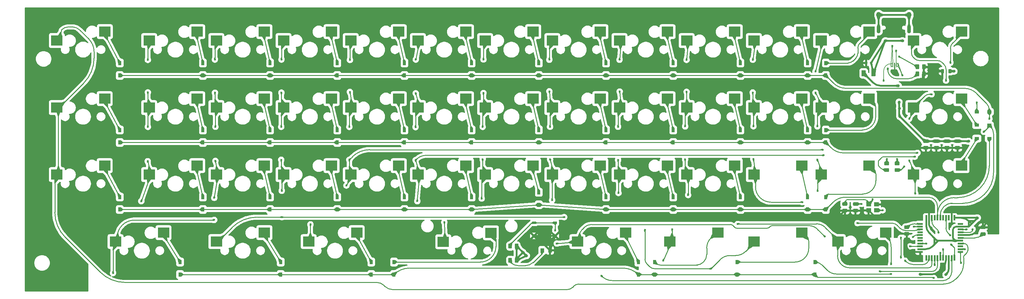
<source format=gbr>
%TF.GenerationSoftware,KiCad,Pcbnew,8.0.3*%
%TF.CreationDate,2024-06-22T11:54:46+09:00*%
%TF.ProjectId,Sherie,53686572-6965-42e6-9b69-6361645f7063,1.0*%
%TF.SameCoordinates,Original*%
%TF.FileFunction,Copper,L2,Bot*%
%TF.FilePolarity,Positive*%
%FSLAX46Y46*%
G04 Gerber Fmt 4.6, Leading zero omitted, Abs format (unit mm)*
G04 Created by KiCad (PCBNEW 8.0.3) date 2024-06-22 11:54:46*
%MOMM*%
%LPD*%
G01*
G04 APERTURE LIST*
G04 Aperture macros list*
%AMRoundRect*
0 Rectangle with rounded corners*
0 $1 Rounding radius*
0 $2 $3 $4 $5 $6 $7 $8 $9 X,Y pos of 4 corners*
0 Add a 4 corners polygon primitive as box body*
4,1,4,$2,$3,$4,$5,$6,$7,$8,$9,$2,$3,0*
0 Add four circle primitives for the rounded corners*
1,1,$1+$1,$2,$3*
1,1,$1+$1,$4,$5*
1,1,$1+$1,$6,$7*
1,1,$1+$1,$8,$9*
0 Add four rect primitives between the rounded corners*
20,1,$1+$1,$2,$3,$4,$5,0*
20,1,$1+$1,$4,$5,$6,$7,0*
20,1,$1+$1,$6,$7,$8,$9,0*
20,1,$1+$1,$8,$9,$2,$3,0*%
G04 Aperture macros list end*
%TA.AperFunction,SMDPad,CuDef*%
%ADD10R,3.300000X3.000000*%
%TD*%
%TA.AperFunction,SMDPad,CuDef*%
%ADD11R,0.950000X1.300000*%
%TD*%
%TA.AperFunction,SMDPad,CuDef*%
%ADD12R,1.300000X0.950000*%
%TD*%
%TA.AperFunction,ComponentPad*%
%ADD13O,1.100000X2.200000*%
%TD*%
%TA.AperFunction,ComponentPad*%
%ADD14O,1.300000X1.700000*%
%TD*%
%TA.AperFunction,SMDPad,CuDef*%
%ADD15RoundRect,0.250000X0.475000X-0.250000X0.475000X0.250000X-0.475000X0.250000X-0.475000X-0.250000X0*%
%TD*%
%TA.AperFunction,SMDPad,CuDef*%
%ADD16RoundRect,0.150000X-0.150000X-0.200000X0.150000X-0.200000X0.150000X0.200000X-0.150000X0.200000X0*%
%TD*%
%TA.AperFunction,SMDPad,CuDef*%
%ADD17RoundRect,0.250000X-0.475000X0.250000X-0.475000X-0.250000X0.475000X-0.250000X0.475000X0.250000X0*%
%TD*%
%TA.AperFunction,SMDPad,CuDef*%
%ADD18RoundRect,0.250000X0.262500X0.450000X-0.262500X0.450000X-0.262500X-0.450000X0.262500X-0.450000X0*%
%TD*%
%TA.AperFunction,SMDPad,CuDef*%
%ADD19RoundRect,0.218750X0.218750X0.381250X-0.218750X0.381250X-0.218750X-0.381250X0.218750X-0.381250X0*%
%TD*%
%TA.AperFunction,SMDPad,CuDef*%
%ADD20RoundRect,0.250000X-0.450000X0.262500X-0.450000X-0.262500X0.450000X-0.262500X0.450000X0.262500X0*%
%TD*%
%TA.AperFunction,SMDPad,CuDef*%
%ADD21R,1.000000X0.700000*%
%TD*%
%TA.AperFunction,SMDPad,CuDef*%
%ADD22R,1.400000X1.200000*%
%TD*%
%TA.AperFunction,SMDPad,CuDef*%
%ADD23RoundRect,0.250000X-0.262500X-0.450000X0.262500X-0.450000X0.262500X0.450000X-0.262500X0.450000X0*%
%TD*%
%TA.AperFunction,SMDPad,CuDef*%
%ADD24R,1.000000X1.250000*%
%TD*%
%TA.AperFunction,SMDPad,CuDef*%
%ADD25RoundRect,0.125000X0.000010X0.150000X-0.000010X0.150000X-0.000010X-0.150000X0.000010X-0.150000X0*%
%TD*%
%TA.AperFunction,SMDPad,CuDef*%
%ADD26R,0.250000X0.550000*%
%TD*%
%TA.AperFunction,SMDPad,CuDef*%
%ADD27R,0.300000X0.550000*%
%TD*%
%TA.AperFunction,SMDPad,CuDef*%
%ADD28R,1.500000X0.550000*%
%TD*%
%TA.AperFunction,SMDPad,CuDef*%
%ADD29R,0.550000X1.500000*%
%TD*%
%TA.AperFunction,SMDPad,CuDef*%
%ADD30RoundRect,0.250000X0.375000X0.625000X-0.375000X0.625000X-0.375000X-0.625000X0.375000X-0.625000X0*%
%TD*%
%TA.AperFunction,ViaPad*%
%ADD31C,0.600000*%
%TD*%
%TA.AperFunction,ViaPad*%
%ADD32C,0.800000*%
%TD*%
%TA.AperFunction,Conductor*%
%ADD33C,0.250000*%
%TD*%
%TA.AperFunction,Conductor*%
%ADD34C,0.500000*%
%TD*%
%TA.AperFunction,Conductor*%
%ADD35C,0.300000*%
%TD*%
%TA.AperFunction,Conductor*%
%ADD36C,0.200000*%
%TD*%
G04 APERTURE END LIST*
D10*
%TO.P,SW42,1,1*%
%TO.N,col4*%
X161460000Y-162043750D03*
%TO.P,SW42,2,2*%
%TO.N,Net-(D42-A)*%
X175060000Y-159503750D03*
%TD*%
%TO.P,SW9,1,1*%
%TO.N,col8*%
X249566250Y-104893750D03*
%TO.P,SW9,2,2*%
%TO.N,Net-(D9-A)*%
X263166250Y-102353750D03*
%TD*%
%TO.P,SW6,1,1*%
%TO.N,col5*%
X192416250Y-104893750D03*
%TO.P,SW6,2,2*%
%TO.N,Net-(D6-A)*%
X206016250Y-102353750D03*
%TD*%
%TO.P,SW29,1,1*%
%TO.N,col2*%
X135266250Y-142993750D03*
%TO.P,SW29,2,2*%
%TO.N,Net-(D29-A)*%
X148866250Y-140453750D03*
%TD*%
%TO.P,SW43,1,1*%
%TO.N,col5*%
X199610000Y-162083750D03*
%TO.P,SW43,2,2*%
%TO.N,Net-(D43-A)*%
X213110000Y-159543750D03*
%TD*%
%TO.P,SW22,1,1*%
%TO.N,col8*%
X249566250Y-123943750D03*
%TO.P,SW22,2,2*%
%TO.N,Net-(D22-A)*%
X263166250Y-121403750D03*
%TD*%
%TO.P,SW15,1,1*%
%TO.N,col1*%
X116216250Y-123943750D03*
%TO.P,SW15,2,2*%
%TO.N,Net-(D15-A)*%
X129816250Y-121403750D03*
%TD*%
%TO.P,SW24,1,1*%
%TO.N,col10*%
X287666250Y-123943750D03*
%TO.P,SW24,2,2*%
%TO.N,Net-(D24-A)*%
X301266250Y-121403750D03*
%TD*%
%TO.P,SW25,1,1*%
%TO.N,col11*%
X306716250Y-123943750D03*
%TO.P,SW25,2,2*%
%TO.N,Net-(D25-A)*%
X320316250Y-121403750D03*
%TD*%
D11*
%TO.P,D19,1,K*%
%TO.N,row1*%
X207650000Y-133865000D03*
%TO.P,D19,2,A*%
%TO.N,Net-(D19-A)*%
X207650000Y-130315000D03*
%TD*%
D10*
%TO.P,SW45,1,1*%
%TO.N,col7*%
X263853750Y-162043750D03*
%TO.P,SW45,2,2*%
%TO.N,Net-(D45-A)*%
X277453750Y-159503750D03*
%TD*%
%TO.P,SW7,1,1*%
%TO.N,col6*%
X211466250Y-104893750D03*
%TO.P,SW7,2,2*%
%TO.N,Net-(D7-A)*%
X225066250Y-102353750D03*
%TD*%
D12*
%TO.P,D13,1,K*%
%TO.N,row0*%
X354415000Y-125160000D03*
%TO.P,D13,2,A*%
%TO.N,Net-(D13-A)*%
X350865000Y-125160000D03*
%TD*%
D10*
%TO.P,SW10,1,1*%
%TO.N,col9*%
X268616250Y-104893750D03*
%TO.P,SW10,2,2*%
%TO.N,Net-(D10-A)*%
X282216250Y-102353750D03*
%TD*%
D11*
%TO.P,D3,1,K*%
%TO.N,row0*%
X150500000Y-114815000D03*
%TO.P,D3,2,A*%
%TO.N,Net-(D3-A)*%
X150500000Y-111265000D03*
%TD*%
D10*
%TO.P,SW19,1,1*%
%TO.N,col5*%
X192416250Y-123943750D03*
%TO.P,SW19,2,2*%
%TO.N,Net-(D19-A)*%
X206016250Y-121403750D03*
%TD*%
%TO.P,SW14,1,1*%
%TO.N,col0*%
X90022500Y-123943750D03*
%TO.P,SW14,2,2*%
%TO.N,Net-(D14-A)*%
X103622500Y-121403750D03*
%TD*%
%TO.P,SW30,1,1*%
%TO.N,col3*%
X154316250Y-142993750D03*
%TO.P,SW30,2,2*%
%TO.N,Net-(D30-A)*%
X167916250Y-140453750D03*
%TD*%
D11*
%TO.P,D30,1,K*%
%TO.N,row2*%
X169550000Y-152915000D03*
%TO.P,D30,2,A*%
%TO.N,Net-(D30-A)*%
X169550000Y-149365000D03*
%TD*%
%TO.P,D21,1,K*%
%TO.N,row1*%
X245750000Y-133865000D03*
%TO.P,D21,2,A*%
%TO.N,Net-(D21-A)*%
X245750000Y-130315000D03*
%TD*%
D10*
%TO.P,SW39,1,1*%
%TO.N,col12*%
X332910000Y-142993750D03*
%TO.P,SW39,2,2*%
%TO.N,Net-(D39-A)*%
X346510000Y-140453750D03*
%TD*%
D11*
%TO.P,D23,1,K*%
%TO.N,row1*%
X283850000Y-133865000D03*
%TO.P,D23,2,A*%
%TO.N,Net-(D23-A)*%
X283850000Y-130315000D03*
%TD*%
D10*
%TO.P,SW46,1,1*%
%TO.N,col8*%
X287666250Y-162043750D03*
%TO.P,SW46,2,2*%
%TO.N,Net-(D46-A)*%
X301266250Y-159503750D03*
%TD*%
D11*
%TO.P,D22,1,K*%
%TO.N,row1*%
X264800000Y-133865000D03*
%TO.P,D22,2,A*%
%TO.N,Net-(D22-A)*%
X264800000Y-130315000D03*
%TD*%
%TO.P,D25,1,K*%
%TO.N,row1*%
X308058211Y-133865000D03*
%TO.P,D25,2,A*%
%TO.N,Net-(D25-A)*%
X308058211Y-130315000D03*
%TD*%
%TO.P,D16,1,K*%
%TO.N,row1*%
X150500000Y-133865000D03*
%TO.P,D16,2,A*%
%TO.N,Net-(D16-A)*%
X150500000Y-130315000D03*
%TD*%
%TO.P,D11,1,K*%
%TO.N,row0*%
X302900000Y-114815000D03*
%TO.P,D11,2,A*%
%TO.N,Net-(D11-A)*%
X302900000Y-111265000D03*
%TD*%
D10*
%TO.P,SW28,1,1*%
%TO.N,col1*%
X116216250Y-142993750D03*
%TO.P,SW28,2,2*%
%TO.N,Net-(D28-A)*%
X129816250Y-140453750D03*
%TD*%
%TO.P,SW40,1,1*%
%TO.N,col2*%
X106691250Y-162043750D03*
%TO.P,SW40,2,2*%
%TO.N,Net-(D40-A)*%
X120291250Y-159503750D03*
%TD*%
%TO.P,SW31,1,1*%
%TO.N,col4*%
X173366250Y-142993750D03*
%TO.P,SW31,2,2*%
%TO.N,Net-(D31-A)*%
X186966250Y-140453750D03*
%TD*%
D11*
%TO.P,D8,1,K*%
%TO.N,row0*%
X245750000Y-114815000D03*
%TO.P,D8,2,A*%
%TO.N,Net-(D8-A)*%
X245750000Y-111265000D03*
%TD*%
%TO.P,D41,1,K*%
%TO.N,row3*%
X153510000Y-171405000D03*
%TO.P,D41,2,A*%
%TO.N,Net-(D41-A)*%
X153510000Y-167855000D03*
%TD*%
%TO.P,D38,1,K*%
%TO.N,row2*%
X308058211Y-152915000D03*
%TO.P,D38,2,A*%
%TO.N,Net-(D38-A)*%
X308058211Y-149365000D03*
%TD*%
%TO.P,D44,1,K*%
%TO.N,row3*%
X254910000Y-171405000D03*
%TO.P,D44,2,A*%
%TO.N,Net-(D44-A)*%
X254910000Y-167855000D03*
%TD*%
%TO.P,D4,1,K*%
%TO.N,row0*%
X169550000Y-114815000D03*
%TO.P,D4,2,A*%
%TO.N,Net-(D4-A)*%
X169550000Y-111265000D03*
%TD*%
D10*
%TO.P,SW38,1,1*%
%TO.N,col11*%
X306716250Y-142993750D03*
%TO.P,SW38,2,2*%
%TO.N,Net-(D38-A)*%
X320316250Y-140453750D03*
%TD*%
%TO.P,SW26,1,1*%
%TO.N,col12*%
X332910000Y-123943750D03*
%TO.P,SW26,2,2*%
%TO.N,Net-(D26-A)*%
X346510000Y-121403750D03*
%TD*%
D11*
%TO.P,D10,1,K*%
%TO.N,row0*%
X283850000Y-114815000D03*
%TO.P,D10,2,A*%
%TO.N,Net-(D10-A)*%
X283850000Y-111265000D03*
%TD*%
%TO.P,D47,1,K*%
%TO.N,row3*%
X304948211Y-171405000D03*
%TO.P,D47,2,A*%
%TO.N,Net-(D47-A)*%
X304948211Y-167855000D03*
%TD*%
D10*
%TO.P,SW27,1,1*%
%TO.N,col0*%
X90022500Y-142993750D03*
%TO.P,SW27,2,2*%
%TO.N,Net-(D27-A)*%
X103622500Y-140453750D03*
%TD*%
%TO.P,SW23,1,1*%
%TO.N,col9*%
X268616250Y-123943750D03*
%TO.P,SW23,2,2*%
%TO.N,Net-(D23-A)*%
X282216250Y-121403750D03*
%TD*%
%TO.P,SW37,1,1*%
%TO.N,col10*%
X287666250Y-142993750D03*
%TO.P,SW37,2,2*%
%TO.N,Net-(D37-A)*%
X301266250Y-140453750D03*
%TD*%
D11*
%TO.P,D1,1,K*%
%TO.N,row0*%
X107888211Y-114815000D03*
%TO.P,D1,2,A*%
%TO.N,Net-(D1-A)*%
X107888211Y-111265000D03*
%TD*%
D10*
%TO.P,SW20,1,1*%
%TO.N,col6*%
X211466250Y-123943750D03*
%TO.P,SW20,2,2*%
%TO.N,Net-(D20-A)*%
X225066250Y-121403750D03*
%TD*%
D12*
%TO.P,D39,1,K*%
%TO.N,row2*%
X354415000Y-132740000D03*
%TO.P,D39,2,A*%
%TO.N,Net-(D39-A)*%
X350865000Y-132740000D03*
%TD*%
D11*
%TO.P,D35,1,K*%
%TO.N,row2*%
X264800000Y-152915000D03*
%TO.P,D35,2,A*%
%TO.N,Net-(D35-A)*%
X264800000Y-149365000D03*
%TD*%
D10*
%TO.P,SW17,1,1*%
%TO.N,col3*%
X154316250Y-123943750D03*
%TO.P,SW17,2,2*%
%TO.N,Net-(D17-A)*%
X167916250Y-121403750D03*
%TD*%
%TO.P,SW2,1,1*%
%TO.N,col1*%
X116216250Y-104893750D03*
%TO.P,SW2,2,2*%
%TO.N,Net-(D2-A)*%
X129816250Y-102353750D03*
%TD*%
%TO.P,SW35,1,1*%
%TO.N,col8*%
X249566250Y-142993750D03*
%TO.P,SW35,2,2*%
%TO.N,Net-(D35-A)*%
X263166250Y-140453750D03*
%TD*%
D11*
%TO.P,D40,1,K*%
%TO.N,row3*%
X124980000Y-171405000D03*
%TO.P,D40,2,A*%
%TO.N,Net-(D40-A)*%
X124980000Y-167855000D03*
%TD*%
D10*
%TO.P,SW41,1,1*%
%TO.N,col3*%
X135266250Y-162043750D03*
%TO.P,SW41,2,2*%
%TO.N,Net-(D41-A)*%
X148866250Y-159503750D03*
%TD*%
%TO.P,SW4,1,1*%
%TO.N,col3*%
X154316250Y-104893750D03*
%TO.P,SW4,2,2*%
%TO.N,Net-(D4-A)*%
X167916250Y-102353750D03*
%TD*%
%TO.P,SW34,1,1*%
%TO.N,col7*%
X230516250Y-142993750D03*
%TO.P,SW34,2,2*%
%TO.N,Net-(D34-A)*%
X244116250Y-140453750D03*
%TD*%
D11*
%TO.P,D14,1,K*%
%TO.N,row1*%
X107888211Y-133865000D03*
%TO.P,D14,2,A*%
%TO.N,Net-(D14-A)*%
X107888211Y-130315000D03*
%TD*%
D10*
%TO.P,SW47,1,1*%
%TO.N,col9*%
X311478750Y-162043750D03*
%TO.P,SW47,2,2*%
%TO.N,Net-(D47-A)*%
X325078750Y-159503750D03*
%TD*%
D11*
%TO.P,D33,1,K*%
%TO.N,row2*%
X226683211Y-151575000D03*
%TO.P,D33,2,A*%
%TO.N,Net-(D33-A)*%
X226683211Y-148025000D03*
%TD*%
D10*
%TO.P,SW3,1,1*%
%TO.N,col2*%
X135266250Y-104893750D03*
%TO.P,SW3,2,2*%
%TO.N,Net-(D3-A)*%
X148866250Y-102353750D03*
%TD*%
%TO.P,SW32,1,1*%
%TO.N,col5*%
X192416250Y-142993750D03*
%TO.P,SW32,2,2*%
%TO.N,Net-(D32-A)*%
X206016250Y-140453750D03*
%TD*%
D11*
%TO.P,D5,1,K*%
%TO.N,row0*%
X188600000Y-114815000D03*
%TO.P,D5,2,A*%
%TO.N,Net-(D5-A)*%
X188600000Y-111265000D03*
%TD*%
%TO.P,D2,1,K*%
%TO.N,row0*%
X131450000Y-114815000D03*
%TO.P,D2,2,A*%
%TO.N,Net-(D2-A)*%
X131450000Y-111265000D03*
%TD*%
%TO.P,D28,1,K*%
%TO.N,row2*%
X131450000Y-152915000D03*
%TO.P,D28,2,A*%
%TO.N,Net-(D28-A)*%
X131450000Y-149365000D03*
%TD*%
D10*
%TO.P,SW12,1,1*%
%TO.N,col11*%
X306716250Y-104893750D03*
%TO.P,SW12,2,2*%
%TO.N,Net-(D12-A)*%
X320316250Y-102353750D03*
%TD*%
D13*
%TO.P,J1,S1,SHIELD*%
%TO.N,GNDPWR*%
X331680000Y-101755000D03*
D14*
X331680000Y-97575000D03*
D13*
X323040000Y-101755000D03*
D14*
X323040000Y-97575000D03*
%TD*%
D11*
%TO.P,D18,1,K*%
%TO.N,row1*%
X188600000Y-133865000D03*
%TO.P,D18,2,A*%
%TO.N,Net-(D18-A)*%
X188600000Y-130315000D03*
%TD*%
%TO.P,D17,1,K*%
%TO.N,row1*%
X169550000Y-133865000D03*
%TO.P,D17,2,A*%
%TO.N,Net-(D17-A)*%
X169550000Y-130315000D03*
%TD*%
%TO.P,D31,1,K*%
%TO.N,row2*%
X188600000Y-152915000D03*
%TO.P,D31,2,A*%
%TO.N,Net-(D31-A)*%
X188600000Y-149365000D03*
%TD*%
%TO.P,D45,1,K*%
%TO.N,row3*%
X259520000Y-171405000D03*
%TO.P,D45,2,A*%
%TO.N,Net-(D45-A)*%
X259520000Y-167855000D03*
%TD*%
%TO.P,D7,1,K*%
%TO.N,row0*%
X226700000Y-114815000D03*
%TO.P,D7,2,A*%
%TO.N,Net-(D7-A)*%
X226700000Y-111265000D03*
%TD*%
%TO.P,D20,1,K*%
%TO.N,row1*%
X226700000Y-133865000D03*
%TO.P,D20,2,A*%
%TO.N,Net-(D20-A)*%
X226700000Y-130315000D03*
%TD*%
%TO.P,D9,1,K*%
%TO.N,row0*%
X264800000Y-114815000D03*
%TO.P,D9,2,A*%
%TO.N,Net-(D9-A)*%
X264800000Y-111265000D03*
%TD*%
%TO.P,D12,1,K*%
%TO.N,row0*%
X308058211Y-114815000D03*
%TO.P,D12,2,A*%
%TO.N,Net-(D12-A)*%
X308058211Y-111265000D03*
%TD*%
%TO.P,D42,1,K*%
%TO.N,row3*%
X179190000Y-171405000D03*
%TO.P,D42,2,A*%
%TO.N,Net-(D42-A)*%
X179190000Y-167855000D03*
%TD*%
%TO.P,D32,1,K*%
%TO.N,row2*%
X207650000Y-152915000D03*
%TO.P,D32,2,A*%
%TO.N,Net-(D32-A)*%
X207650000Y-149365000D03*
%TD*%
D10*
%TO.P,SW8,1,1*%
%TO.N,col7*%
X230516250Y-104893750D03*
%TO.P,SW8,2,2*%
%TO.N,Net-(D8-A)*%
X244116250Y-102353750D03*
%TD*%
%TO.P,SW33,1,1*%
%TO.N,col6*%
X211466250Y-142993750D03*
%TO.P,SW33,2,2*%
%TO.N,Net-(D33-A)*%
X225066250Y-140453750D03*
%TD*%
D12*
%TO.P,D26,1,K*%
%TO.N,row1*%
X354415000Y-128950000D03*
%TO.P,D26,2,A*%
%TO.N,Net-(D26-A)*%
X350865000Y-128950000D03*
%TD*%
D11*
%TO.P,D27,1,K*%
%TO.N,row2*%
X107888211Y-152915000D03*
%TO.P,D27,2,A*%
%TO.N,Net-(D27-A)*%
X107888211Y-149365000D03*
%TD*%
%TO.P,D43,1,K*%
%TO.N,row3*%
X185618211Y-171405000D03*
%TO.P,D43,2,A*%
%TO.N,Net-(D43-A)*%
X185618211Y-167855000D03*
%TD*%
D10*
%TO.P,SW21,1,1*%
%TO.N,col7*%
X230516250Y-123943750D03*
%TO.P,SW21,2,2*%
%TO.N,Net-(D21-A)*%
X244116250Y-121403750D03*
%TD*%
%TO.P,SW18,1,1*%
%TO.N,col4*%
X173366250Y-123943750D03*
%TO.P,SW18,2,2*%
%TO.N,Net-(D18-A)*%
X186966250Y-121403750D03*
%TD*%
D11*
%TO.P,D36,1,K*%
%TO.N,row2*%
X283850000Y-152915000D03*
%TO.P,D36,2,A*%
%TO.N,Net-(D36-A)*%
X283850000Y-149365000D03*
%TD*%
D10*
%TO.P,SW44,1,1*%
%TO.N,col6*%
X237660000Y-162043750D03*
%TO.P,SW44,2,2*%
%TO.N,Net-(D44-A)*%
X251260000Y-159503750D03*
%TD*%
%TO.P,SW36,1,1*%
%TO.N,col9*%
X268616250Y-142993750D03*
%TO.P,SW36,2,2*%
%TO.N,Net-(D36-A)*%
X282216250Y-140453750D03*
%TD*%
%TO.P,SW13,1,1*%
%TO.N,col12*%
X332910000Y-104893750D03*
%TO.P,SW13,2,2*%
%TO.N,Net-(D13-A)*%
X346510000Y-102353750D03*
%TD*%
%TO.P,SW1,1,1*%
%TO.N,col0*%
X90050000Y-104880000D03*
%TO.P,SW1,2,2*%
%TO.N,Net-(D1-A)*%
X103650000Y-102340000D03*
%TD*%
D11*
%TO.P,D24,1,K*%
%TO.N,row1*%
X302900000Y-133865000D03*
%TO.P,D24,2,A*%
%TO.N,Net-(D24-A)*%
X302900000Y-130315000D03*
%TD*%
%TO.P,D6,1,K*%
%TO.N,row0*%
X207650000Y-114815000D03*
%TO.P,D6,2,A*%
%TO.N,Net-(D6-A)*%
X207650000Y-111265000D03*
%TD*%
%TO.P,D37,1,K*%
%TO.N,row2*%
X302900000Y-152915000D03*
%TO.P,D37,2,A*%
%TO.N,Net-(D37-A)*%
X302900000Y-149365000D03*
%TD*%
D10*
%TO.P,SW5,1,1*%
%TO.N,col4*%
X173366250Y-104893750D03*
%TO.P,SW5,2,2*%
%TO.N,Net-(D5-A)*%
X186966250Y-102353750D03*
%TD*%
D11*
%TO.P,D34,1,K*%
%TO.N,row2*%
X245750000Y-152915000D03*
%TO.P,D34,2,A*%
%TO.N,Net-(D34-A)*%
X245750000Y-149365000D03*
%TD*%
D10*
%TO.P,SW11,1,1*%
%TO.N,col10*%
X287666250Y-104893750D03*
%TO.P,SW11,2,2*%
%TO.N,Net-(D11-A)*%
X301266250Y-102353750D03*
%TD*%
D11*
%TO.P,D15,1,K*%
%TO.N,row1*%
X131450000Y-133865000D03*
%TO.P,D15,2,A*%
%TO.N,Net-(D15-A)*%
X131450000Y-130315000D03*
%TD*%
%TO.P,D29,1,K*%
%TO.N,row2*%
X150500000Y-152915000D03*
%TO.P,D29,2,A*%
%TO.N,Net-(D29-A)*%
X150500000Y-149365000D03*
%TD*%
D10*
%TO.P,SW16,1,1*%
%TO.N,col2*%
X135266250Y-123943750D03*
%TO.P,SW16,2,2*%
%TO.N,Net-(D16-A)*%
X148866250Y-121403750D03*
%TD*%
D11*
%TO.P,D46,1,K*%
%TO.N,row3*%
X282920000Y-171405000D03*
%TO.P,D46,2,A*%
%TO.N,Net-(D46-A)*%
X282920000Y-167855000D03*
%TD*%
D15*
%TO.P,C1,1*%
%TO.N,Net-(U1-UCAP)*%
X352620000Y-159870000D03*
%TO.P,C1,2*%
%TO.N,GND*%
X352620000Y-157970000D03*
%TD*%
D16*
%TO.P,ESDD0,1,A1*%
%TO.N,VBUS*%
X320907500Y-111240000D03*
%TO.P,ESDD0,2,A2*%
%TO.N,GND*%
X319507500Y-111240000D03*
%TD*%
D17*
%TO.P,C2,1*%
%TO.N,+5V*%
X336400000Y-133490000D03*
%TO.P,C2,2*%
%TO.N,GND*%
X336400000Y-135390000D03*
%TD*%
D18*
%TO.P,R5,1*%
%TO.N,GND*%
X335842500Y-112360000D03*
%TO.P,R5,2*%
%TO.N,Net-(J1-CC1)*%
X334017500Y-112360000D03*
%TD*%
D19*
%TO.P,FB1,1*%
%TO.N,GNDPWR*%
X343225000Y-113590000D03*
%TO.P,FB1,2*%
%TO.N,GND*%
X341100000Y-113590000D03*
%TD*%
D20*
%TO.P,R1,1*%
%TO.N,Net-(U1-~{HWB}{slash}PE2)*%
X331000000Y-157977500D03*
%TO.P,R1,2*%
%TO.N,GND*%
X331000000Y-159802500D03*
%TD*%
D21*
%TO.P,RESET0,1,1*%
%TO.N,GND*%
X225330000Y-160400000D03*
X231330000Y-160400000D03*
%TO.P,RESET0,2,2*%
%TO.N,Net-(U1-~{RESET})*%
X225330000Y-156700000D03*
X231330000Y-156700000D03*
%TD*%
D20*
%TO.P,R3,1*%
%TO.N,D-*%
X328290000Y-139880000D03*
%TO.P,R3,2*%
%TO.N,Net-(U1-D-)*%
X328290000Y-141705000D03*
%TD*%
D17*
%TO.P,C5,1*%
%TO.N,+5V*%
X345400000Y-133490000D03*
%TO.P,C5,2*%
%TO.N,GND*%
X345400000Y-135390000D03*
%TD*%
D22*
%TO.P,Y1,1,1*%
%TO.N,Net-(U1-XTAL1)*%
X322380000Y-153150000D03*
%TO.P,Y1,2,2*%
%TO.N,GND*%
X320180000Y-153150000D03*
%TO.P,Y1,3,3*%
%TO.N,Net-(U1-XTAL2)*%
X320180000Y-151450000D03*
%TO.P,Y1,4,4*%
%TO.N,GND*%
X322380000Y-151450000D03*
%TD*%
D23*
%TO.P,R6,1*%
%TO.N,Net-(J1-CC2)*%
X334017500Y-114350000D03*
%TO.P,R6,2*%
%TO.N,GND*%
X335842500Y-114350000D03*
%TD*%
D20*
%TO.P,R2,1*%
%TO.N,D+*%
X325340000Y-139880000D03*
%TO.P,R2,2*%
%TO.N,Net-(U1-D+)*%
X325340000Y-141705000D03*
%TD*%
D17*
%TO.P,C4,1*%
%TO.N,+5V*%
X342400000Y-133490000D03*
%TO.P,C4,2*%
%TO.N,GND*%
X342400000Y-135390000D03*
%TD*%
D18*
%TO.P,R4,1*%
%TO.N,+5V*%
X220382500Y-163310000D03*
%TO.P,R4,2*%
%TO.N,Net-(U1-~{RESET})*%
X218557500Y-163310000D03*
%TD*%
%TO.P,R7,1*%
%TO.N,+5V*%
X220382500Y-167360000D03*
%TO.P,R7,2*%
%TO.N,Net-(LED1-A)*%
X218557500Y-167360000D03*
%TD*%
D17*
%TO.P,C3,1*%
%TO.N,+5V*%
X339400000Y-133490000D03*
%TO.P,C3,2*%
%TO.N,GND*%
X339400000Y-135390000D03*
%TD*%
D24*
%TO.P,LED1,1,K*%
%TO.N,GND*%
X229850000Y-164540000D03*
%TO.P,LED1,2,A*%
%TO.N,Net-(LED1-A)*%
X227650000Y-164540000D03*
%TD*%
D25*
%TO.P,U2,1,IO1*%
%TO.N,D-*%
X328560000Y-112225000D03*
D26*
%TO.P,U2,2,IO2*%
X328060000Y-112225000D03*
D27*
%TO.P,U2,3,GND*%
%TO.N,GND*%
X327560000Y-112225000D03*
D26*
%TO.P,U2,4,D2+*%
%TO.N,D+*%
X327060000Y-112225000D03*
%TO.P,U2,5,D2-*%
X326560000Y-112225000D03*
%TO.P,U2,6,NC*%
X326560000Y-111455000D03*
%TO.P,U2,7,NC*%
X327060000Y-111455000D03*
D27*
%TO.P,U2,8,GND*%
%TO.N,GND*%
X327560000Y-111455000D03*
D26*
%TO.P,U2,9,NC*%
%TO.N,D-*%
X328060000Y-111455000D03*
%TO.P,U2,10,NC*%
X328560000Y-111455000D03*
%TD*%
D15*
%TO.P,C6,1*%
%TO.N,GND*%
X313480000Y-153250000D03*
%TO.P,C6,2*%
%TO.N,Net-(U1-XTAL2)*%
X313480000Y-151350000D03*
%TD*%
D28*
%TO.P,U1,1,PE6*%
%TO.N,unconnected-(U1-PE6-Pad1)*%
X346218750Y-156987500D03*
%TO.P,U1,2,UVCC*%
%TO.N,+5V*%
X346218750Y-157787500D03*
%TO.P,U1,3,D-*%
%TO.N,Net-(U1-D-)*%
X346218750Y-158587500D03*
%TO.P,U1,4,D+*%
%TO.N,Net-(U1-D+)*%
X346218750Y-159387500D03*
%TO.P,U1,5,UGND*%
%TO.N,GND*%
X346218750Y-160187500D03*
%TO.P,U1,6,UCAP*%
%TO.N,Net-(U1-UCAP)*%
X346218750Y-160987500D03*
%TO.P,U1,7,VBUS*%
%TO.N,+5V*%
X346218750Y-161787500D03*
%TO.P,U1,8,PB0*%
%TO.N,col0*%
X346218750Y-162587500D03*
%TO.P,U1,9,PB1*%
%TO.N,unconnected-(U1-PB1-Pad9)*%
X346218750Y-163387500D03*
%TO.P,U1,10,PB2*%
%TO.N,col1*%
X346218750Y-164187500D03*
%TO.P,U1,11,PB3*%
%TO.N,col2*%
X346218750Y-164987500D03*
D29*
%TO.P,U1,12,PB7*%
%TO.N,col4*%
X344518750Y-166687500D03*
%TO.P,U1,13,~{RESET}*%
%TO.N,Net-(U1-~{RESET})*%
X343718750Y-166687500D03*
%TO.P,U1,14,VCC*%
%TO.N,+5V*%
X342918750Y-166687500D03*
%TO.P,U1,15,GND*%
%TO.N,GND*%
X342118750Y-166687500D03*
%TO.P,U1,16,XTAL2*%
%TO.N,Net-(U1-XTAL2)*%
X341318750Y-166687500D03*
%TO.P,U1,17,XTAL1*%
%TO.N,Net-(U1-XTAL1)*%
X340518750Y-166687500D03*
%TO.P,U1,18,PD0*%
%TO.N,col7*%
X339718750Y-166687500D03*
%TO.P,U1,19,PD1*%
%TO.N,col8*%
X338918750Y-166687500D03*
%TO.P,U1,20,PD2*%
%TO.N,col9*%
X338118750Y-166687500D03*
%TO.P,U1,21,PD3*%
%TO.N,col10*%
X337318750Y-166687500D03*
%TO.P,U1,22,PD5*%
%TO.N,unconnected-(U1-PD5-Pad22)*%
X336518750Y-166687500D03*
D28*
%TO.P,U1,23,GND*%
%TO.N,GND*%
X334818750Y-164987500D03*
%TO.P,U1,24,AVCC*%
%TO.N,+5V*%
X334818750Y-164187500D03*
%TO.P,U1,25,PD4*%
%TO.N,col11*%
X334818750Y-163387500D03*
%TO.P,U1,26,PD6*%
%TO.N,col12*%
X334818750Y-162587500D03*
%TO.P,U1,27,PD7*%
%TO.N,unconnected-(U1-PD7-Pad27)*%
X334818750Y-161787500D03*
%TO.P,U1,28,PB4*%
%TO.N,unconnected-(U1-PB4-Pad28)*%
X334818750Y-160987500D03*
%TO.P,U1,29,PB5*%
%TO.N,col3*%
X334818750Y-160187500D03*
%TO.P,U1,30,PB6*%
%TO.N,unconnected-(U1-PB6-Pad30)*%
X334818750Y-159387500D03*
%TO.P,U1,31,PC6*%
%TO.N,col5*%
X334818750Y-158587500D03*
%TO.P,U1,32,PC7*%
%TO.N,col6*%
X334818750Y-157787500D03*
%TO.P,U1,33,~{HWB}/PE2*%
%TO.N,Net-(U1-~{HWB}{slash}PE2)*%
X334818750Y-156987500D03*
D29*
%TO.P,U1,34,VCC*%
%TO.N,+5V*%
X336518750Y-155287500D03*
%TO.P,U1,35,GND*%
%TO.N,GND*%
X337318750Y-155287500D03*
%TO.P,U1,36,PF7*%
%TO.N,row3*%
X338118750Y-155287500D03*
%TO.P,U1,37,PF6*%
%TO.N,unconnected-(U1-PF6-Pad37)*%
X338918750Y-155287500D03*
%TO.P,U1,38,PF5*%
%TO.N,row2*%
X339718750Y-155287500D03*
%TO.P,U1,39,PF4*%
%TO.N,row1*%
X340518750Y-155287500D03*
%TO.P,U1,40,PF1*%
%TO.N,unconnected-(U1-PF1-Pad40)*%
X341318750Y-155287500D03*
%TO.P,U1,41,PF0*%
%TO.N,row0*%
X342118750Y-155287500D03*
%TO.P,U1,42,AREF*%
%TO.N,unconnected-(U1-AREF-Pad42)*%
X342918750Y-155287500D03*
%TO.P,U1,43,GND*%
%TO.N,GND*%
X343718750Y-155287500D03*
%TO.P,U1,44,AVCC*%
%TO.N,+5V*%
X344518750Y-155287500D03*
%TD*%
D30*
%TO.P,F1,1*%
%TO.N,VBUS*%
X321607500Y-114200000D03*
%TO.P,F1,2*%
%TO.N,+5V*%
X318807500Y-114200000D03*
%TD*%
D15*
%TO.P,C7,1*%
%TO.N,GND*%
X316480000Y-153250000D03*
%TO.P,C7,2*%
%TO.N,Net-(U1-XTAL1)*%
X316480000Y-151350000D03*
%TD*%
D31*
%TO.N,Net-(D13-A)*%
X343380000Y-111230000D03*
X350880000Y-122470000D03*
%TO.N,Net-(D47-A)*%
X326570000Y-168490000D03*
X326570000Y-171260000D03*
%TO.N,col1*%
X115800000Y-139180000D03*
X115840000Y-110390000D03*
X347520000Y-164190000D03*
X113980000Y-150550000D03*
X115840000Y-119610000D03*
X115850000Y-129430000D03*
%TO.N,col2*%
X134670000Y-149600000D03*
X134880000Y-119720000D03*
X135000000Y-129400000D03*
X134990000Y-139080000D03*
X346420000Y-168110000D03*
X105990000Y-170990000D03*
X134860000Y-110290000D03*
X134650000Y-155880000D03*
%TO.N,col3*%
X153730000Y-110300000D03*
X153810000Y-147610000D03*
X153820000Y-155090000D03*
X332760000Y-160790000D03*
X233910000Y-155090000D03*
X153720000Y-119670000D03*
X153660000Y-138790000D03*
X153660000Y-129420000D03*
%TO.N,col4*%
X173140000Y-119490000D03*
X172970000Y-129430000D03*
X173140000Y-110400000D03*
X343630000Y-162890000D03*
X307220000Y-135910000D03*
X172980000Y-138770000D03*
X172140000Y-146100000D03*
X161950000Y-157140000D03*
%TO.N,col5*%
X317040000Y-156800000D03*
X191800000Y-110300000D03*
X191750000Y-138880000D03*
X192240000Y-150540000D03*
X307440000Y-137510000D03*
X199900000Y-156560000D03*
X191740000Y-129510000D03*
X191790000Y-119860000D03*
%TO.N,col6*%
X307790000Y-160610000D03*
X211000000Y-110260000D03*
X210770000Y-138630000D03*
X329340000Y-166560000D03*
X231780000Y-162590000D03*
X329360000Y-160920000D03*
X333020000Y-157770000D03*
X210490000Y-149800000D03*
X210770000Y-129430000D03*
X211000000Y-119810000D03*
%TO.N,col7*%
X261950000Y-167420000D03*
X229880000Y-138660000D03*
X230460000Y-150240000D03*
X264500000Y-158530000D03*
X229680000Y-119320000D03*
X229870000Y-129400000D03*
X323340000Y-170530000D03*
X229680000Y-110320000D03*
%TO.N,col8*%
X249570000Y-110330000D03*
X275500000Y-169750000D03*
X249280000Y-148240000D03*
X338890000Y-168690000D03*
X249165000Y-138855000D03*
X249620000Y-119380000D03*
X256780000Y-158680000D03*
X249150000Y-129400000D03*
%TO.N,col9*%
X283070000Y-156990000D03*
X268180000Y-129290000D03*
X268590000Y-119430000D03*
X268170000Y-138690000D03*
X269020000Y-148810000D03*
X268580000Y-110380000D03*
%TO.N,col10*%
X330530000Y-167460000D03*
X287350000Y-119650000D03*
X287540000Y-129260000D03*
X287530000Y-138610000D03*
X287370000Y-110340000D03*
X301410000Y-150820000D03*
%TO.N,col11*%
X305650000Y-138760000D03*
X305130000Y-113710000D03*
X305660000Y-129290000D03*
X305130000Y-119700000D03*
X331907500Y-163387500D03*
X305720000Y-147650000D03*
%TO.N,col12*%
X331730000Y-139030000D03*
X333420000Y-148390000D03*
X342140000Y-116270000D03*
X336570000Y-162600000D03*
X338045272Y-120155272D03*
X331700000Y-127130000D03*
%TO.N,GND*%
X171000000Y-136000000D03*
X247000000Y-140000000D03*
X133000000Y-117000000D03*
D32*
X343250000Y-157750000D03*
D31*
X346500000Y-153000000D03*
D32*
X328240000Y-159800000D03*
D31*
X340000000Y-141000000D03*
X354000000Y-98000000D03*
X195000000Y-112000000D03*
X356000000Y-149000000D03*
D32*
X335560000Y-116100000D03*
D31*
X356000000Y-158000000D03*
X329000000Y-131000000D03*
X291000000Y-112000000D03*
X85000000Y-136000000D03*
X244000000Y-159500000D03*
X253000000Y-112000000D03*
D32*
X351070000Y-152161334D03*
D31*
X331000000Y-166000000D03*
X128000000Y-159000000D03*
X179600000Y-140800000D03*
X214000000Y-131000000D03*
X313000000Y-98000000D03*
X190000000Y-117000000D03*
X235000000Y-149900000D03*
X196000000Y-131000000D03*
X177000000Y-112000000D03*
X123500000Y-162000000D03*
X315000000Y-133000000D03*
X228000000Y-140000000D03*
X228000000Y-117000000D03*
X209000000Y-140000000D03*
X83343750Y-100012500D03*
D32*
X334830000Y-167230000D03*
D31*
X176000000Y-131000000D03*
D32*
X337950000Y-158210000D03*
D31*
X95000000Y-102500000D03*
X199050000Y-140650000D03*
X252000000Y-167500000D03*
X272000000Y-112000000D03*
D32*
X334810000Y-171360000D03*
D31*
X133000000Y-136000000D03*
X114000000Y-117000000D03*
X340000000Y-98000000D03*
X152000000Y-117000000D03*
D32*
X327730000Y-154140000D03*
D31*
X85000000Y-153250000D03*
D32*
X335500000Y-119520000D03*
D31*
X271000000Y-131000000D03*
X314000000Y-114000000D03*
X85000000Y-117000000D03*
X101000000Y-165250000D03*
X118000000Y-149500000D03*
X138000000Y-112000000D03*
X228500000Y-154000000D03*
X266000000Y-140000000D03*
X215350000Y-149850000D03*
X252000000Y-131000000D03*
X355000000Y-117000000D03*
X101675000Y-105600000D03*
X189000000Y-163000000D03*
X335000000Y-128950000D03*
X110000000Y-169500000D03*
X216000000Y-166500000D03*
X233000000Y-131000000D03*
X148000000Y-154000000D03*
X286000000Y-140000000D03*
X214000000Y-112000000D03*
X209000000Y-117000000D03*
X171000000Y-117000000D03*
X206000000Y-160500000D03*
D32*
X317140000Y-111320000D03*
D31*
X331500000Y-162000000D03*
X118000000Y-112000000D03*
X316000000Y-167000000D03*
X114000000Y-136000000D03*
X247000000Y-117000000D03*
X157000000Y-163000000D03*
X236350000Y-140125000D03*
X232500000Y-166000000D03*
X327000000Y-120000000D03*
X218075000Y-140725000D03*
X255650000Y-140300000D03*
X94000000Y-169000000D03*
D32*
X327580000Y-113960000D03*
D31*
X233000000Y-112000000D03*
X157000000Y-112000000D03*
X152000000Y-136000000D03*
D32*
X347320000Y-135390000D03*
D31*
X274675000Y-140200000D03*
D32*
%TO.N,+5V*%
X344660000Y-161800000D03*
X328827007Y-122370000D03*
X222195000Y-165125000D03*
X351060000Y-155310000D03*
X328904365Y-124190000D03*
X329000000Y-126440000D03*
X223194222Y-166065778D03*
X342100000Y-171420000D03*
X328630000Y-117735000D03*
X348560000Y-133520000D03*
D31*
%TO.N,Net-(U1-XTAL2)*%
X341318750Y-164220000D03*
X321330000Y-150035000D03*
%TO.N,Net-(U1-XTAL1)*%
X340518750Y-165258750D03*
X318210000Y-151330000D03*
X324180000Y-153140000D03*
%TO.N,row0*%
X354430000Y-127120000D03*
X343350000Y-160268750D03*
%TO.N,row1*%
X352850000Y-130840000D03*
X334050000Y-136830000D03*
%TO.N,row3*%
X340000000Y-159490000D03*
X338690000Y-172390000D03*
D32*
%TO.N,VBUS*%
X324885000Y-104930000D03*
X329830000Y-104940000D03*
%TO.N,GNDPWR*%
X344410000Y-113610000D03*
D31*
%TO.N,Net-(J1-CC2)*%
X325610000Y-112850000D03*
%TO.N,Net-(J1-CC1)*%
X328820000Y-109460000D03*
%TO.N,D+*%
X326900000Y-106430000D03*
X324450000Y-116320000D03*
X325350000Y-138560000D03*
%TO.N,D-*%
X329780000Y-114820000D03*
X328290000Y-138590000D03*
X327970000Y-107750000D03*
%TO.N,Net-(U1-D+)*%
X349680000Y-158520000D03*
X333310000Y-137910000D03*
%TO.N,Net-(U1-D-)*%
X347980000Y-158590000D03*
X330320000Y-140670000D03*
%TO.N,Net-(U1-~{RESET})*%
X244470000Y-171780000D03*
X231340000Y-158890000D03*
%TD*%
D33*
%TO.N,Net-(D1-A)*%
X107888211Y-111265000D02*
X103200000Y-102340000D01*
%TO.N,Net-(D2-A)*%
X129366250Y-102353750D02*
X131450000Y-111265000D01*
%TO.N,Net-(D3-A)*%
X148416250Y-102353750D02*
X150500000Y-111265000D01*
%TO.N,Net-(D4-A)*%
X167466250Y-102353750D02*
X169550000Y-111265000D01*
%TO.N,Net-(D5-A)*%
X186516250Y-102353750D02*
X188600000Y-111265000D01*
%TO.N,Net-(D6-A)*%
X205566250Y-102353750D02*
X207650000Y-111265000D01*
%TO.N,Net-(D7-A)*%
X224616250Y-102353750D02*
X226700000Y-111265000D01*
%TO.N,Net-(D8-A)*%
X243666250Y-102353750D02*
X245750000Y-111265000D01*
%TO.N,Net-(D9-A)*%
X262716250Y-102353750D02*
X264800000Y-111265000D01*
%TO.N,Net-(D10-A)*%
X281766250Y-102353750D02*
X283850000Y-111265000D01*
%TO.N,Net-(D11-A)*%
X300816250Y-102353750D02*
X302900000Y-111265000D01*
%TO.N,Net-(D12-A)*%
X316544213Y-109885787D02*
X315750786Y-110679214D01*
X319866250Y-102353750D02*
X319866250Y-103463750D01*
X314336573Y-111265000D02*
X308058211Y-111265000D01*
X319866250Y-103463750D02*
X317715786Y-105614214D01*
X317130000Y-107028427D02*
X317130000Y-108471573D01*
X316544213Y-109885787D02*
G75*
G03*
X317129981Y-108471573I-1414213J1414187D01*
G01*
X317715786Y-105614214D02*
G75*
G03*
X317130019Y-107028427I1414214J-1414186D01*
G01*
X314336573Y-111265000D02*
G75*
G03*
X315750800Y-110679228I27J2000000D01*
G01*
%TO.N,Net-(D13-A)*%
X346060000Y-103570000D02*
X343965786Y-105664214D01*
X346060000Y-102353750D02*
X346060000Y-103570000D01*
X343380000Y-107078427D02*
X343380000Y-111230000D01*
X346066250Y-102360000D02*
X346060000Y-102353750D01*
X350865000Y-122485000D02*
X350880000Y-122470000D01*
X350865000Y-125160000D02*
X350865000Y-122485000D01*
X343380000Y-107078427D02*
G75*
G02*
X343965772Y-105664200I2000000J27D01*
G01*
X350920000Y-125105000D02*
G75*
G02*
X350865000Y-125160000I-55000J0D01*
G01*
X350570000Y-124865000D02*
G75*
G03*
X350865000Y-125160000I295000J0D01*
G01*
%TO.N,Net-(D14-A)*%
X107888211Y-130315000D02*
X103172500Y-121403750D01*
%TO.N,Net-(D15-A)*%
X129366250Y-121403750D02*
X131450000Y-130315000D01*
%TO.N,Net-(D16-A)*%
X148416250Y-121403750D02*
X150500000Y-130315000D01*
%TO.N,Net-(D17-A)*%
X167466250Y-121403750D02*
X169550000Y-130315000D01*
%TO.N,Net-(D18-A)*%
X186516250Y-121403750D02*
X188600000Y-130315000D01*
%TO.N,Net-(D19-A)*%
X205566250Y-121403750D02*
X207650000Y-130315000D01*
%TO.N,Net-(D20-A)*%
X224616250Y-121403750D02*
X226700000Y-130315000D01*
%TO.N,Net-(D21-A)*%
X243666250Y-121403750D02*
X245750000Y-130315000D01*
%TO.N,Net-(D22-A)*%
X262716250Y-121403750D02*
X264800000Y-130315000D01*
%TO.N,Net-(D23-A)*%
X281766250Y-121403750D02*
X283850000Y-130315000D01*
%TO.N,Net-(D24-A)*%
X300816250Y-121403750D02*
X302900000Y-130315000D01*
%TO.N,Net-(D25-A)*%
X308058211Y-130315000D02*
X318365000Y-130315000D01*
X322200000Y-126480000D02*
X322200000Y-123737500D01*
X322200000Y-123737500D02*
G75*
G03*
X319866250Y-121403700I-2333800J0D01*
G01*
X318365000Y-130315000D02*
G75*
G03*
X322200000Y-126480000I0J3835000D01*
G01*
%TO.N,Net-(D26-A)*%
X350865000Y-128950000D02*
X346060000Y-121403750D01*
%TO.N,Net-(D27-A)*%
X107888211Y-149365000D02*
X103172500Y-140453750D01*
%TO.N,Net-(D28-A)*%
X129366250Y-140453750D02*
X131450000Y-149365000D01*
%TO.N,Net-(D29-A)*%
X148416250Y-140453750D02*
X150500000Y-149365000D01*
%TO.N,Net-(D30-A)*%
X167466250Y-140453750D02*
X169550000Y-149365000D01*
%TO.N,Net-(D31-A)*%
X186516250Y-140453750D02*
X188600000Y-149365000D01*
%TO.N,Net-(D32-A)*%
X205566250Y-140453750D02*
X207650000Y-149365000D01*
%TO.N,Net-(D33-A)*%
X224616250Y-140453750D02*
X226683211Y-148025000D01*
%TO.N,Net-(D34-A)*%
X243666250Y-140453750D02*
X245750000Y-149365000D01*
%TO.N,Net-(D35-A)*%
X262716250Y-140453750D02*
X264800000Y-149365000D01*
%TO.N,Net-(D36-A)*%
X281766250Y-140453750D02*
X283850000Y-149365000D01*
%TO.N,Net-(D37-A)*%
X300816250Y-140453750D02*
X302900000Y-149365000D01*
%TO.N,Net-(D38-A)*%
X322250000Y-144730000D02*
X322250000Y-142837500D01*
X308903211Y-148520000D02*
X318460000Y-148520000D01*
X322250000Y-142837500D02*
G75*
G03*
X319866250Y-140453800I-2383700J0D01*
G01*
X308058211Y-149365000D02*
G75*
G02*
X308903211Y-148520011I844989J0D01*
G01*
X318460000Y-148520000D02*
G75*
G03*
X322250000Y-144730000I0J3790000D01*
G01*
%TO.N,Net-(D39-A)*%
X350865000Y-132740000D02*
X346060000Y-140453750D01*
%TO.N,Net-(D40-A)*%
X119841250Y-159503750D02*
X124980000Y-167855000D01*
%TO.N,Net-(D41-A)*%
X148416250Y-159503750D02*
X153510000Y-167855000D01*
%TO.N,Net-(D42-A)*%
X174610000Y-159503750D02*
X179190000Y-167855000D01*
%TO.N,Net-(D43-A)*%
X214520000Y-163460000D02*
X214520000Y-161453750D01*
X185618211Y-167855000D02*
X210125000Y-167855000D01*
X214520000Y-161453750D02*
G75*
G03*
X212610000Y-159543700I-1910000J50D01*
G01*
X210125000Y-167855000D02*
G75*
G03*
X214520000Y-163460000I0J4395000D01*
G01*
%TO.N,Net-(D44-A)*%
X250810000Y-159503750D02*
X254910000Y-167855000D01*
%TO.N,Net-(D45-A)*%
X264780000Y-168730000D02*
X271670000Y-168730000D01*
X261223427Y-168730000D02*
X264780000Y-168730000D01*
X277003750Y-158243750D02*
X277003750Y-159503750D01*
X275461573Y-161045927D02*
X277003750Y-159503750D01*
X274290000Y-165690000D02*
X274290000Y-163874354D01*
X264780000Y-168730000D02*
X271250000Y-168730000D01*
X259520000Y-167855000D02*
X259809214Y-168144214D01*
X261223427Y-168730000D02*
G75*
G02*
X259809200Y-168144228I-27J2000000D01*
G01*
X271250000Y-168730000D02*
G75*
G03*
X274290000Y-165690000I0J3040000D01*
G01*
X274290000Y-163874354D02*
G75*
G02*
X275461596Y-161045950I4000000J-46D01*
G01*
%TO.N,Net-(D46-A)*%
X303210000Y-163960000D02*
X303210000Y-161897500D01*
X282920000Y-167855000D02*
X299315000Y-167855000D01*
X299315000Y-167855000D02*
G75*
G03*
X303210000Y-163960000I0J3895000D01*
G01*
X303210000Y-161897500D02*
G75*
G03*
X300816250Y-159503800I-2393700J0D01*
G01*
%TO.N,Net-(D47-A)*%
X308450024Y-170160951D02*
X306989675Y-168700602D01*
X325105534Y-159980534D02*
X324628750Y-159503750D01*
X326570000Y-171260000D02*
X311091492Y-171260000D01*
X326570000Y-168490000D02*
X326570000Y-163516068D01*
X308460000Y-170170000D02*
X308450024Y-170160951D01*
X311091492Y-171260000D02*
G75*
G02*
X308460002Y-170169998I8J3721500D01*
G01*
X326570000Y-163516068D02*
G75*
G03*
X325105518Y-159980550I-5000000J-32D01*
G01*
X306989675Y-168700602D02*
G75*
G03*
X304948211Y-167855002I-2041475J-2041498D01*
G01*
%TO.N,col0*%
X90472500Y-123943750D02*
X90472500Y-142993750D01*
X183101320Y-174801320D02*
X182828679Y-174528679D01*
X90472500Y-123943750D02*
X90686250Y-123943750D01*
X90686250Y-123943750D02*
X97661068Y-116968932D01*
X102341068Y-170721068D02*
X92398932Y-160778932D01*
X94387359Y-100990000D02*
X93452641Y-100990000D01*
X89470000Y-153707864D02*
X89470000Y-143996250D01*
X89470000Y-143996250D02*
X90472500Y-142993750D01*
X236594213Y-174695787D02*
X236195786Y-175094214D01*
X346218750Y-162587500D02*
X347253286Y-162587500D01*
X348310000Y-163644214D02*
X348310000Y-164525786D01*
X341403932Y-174110000D02*
X238008427Y-174110000D01*
X90500000Y-123916250D02*
X90472500Y-123943750D01*
X100590000Y-109897864D02*
X100590000Y-108021068D01*
X347960393Y-162880393D02*
X348017107Y-162937107D01*
X347105000Y-166559214D02*
X347105000Y-168408932D01*
X345640534Y-171944466D02*
X344939466Y-172645534D01*
X234781573Y-175680000D02*
X185222641Y-175680000D01*
X99125534Y-104485534D02*
X96508680Y-101868680D01*
X90500000Y-104880000D02*
X90472500Y-104907500D01*
X180707359Y-173650000D02*
X109412136Y-173650000D01*
X91331321Y-101868679D02*
X90500000Y-104880000D01*
X348017107Y-165232893D02*
X347397893Y-165852107D01*
X345640534Y-171944466D02*
G75*
G03*
X347105023Y-168408932I-3535534J3535566D01*
G01*
X109412136Y-173650000D02*
G75*
G02*
X102341050Y-170721086I-36J10000000D01*
G01*
X347105000Y-166559214D02*
G75*
G02*
X347397886Y-165852100I1000000J14D01*
G01*
X344939466Y-172645534D02*
G75*
G02*
X341403932Y-174110023I-3535566J3535534D01*
G01*
X97661068Y-116968932D02*
G75*
G03*
X100589975Y-109897864I-7071068J7071032D01*
G01*
X93452641Y-100990000D02*
G75*
G03*
X91331301Y-101868659I-41J-3000000D01*
G01*
X236195786Y-175094214D02*
G75*
G02*
X234781573Y-175679981I-1414186J1414214D01*
G01*
X347960393Y-162880393D02*
G75*
G03*
X347253286Y-162587510I-707093J-707107D01*
G01*
X238008427Y-174110000D02*
G75*
G03*
X236594199Y-174695773I-27J-2000000D01*
G01*
X100590000Y-108021068D02*
G75*
G03*
X99125518Y-104485550I-5000000J-32D01*
G01*
X185222641Y-175680000D02*
G75*
G02*
X183101300Y-174801340I-41J3000000D01*
G01*
X92398932Y-160778932D02*
G75*
G02*
X89470025Y-153707864I7071068J7071032D01*
G01*
X180707359Y-173650000D02*
G75*
G02*
X182828699Y-174528659I41J-3000000D01*
G01*
X348017107Y-162937107D02*
G75*
G02*
X348309990Y-163644214I-707107J-707093D01*
G01*
X96508680Y-101868680D02*
G75*
G03*
X94387359Y-100990029I-2121280J-2121320D01*
G01*
X348017107Y-165232893D02*
G75*
G03*
X348309990Y-164525786I-707107J707093D01*
G01*
%TO.N,col1*%
X115840000Y-123117500D02*
X116666250Y-123943750D01*
X115840000Y-110390000D02*
X115840000Y-105720000D01*
X346218750Y-164187500D02*
X347517500Y-164187500D01*
X116666250Y-142993750D02*
X115800000Y-139180000D01*
X115840000Y-119610000D02*
X115840000Y-123117500D01*
X347517500Y-164187500D02*
X347520000Y-164190000D01*
X115850000Y-124760000D02*
X115850000Y-129430000D01*
X116666250Y-142993750D02*
X113980000Y-150550000D01*
X116666250Y-123943750D02*
X115850000Y-124760000D01*
%TO.N,col2*%
X134880000Y-119720000D02*
X134880000Y-123107500D01*
X134670000Y-149600000D02*
X135716250Y-142993750D01*
X135000000Y-124660000D02*
X135000000Y-129400000D01*
X135716250Y-142993750D02*
X135716250Y-142322858D01*
X112050000Y-155930000D02*
X134600000Y-155930000D01*
X134880000Y-123107500D02*
X135716250Y-123943750D01*
X105990000Y-163195000D02*
X105990000Y-170990000D01*
X107148925Y-162036075D02*
X107148925Y-160831075D01*
X134990000Y-139080000D02*
X135563392Y-142170000D01*
X135716250Y-104893750D02*
X134860000Y-105750000D01*
X346420000Y-168110000D02*
X346218750Y-167908750D01*
X134860000Y-105750000D02*
X134860000Y-110290000D01*
X135716250Y-123943750D02*
X135000000Y-124660000D01*
X107141250Y-162043750D02*
X107148925Y-162036075D01*
X346218750Y-167908750D02*
X346218750Y-164987500D01*
X107141250Y-162043750D02*
X105990000Y-163195000D01*
X135716250Y-142322858D02*
G75*
G03*
X135563392Y-142170050I-152850J-42D01*
G01*
X134600000Y-155930000D02*
G75*
G03*
X134650000Y-155880000I0J50000D01*
G01*
X107148925Y-160831075D02*
G75*
G02*
X112050000Y-155930025I4901075J-25D01*
G01*
%TO.N,col3*%
X154766250Y-104893750D02*
X153730000Y-105930000D01*
X153660000Y-141887500D02*
X154766250Y-142993750D01*
X153820000Y-155090000D02*
X153940000Y-154970000D01*
X153810000Y-147610000D02*
X153810000Y-143950000D01*
X135716250Y-162043750D02*
X139741068Y-158018932D01*
X153660000Y-138790000D02*
X153660000Y-141887500D01*
X146812136Y-155090000D02*
X153820000Y-155090000D01*
X154766250Y-123943750D02*
X153660000Y-125050000D01*
X233910000Y-155090000D02*
X153820000Y-155090000D01*
X333776714Y-160187500D02*
X334818750Y-160187500D01*
X153720000Y-119670000D02*
X153720000Y-122897500D01*
X153730000Y-105930000D02*
X153730000Y-110300000D01*
X153810000Y-143950000D02*
X154766250Y-142993750D01*
X153720000Y-122897500D02*
X154766250Y-123943750D01*
X332760000Y-160790000D02*
X333069607Y-160480393D01*
X153660000Y-125050000D02*
X153660000Y-129420000D01*
X146812136Y-155090000D02*
G75*
G03*
X139741050Y-158018914I-36J-10000000D01*
G01*
X333776714Y-160187500D02*
G75*
G03*
X333069600Y-160480386I-14J-1000000D01*
G01*
%TO.N,col4*%
X173140000Y-119490000D02*
X173816250Y-123943750D01*
X344518750Y-163778750D02*
X343630000Y-162890000D01*
X172970000Y-124790000D02*
X172970000Y-129430000D01*
X172140000Y-146100000D02*
X173816250Y-142993750D01*
X172980000Y-138770000D02*
X172980000Y-142157500D01*
X173816250Y-123943750D02*
X172970000Y-124790000D01*
X344518750Y-166687500D02*
X344518750Y-163778750D01*
X173816250Y-104893750D02*
X173140000Y-105570000D01*
X173140000Y-105570000D02*
X173140000Y-110400000D01*
X173789747Y-137960253D02*
X172980000Y-138770000D01*
X161910000Y-157180000D02*
X161950000Y-157140000D01*
X161910000Y-162043750D02*
X161910000Y-157180000D01*
X307220000Y-135910000D02*
X178739495Y-135910000D01*
X172980000Y-142157500D02*
X173816250Y-142993750D01*
X173789747Y-137960253D02*
G75*
G02*
X178739495Y-135909996I4949753J-4949747D01*
G01*
%TO.N,col5*%
X333150000Y-158850000D02*
X330558427Y-158850000D01*
X329144213Y-158264213D02*
X328265786Y-157385786D01*
X191750000Y-138880000D02*
X192866250Y-142993750D01*
X191900000Y-109990000D02*
X191800000Y-110300000D01*
X191948427Y-138681573D02*
X191750000Y-138880000D01*
X334818750Y-158587500D02*
X333150000Y-158850000D01*
X192866250Y-104893750D02*
X191900000Y-109990000D01*
X192240000Y-150540000D02*
X192240000Y-150040000D01*
X192240000Y-150040000D02*
X192866250Y-142993750D01*
X200110000Y-162083750D02*
X199900000Y-156560000D01*
X191790000Y-119860000D02*
X192866250Y-123943750D01*
X326851573Y-156800000D02*
X317040000Y-156800000D01*
X191740000Y-125070000D02*
X191740000Y-129510000D01*
X192866250Y-123943750D02*
X191740000Y-125070000D01*
X307440000Y-137510000D02*
X194776854Y-137510000D01*
X330558427Y-158850000D02*
G75*
G02*
X329144199Y-158264227I-27J2000000D01*
G01*
X191948427Y-138681573D02*
G75*
G02*
X194776854Y-137509968I2828473J-2828427D01*
G01*
X328265786Y-157385786D02*
G75*
G03*
X326851573Y-156800019I-1414186J-1414214D01*
G01*
%TO.N,col6*%
X291345786Y-158250000D02*
X282884214Y-158250000D01*
X292227107Y-157782893D02*
X292052893Y-157957107D01*
X210770000Y-138630000D02*
X210770000Y-141847500D01*
X307790000Y-160610000D02*
X305695126Y-158515126D01*
X282177107Y-157957107D02*
X281682893Y-157462893D01*
X211000000Y-105810000D02*
X211000000Y-110260000D01*
X211916250Y-142993750D02*
X210893750Y-142993750D01*
X211916250Y-142993750D02*
X210490000Y-144420000D01*
X334801250Y-157770000D02*
X334818750Y-157787500D01*
X210770000Y-125090000D02*
X210770000Y-129430000D01*
X329340000Y-160940000D02*
X329360000Y-160920000D01*
X210770000Y-141847500D02*
X211916250Y-142993750D01*
X211916250Y-104893750D02*
X211000000Y-105810000D01*
X239501320Y-158048680D02*
X238988679Y-158561321D01*
X211916250Y-123943750D02*
X210770000Y-125090000D01*
X210490000Y-144420000D02*
X210490000Y-149800000D01*
X280975786Y-157170000D02*
X241622641Y-157170000D01*
X211000000Y-119810000D02*
X211000000Y-123027500D01*
X333020000Y-157770000D02*
X334801250Y-157770000D01*
X238110000Y-160682641D02*
X238110000Y-162043750D01*
X231780000Y-162590000D02*
X238110000Y-162043750D01*
X211000000Y-123027500D02*
X211916250Y-123943750D01*
X303220253Y-157490000D02*
X292934214Y-157490000D01*
X329340000Y-166560000D02*
X329340000Y-160940000D01*
X238988679Y-158561321D02*
G75*
G03*
X238110029Y-160682641I2121321J-2121279D01*
G01*
X292052893Y-157957107D02*
G75*
G02*
X291345786Y-158249990I-707093J707107D01*
G01*
X281682893Y-157462893D02*
G75*
G03*
X280975786Y-157170010I-707093J-707107D01*
G01*
X292934214Y-157490000D02*
G75*
G03*
X292227100Y-157782886I-14J-1000000D01*
G01*
X282884214Y-158250000D02*
G75*
G02*
X282177100Y-157957114I-14J1000000D01*
G01*
X303220253Y-157490000D02*
G75*
G02*
X305695150Y-158515102I47J-3500000D01*
G01*
X241622641Y-157170000D02*
G75*
G03*
X239501300Y-158048660I-41J-3000000D01*
G01*
X210893750Y-142993750D02*
G75*
G02*
X210739950Y-142840000I-50J153750D01*
G01*
%TO.N,col7*%
X230460000Y-143500000D02*
X230460000Y-150240000D01*
X264500000Y-161847500D02*
X264500000Y-158530000D01*
X229870000Y-125040000D02*
X229870000Y-129400000D01*
X323340000Y-170530000D02*
X338110000Y-170530000D01*
X261950000Y-167420000D02*
X264303750Y-162043750D01*
X230966250Y-123943750D02*
X229870000Y-125040000D01*
X230966250Y-104893750D02*
X229680000Y-106180000D01*
X264303750Y-162043750D02*
X264500000Y-161847500D01*
X230966250Y-142993750D02*
X230460000Y-143500000D01*
X339720000Y-168920000D02*
X339720000Y-166688750D01*
X229680000Y-119320000D02*
X229940000Y-122917500D01*
X229940000Y-122917500D02*
X230966250Y-123943750D01*
X229880000Y-138660000D02*
X230966250Y-142993750D01*
X229680000Y-106180000D02*
X229680000Y-110320000D01*
X339720000Y-166688750D02*
X339718750Y-166687500D01*
X338110000Y-170530000D02*
G75*
G03*
X339720000Y-168920000I0J1610000D01*
G01*
%TO.N,col8*%
X338918750Y-166687500D02*
X338918750Y-168661250D01*
X256780000Y-158680000D02*
X256780000Y-167021573D01*
X280908104Y-165998750D02*
X282504396Y-165998750D01*
X249165000Y-138855000D02*
X249165000Y-142142500D01*
X259508427Y-169750000D02*
X275500000Y-169750000D01*
X249150000Y-124810000D02*
X249150000Y-129400000D01*
X249165000Y-142142500D02*
X250016250Y-142993750D01*
X250016250Y-123943750D02*
X249150000Y-124810000D01*
X250016250Y-104893750D02*
X249570000Y-110330000D01*
X249620000Y-119380000D02*
X250016250Y-123943750D01*
X257365787Y-168435787D02*
X258094214Y-169164214D01*
X249165000Y-138855000D02*
X249240000Y-138930000D01*
X249280000Y-148240000D02*
X249280000Y-143730000D01*
X275500000Y-169750000D02*
X278079677Y-167170323D01*
X249280000Y-143730000D02*
X250016250Y-142993750D01*
X285332823Y-164827177D02*
X288116250Y-162043750D01*
X278079677Y-167170323D02*
G75*
G02*
X280908104Y-165998738I2828423J-2828377D01*
G01*
X338918750Y-168661250D02*
G75*
G02*
X338890000Y-168689950I-28750J50D01*
G01*
X285332823Y-164827177D02*
G75*
G02*
X282504396Y-165998762I-2828423J2828377D01*
G01*
X257365787Y-168435787D02*
G75*
G02*
X256780019Y-167021573I1414213J1414187D01*
G01*
X258094214Y-169164214D02*
G75*
G03*
X259508427Y-169749981I1414186J1414214D01*
G01*
%TO.N,col9*%
X283070000Y-156990000D02*
X305425253Y-156990000D01*
X268170000Y-142097500D02*
X269066250Y-142993750D01*
X268590000Y-119430000D02*
X268590000Y-123467500D01*
X269066250Y-104893750D02*
X268580000Y-110380000D01*
X269020000Y-148810000D02*
X269066250Y-148763750D01*
X269066250Y-123943750D02*
X268180000Y-124830000D01*
X268140000Y-142067500D02*
X269066250Y-142993750D01*
X338118750Y-166687500D02*
X338118750Y-168551250D01*
X269066250Y-148763750D02*
X269066250Y-142993750D01*
X268590000Y-123467500D02*
X269066250Y-123943750D01*
X268170000Y-138690000D02*
X268170000Y-142097500D01*
X307900127Y-158015127D02*
X311928750Y-162043750D01*
X337180000Y-169490000D02*
X314820000Y-169490000D01*
X268180000Y-124830000D02*
X268180000Y-129290000D01*
X311390000Y-166060000D02*
X311390000Y-162582500D01*
X311390000Y-162582500D02*
G75*
G02*
X311928750Y-162043800I538700J0D01*
G01*
X314820000Y-169490000D02*
G75*
G02*
X311390000Y-166060000I0J3430000D01*
G01*
X338118750Y-168551250D02*
G75*
G02*
X337180000Y-169489950I-938750J50D01*
G01*
X305425253Y-156990000D02*
G75*
G02*
X307900151Y-158015103I47J-3500000D01*
G01*
%TO.N,col10*%
X287350000Y-123177500D02*
X288116250Y-123943750D01*
X288116250Y-123943750D02*
X287540000Y-124520000D01*
X337318750Y-166687500D02*
X337318750Y-166801250D01*
X288116250Y-104893750D02*
X287370000Y-110340000D01*
X335550000Y-168570000D02*
X332882641Y-168570000D01*
X287540000Y-124520000D02*
X287540000Y-129260000D01*
X292500000Y-150830000D02*
X292660000Y-150830000D01*
X288116250Y-142993750D02*
X288116250Y-146446250D01*
X292660000Y-150830000D02*
X301400000Y-150830000D01*
X287530000Y-138610000D02*
X288116250Y-142993750D01*
X287350000Y-119650000D02*
X287350000Y-123177500D01*
X330761320Y-167691320D02*
X330530000Y-167460000D01*
X301400000Y-150830000D02*
G75*
G03*
X301410000Y-150820000I0J10000D01*
G01*
X288116250Y-146446250D02*
G75*
G03*
X292500000Y-150829950I4383750J50D01*
G01*
X330761320Y-167691320D02*
G75*
G03*
X332882641Y-168569971I2121280J2121320D01*
G01*
X337318750Y-166801250D02*
G75*
G02*
X335550000Y-168569950I-1768750J50D01*
G01*
%TO.N,col11*%
X305650000Y-138760000D02*
X307166250Y-142993750D01*
X331907500Y-163387500D02*
X334818750Y-163387500D01*
X307166250Y-123943750D02*
X305660000Y-125450000D01*
X305720000Y-144440000D02*
X305720000Y-147650000D01*
X307166250Y-142993750D02*
X305720000Y-144440000D01*
X305130000Y-119700000D02*
X307166250Y-123943750D01*
X307166250Y-104893750D02*
X305130000Y-113710000D01*
X305660000Y-125450000D02*
X305660000Y-129290000D01*
%TO.N,col12*%
X334818750Y-162587500D02*
X336557500Y-162587500D01*
X332320000Y-108321573D02*
X332320000Y-105933750D01*
X333360000Y-148330000D02*
X333360000Y-142993750D01*
X333360000Y-123430000D02*
X333360000Y-123943750D01*
X339641573Y-110560000D02*
X334558427Y-110560000D01*
X333420000Y-148390000D02*
X333360000Y-148330000D01*
X341554213Y-111644213D02*
X341055786Y-111145786D01*
X342140000Y-116270000D02*
X342140000Y-113058427D01*
X332630000Y-123213750D02*
X333360000Y-123943750D01*
X338045272Y-120155272D02*
X337463155Y-120155272D01*
X336557500Y-162587500D02*
X336570000Y-162600000D01*
X336048941Y-120741059D02*
X333360000Y-123430000D01*
X333144213Y-109974213D02*
X332905786Y-109735786D01*
X333360000Y-123943750D02*
X331700000Y-127130000D01*
X332320000Y-105933750D02*
X333360000Y-104893750D01*
X331730000Y-139030000D02*
X333360000Y-142993750D01*
X332320000Y-108321573D02*
G75*
G03*
X332905772Y-109735800I2000000J-27D01*
G01*
X341055786Y-111145786D02*
G75*
G03*
X339641573Y-110560019I-1414186J-1414214D01*
G01*
X334558427Y-110560000D02*
G75*
G02*
X333144199Y-109974227I-27J2000000D01*
G01*
X337463155Y-120155272D02*
G75*
G03*
X336048958Y-120741076I45J-2000028D01*
G01*
X341554213Y-111644213D02*
G75*
G02*
X342139981Y-113058427I-1414213J-1414187D01*
G01*
D34*
%TO.N,GND*%
X317140000Y-111320000D02*
X319427500Y-111320000D01*
X335842500Y-112360000D02*
X341100000Y-113590000D01*
X335842500Y-112360000D02*
X335842500Y-114350000D01*
D35*
X327560000Y-112225000D02*
X327560000Y-113940000D01*
D34*
X351070000Y-152161334D02*
X351048666Y-152140000D01*
X345400000Y-135390000D02*
X347320000Y-135390000D01*
X319427500Y-111320000D02*
X319507500Y-111240000D01*
X350651180Y-159308820D02*
X351990000Y-157970000D01*
X327118680Y-154751320D02*
X327730000Y-154140000D01*
X331382641Y-151450000D02*
X335150000Y-151450000D01*
X337318750Y-155287500D02*
X337318750Y-153458042D01*
X322380000Y-151450000D02*
X323697359Y-151450000D01*
X334830000Y-164998750D02*
X334818750Y-164987500D01*
X316480000Y-153250000D02*
X320080000Y-153250000D01*
X327730000Y-154140000D02*
X327730000Y-153860000D01*
X343718750Y-153971250D02*
X343718750Y-155287500D01*
X352864213Y-157725787D02*
X352620000Y-157970000D01*
X319507500Y-111240000D02*
X319504891Y-111186495D01*
X334830000Y-167230000D02*
X334830000Y-164998750D01*
X351084790Y-152176124D02*
X351186009Y-152176124D01*
X313480000Y-153250000D02*
X312294466Y-154435534D01*
X225710000Y-160400000D02*
X229850000Y-164540000D01*
X342400000Y-135390000D02*
X345400000Y-135390000D01*
X330890000Y-119480000D02*
X335460000Y-119480000D01*
X351070000Y-152161334D02*
X351084790Y-152176124D01*
X336400000Y-135390000D02*
X335970000Y-135390000D01*
X337950000Y-158210000D02*
X337611643Y-157871643D01*
X331000000Y-159802500D02*
X328242500Y-159802500D01*
D35*
X327560000Y-113940000D02*
X327580000Y-113960000D01*
D34*
X320180000Y-153150000D02*
X322074214Y-155044214D01*
X335842500Y-114350000D02*
X341100000Y-113590000D01*
D35*
X327560000Y-111455000D02*
X327560000Y-112225000D01*
D34*
X343718750Y-155287500D02*
X343718750Y-156867036D01*
X308758932Y-155900000D02*
X239972136Y-155900000D01*
X353450000Y-154860000D02*
X353450000Y-156311573D01*
X335560000Y-116100000D02*
X335560000Y-114470000D01*
X327730000Y-154140000D02*
X327630000Y-154140000D01*
X328242500Y-159802500D02*
X328240000Y-159800000D01*
X320080000Y-153250000D02*
X320180000Y-153150000D01*
X225330000Y-160400000D02*
X231330000Y-160400000D01*
X323488427Y-155630000D02*
X324997359Y-155630000D01*
X340168680Y-170481320D02*
X341240071Y-169409929D01*
X229850000Y-164540000D02*
X231330000Y-160400000D01*
X336400000Y-135390000D02*
X339400000Y-135390000D01*
X330940000Y-163090000D02*
X330940000Y-159862500D01*
X324990000Y-127430000D02*
X324990000Y-125380000D01*
X346218750Y-160187500D02*
X348529859Y-160187500D01*
X327630000Y-154140000D02*
X325818679Y-152328679D01*
X339400000Y-135390000D02*
X342400000Y-135390000D01*
X343425857Y-157574143D02*
X343250000Y-157750000D01*
X351990000Y-157970000D02*
X352620000Y-157970000D01*
X313480000Y-153250000D02*
X316480000Y-153250000D01*
X335970000Y-135390000D02*
X332950000Y-135390000D01*
X337318750Y-157164536D02*
X337318750Y-155287500D01*
X351048666Y-152140000D02*
X345550000Y-152140000D01*
X327730000Y-153860000D02*
X329261321Y-152328679D01*
X334818750Y-164987500D02*
X332837500Y-164987500D01*
X342118750Y-166687500D02*
X342118750Y-167288609D01*
X323697359Y-151450000D02*
X335150000Y-151450000D01*
X338047359Y-171360000D02*
X334810000Y-171360000D01*
X232901068Y-158828932D02*
X231330000Y-160400000D01*
X225330000Y-160400000D02*
X225710000Y-160400000D01*
X335150000Y-151450000D02*
X335313171Y-151452463D01*
X353450000Y-156311573D02*
G75*
G02*
X352864227Y-157725801I-2000000J-27D01*
G01*
X324990000Y-125380000D02*
G75*
G02*
X330890000Y-119480000I5900000J0D01*
G01*
X232901068Y-158828932D02*
G75*
G02*
X239972136Y-155900025I7071032J-7071068D01*
G01*
X351186009Y-152176124D02*
G75*
G02*
X353449955Y-154860000I-461009J-2685676D01*
G01*
X337318750Y-157164536D02*
G75*
G03*
X337611672Y-157871614I999950J36D01*
G01*
X346201250Y-160170000D02*
G75*
G02*
X346218700Y-160187500I-50J-17500D01*
G01*
X327118680Y-154751320D02*
G75*
G02*
X324997359Y-155629971I-2121280J2121320D01*
G01*
X335460000Y-119480000D02*
G75*
G02*
X335500000Y-119520000I0J-40000D01*
G01*
X308758932Y-155900000D02*
G75*
G03*
X312294450Y-154435518I-32J5000000D01*
G01*
X345550000Y-152140000D02*
G75*
G03*
X343718700Y-153971250I0J-1831300D01*
G01*
X338047359Y-171360000D02*
G75*
G03*
X340168700Y-170481340I41J3000000D01*
G01*
X343718750Y-156867036D02*
G75*
G02*
X343425828Y-157574114I-999950J36D01*
G01*
X330940000Y-159862500D02*
G75*
G02*
X331000000Y-159802500I60000J0D01*
G01*
X342118750Y-167288609D02*
G75*
G02*
X341240056Y-169409914I-2999950J9D01*
G01*
X331382641Y-151450000D02*
G75*
G03*
X329261301Y-152328659I-41J-3000000D01*
G01*
X332950000Y-135390000D02*
G75*
G02*
X324990000Y-127430000I0J7960000D01*
G01*
X323488427Y-155630000D02*
G75*
G02*
X322074200Y-155044228I-27J2000000D01*
G01*
X323697359Y-151450000D02*
G75*
G02*
X325818699Y-152328659I41J-3000000D01*
G01*
X332837500Y-164987500D02*
G75*
G02*
X330940000Y-163090000I0J1897500D01*
G01*
X337318750Y-153458042D02*
G75*
G03*
X335313171Y-151452450I-2005550J42D01*
G01*
X350651180Y-159308820D02*
G75*
G02*
X348529859Y-160187471I-2121280J2121320D01*
G01*
D33*
%TO.N,Net-(U1-UCAP)*%
X352381180Y-160108820D02*
X352620000Y-159870000D01*
X346218750Y-160987500D02*
X350259859Y-160987500D01*
X350259859Y-160987500D02*
G75*
G03*
X352381200Y-160108840I41J3000000D01*
G01*
D34*
%TO.N,+5V*%
X334818750Y-164187500D02*
X336327359Y-164187500D01*
X344672500Y-161787500D02*
X344660000Y-161800000D01*
X351060000Y-155310000D02*
X349415000Y-156955000D01*
X220382500Y-167360000D02*
X220382500Y-166937500D01*
X348582500Y-156167500D02*
X348605000Y-156145000D01*
X348582500Y-157787500D02*
X348582500Y-156167500D01*
X220382500Y-166937500D02*
X222195000Y-165125000D01*
X348605000Y-156145000D02*
X349415000Y-156955000D01*
X220382500Y-163312500D02*
X220382500Y-163310000D01*
X344100000Y-158671371D02*
X344100000Y-160825786D01*
X338694375Y-160905625D02*
X338814375Y-161025625D01*
X346240000Y-155287500D02*
X351037500Y-155287500D01*
X222195000Y-165125000D02*
X220382500Y-163312500D01*
X344392893Y-161532893D02*
X344660000Y-161800000D01*
X223135778Y-166065778D02*
X222195000Y-165125000D01*
X339957500Y-161800000D02*
X344660000Y-161800000D01*
X348582500Y-157787500D02*
X346218750Y-157787500D01*
X328630000Y-117735000D02*
X323585141Y-117735000D01*
X349415000Y-156955000D02*
X348582500Y-157787500D01*
X339588750Y-161800000D02*
X338694375Y-160905625D01*
X338533750Y-163223750D02*
X339957500Y-161800000D01*
X220382500Y-163310000D02*
X220382500Y-167360000D01*
X342918750Y-169772823D02*
X342918750Y-166687500D01*
X351037500Y-155287500D02*
X351060000Y-155310000D01*
X346240000Y-155287500D02*
X346459859Y-155287500D01*
X338448680Y-163308820D02*
X338533750Y-163223750D01*
X342400000Y-133490000D02*
X345400000Y-133490000D01*
X321463820Y-116856320D02*
X318807500Y-114200000D01*
X348581180Y-156166180D02*
X348582500Y-156167500D01*
X346218750Y-157787500D02*
X344983871Y-157787500D01*
X336400000Y-133490000D02*
X339400000Y-133490000D01*
X345400000Y-133490000D02*
X348487574Y-133490000D01*
X220382500Y-167360000D02*
X223194222Y-166065778D01*
X223194222Y-166065778D02*
X223135778Y-166065778D01*
X344518750Y-155287500D02*
X346240000Y-155287500D01*
X338694375Y-160905625D02*
X337397429Y-159608679D01*
X328827007Y-126267007D02*
X329000000Y-126440000D01*
X338814375Y-161025625D02*
X338814375Y-162943125D01*
X222195000Y-165145000D02*
X222195000Y-165125000D01*
X338814375Y-162943125D02*
X338533750Y-163223750D01*
X344418185Y-158021815D02*
X344334314Y-158105686D01*
X348605000Y-156145000D02*
X350225000Y-156145000D01*
X350225000Y-156145000D02*
X351060000Y-155310000D01*
X346218750Y-161787500D02*
X344672500Y-161787500D01*
X342100000Y-171420000D02*
X342332964Y-171187036D01*
X339957500Y-161800000D02*
X339588750Y-161800000D01*
X339400000Y-133490000D02*
X342400000Y-133490000D01*
X328827007Y-122370000D02*
X328827007Y-126267007D01*
X335802512Y-133242513D02*
X329000000Y-126440000D01*
X336518750Y-157487359D02*
X336518750Y-155287500D01*
X344334314Y-158105686D02*
G75*
G03*
X344099979Y-158671371I565686J-565714D01*
G01*
X348581180Y-156166180D02*
G75*
G03*
X346459859Y-155287529I-2121280J-2121320D01*
G01*
X342918750Y-169772823D02*
G75*
G02*
X342332942Y-171187014I-1999950J23D01*
G01*
X337397429Y-159608679D02*
G75*
G02*
X336518764Y-157487359I2121271J2121279D01*
G01*
X321463820Y-116856320D02*
G75*
G03*
X323585141Y-117734971I2121280J2121320D01*
G01*
X344418185Y-158021815D02*
G75*
G02*
X344983871Y-157787479I565715J-565685D01*
G01*
X344100000Y-160825786D02*
G75*
G03*
X344392886Y-161532900I1000000J-14D01*
G01*
X336327359Y-164187500D02*
G75*
G03*
X338448700Y-163308840I41J3000000D01*
G01*
X348487574Y-133490000D02*
G75*
G02*
X348560008Y-133519992I26J-102400D01*
G01*
X336400000Y-133490000D02*
G75*
G02*
X335802507Y-133242518I0J845000D01*
G01*
D33*
%TO.N,Net-(U1-XTAL2)*%
X313519713Y-150994614D02*
X313593532Y-150767422D01*
X313480000Y-151350000D02*
X313482343Y-151230558D01*
X313482343Y-151230558D02*
X313519713Y-150994614D01*
X321330000Y-150035000D02*
X321330000Y-150300000D01*
X321330000Y-150300000D02*
X320180000Y-151450000D01*
X341318750Y-164220000D02*
X341318750Y-166687500D01*
X314300954Y-150060000D02*
X318790000Y-150060000D01*
X318790000Y-150060000D02*
G75*
G02*
X320180000Y-151450000I0J-1390000D01*
G01*
X313593532Y-150767422D02*
G75*
G02*
X314300954Y-150059932I707468J22D01*
G01*
%TO.N,Net-(U1-XTAL1)*%
X316480000Y-151350000D02*
X318190000Y-151350000D01*
X324180000Y-153140000D02*
X322390000Y-153140000D01*
X340518750Y-165258750D02*
X340518750Y-166687500D01*
X322390000Y-153140000D02*
X322380000Y-153150000D01*
X318190000Y-151350000D02*
G75*
G03*
X318210000Y-151330000I0J20000D01*
G01*
%TO.N,row0*%
X283850000Y-114815000D02*
X302900000Y-114815000D01*
X342118750Y-155287500D02*
X342118750Y-158209073D01*
X107888211Y-114815000D02*
X131450000Y-114815000D01*
X150500000Y-114815000D02*
X207650000Y-114815000D01*
X131450000Y-114815000D02*
X150500000Y-114815000D01*
X308058211Y-114815000D02*
X308856605Y-115613395D01*
X347288932Y-118460000D02*
X313774278Y-118460000D01*
X207650000Y-114815000D02*
X226700000Y-114815000D01*
X150500000Y-114815000D02*
X188600000Y-114815000D01*
X302900000Y-114815000D02*
X308058211Y-114815000D01*
X342704537Y-159623287D02*
X343350000Y-160268750D01*
X354415000Y-125160000D02*
X354415000Y-124757641D01*
X310238744Y-116995534D02*
X308856605Y-115613395D01*
X150500000Y-114815000D02*
X169550000Y-114815000D01*
X354430000Y-127120000D02*
X354430000Y-125175000D01*
X245750000Y-114815000D02*
X264800000Y-114815000D01*
X354430000Y-125175000D02*
X354415000Y-125160000D01*
X264800000Y-114815000D02*
X283850000Y-114815000D01*
X226700000Y-114815000D02*
X245750000Y-114815000D01*
X353536320Y-122636320D02*
X350824466Y-119924466D01*
X313774278Y-118460000D02*
G75*
G02*
X310238755Y-116995523I22J5000000D01*
G01*
X342118750Y-158209073D02*
G75*
G03*
X342704534Y-159623290I1999950J-27D01*
G01*
X347288932Y-118460000D02*
G75*
G02*
X350824450Y-119924482I-32J-5000000D01*
G01*
X354415000Y-124757641D02*
G75*
G03*
X353536340Y-122636300I-3000000J41D01*
G01*
%TO.N,row1*%
X107888211Y-133865000D02*
X169550000Y-133865000D01*
X354415000Y-128950000D02*
X354741321Y-129276321D01*
X354415000Y-129275000D02*
X354415000Y-128950000D01*
X107888211Y-133865000D02*
X131450000Y-133865000D01*
X107888211Y-133865000D02*
X207650000Y-133865000D01*
X226700000Y-133865000D02*
X283850000Y-133865000D01*
X226700000Y-133865000D02*
X245750000Y-133865000D01*
X107888211Y-133865000D02*
X150500000Y-133865000D01*
X107888211Y-133865000D02*
X188600000Y-133865000D01*
X352850000Y-130840000D02*
X354415000Y-129275000D01*
X302900000Y-133865000D02*
X308058211Y-133865000D01*
X313094279Y-136830000D02*
X334050000Y-136830000D01*
X283850000Y-133865000D02*
X302900000Y-133865000D01*
X308058211Y-133865000D02*
X309558745Y-135365534D01*
X343450000Y-151160187D02*
X346849813Y-151160187D01*
X107888211Y-133865000D02*
X226700000Y-133865000D01*
X355620000Y-131397641D02*
X355620000Y-142390000D01*
X340518750Y-155287500D02*
X340518750Y-154502628D01*
X226700000Y-133865000D02*
X264800000Y-133865000D01*
X340518750Y-154502628D02*
G75*
G02*
X343890000Y-151131350I3371250J28D01*
G01*
X346849813Y-151160187D02*
G75*
G03*
X355619987Y-142390000I-13J8770187D01*
G01*
X313094279Y-136830000D02*
G75*
G02*
X309558756Y-135365523I21J5000000D01*
G01*
X354741321Y-129276321D02*
G75*
G02*
X355619971Y-131397641I-2121321J-2121279D01*
G01*
%TO.N,row2*%
X245750000Y-152915000D02*
X264800000Y-152915000D01*
X339718750Y-155287500D02*
X339718750Y-151968750D01*
X354415000Y-132740000D02*
X354415000Y-140480000D01*
X107888211Y-152915000D02*
X131450000Y-152915000D01*
X339718750Y-155287500D02*
X339718750Y-152958750D01*
X188600000Y-152915000D02*
X207650000Y-152915000D01*
X169550000Y-152915000D02*
X188600000Y-152915000D01*
X339718750Y-155287500D02*
X339718750Y-154261250D01*
X264800000Y-152915000D02*
X283850000Y-152915000D01*
X337160000Y-149410000D02*
X313634279Y-149410000D01*
X302900000Y-152915000D02*
X308058211Y-152915000D01*
X107888211Y-152915000D02*
X150500000Y-152915000D01*
X283850000Y-152915000D02*
X302900000Y-152915000D01*
X226683211Y-151575000D02*
X245750000Y-152915000D01*
X207650000Y-152915000D02*
X226683211Y-151575000D01*
X107888211Y-152915000D02*
X169550000Y-152915000D01*
X344440000Y-149540000D02*
X345355000Y-149540000D01*
X310098745Y-150874466D02*
X308058211Y-152915000D01*
X345355000Y-149540000D02*
G75*
G03*
X354415000Y-140480000I0J9060000D01*
G01*
X339718750Y-151968750D02*
G75*
G03*
X337160000Y-149410050I-2558750J-50D01*
G01*
X310098745Y-150874466D02*
G75*
G02*
X313634279Y-149409985I3535555J-3535534D01*
G01*
X339718750Y-154261250D02*
G75*
G02*
X344440000Y-149539950I4721250J50D01*
G01*
%TO.N,row3*%
X124980000Y-171405000D02*
X185618211Y-171405000D01*
X124980000Y-171405000D02*
X179190000Y-171405000D01*
X340000000Y-159490000D02*
X340000000Y-159381518D01*
X254910000Y-171405000D02*
X259520000Y-171405000D01*
X338118750Y-155288750D02*
X338130000Y-155300000D01*
X197280000Y-169570000D02*
X190048292Y-169570000D01*
X197280000Y-169570000D02*
X250479919Y-169570000D01*
X338118750Y-156260323D02*
X338118750Y-155287500D01*
X305763211Y-172220000D02*
X304948211Y-171405000D01*
X339707107Y-158674411D02*
X338613279Y-157580583D01*
X259520000Y-171405000D02*
X282920000Y-171405000D01*
X124980000Y-171405000D02*
X153510000Y-171405000D01*
X282920000Y-171405000D02*
X304948211Y-171405000D01*
X338690000Y-172390000D02*
X338520000Y-172220000D01*
X338520000Y-172220000D02*
X305763211Y-172220000D01*
X250479919Y-169570000D02*
G75*
G02*
X254909995Y-171405005I-19J-6265100D01*
G01*
X190048292Y-169570000D02*
G75*
G03*
X185618211Y-171405000I8J-6265100D01*
G01*
X339707107Y-158674411D02*
G75*
G02*
X339999988Y-159381518I-707107J-707089D01*
G01*
X338613279Y-157580583D02*
G75*
G02*
X338118769Y-156260323I1524321J1323683D01*
G01*
D34*
%TO.N,VBUS*%
X324895000Y-104940000D02*
X324885000Y-104930000D01*
X324885000Y-104930000D02*
X321607500Y-114200000D01*
X329830000Y-104940000D02*
X324895000Y-104940000D01*
X320907500Y-111240000D02*
X324885000Y-104930000D01*
X320907500Y-111240000D02*
X321607500Y-114200000D01*
%TO.N,GNDPWR*%
X323040000Y-101755000D02*
X323040000Y-97575000D01*
X343225000Y-113590000D02*
X344310000Y-113590000D01*
X323040000Y-97575000D02*
X331680000Y-97575000D01*
X331680000Y-101755000D02*
X331680000Y-97575000D01*
X344310000Y-113590000D02*
X344390000Y-113590000D01*
X331714697Y-97589372D02*
G75*
G02*
X331680001Y-97574999I3J49072D01*
G01*
X344390000Y-113590000D02*
G75*
G02*
X344410000Y-113610000I0J-20000D01*
G01*
D33*
%TO.N,Net-(J1-CC2)*%
X333506180Y-114861320D02*
X334017500Y-114350000D01*
X325649674Y-112889674D02*
X325649674Y-113633699D01*
X328180000Y-115740000D02*
X331384859Y-115740000D01*
X325610000Y-112850000D02*
X325649674Y-112889674D01*
X325649674Y-113633699D02*
G75*
G03*
X328180000Y-115739991I2532226J468999D01*
G01*
X333506180Y-114861320D02*
G75*
G02*
X331384859Y-115739971I-2121280J2121320D01*
G01*
%TO.N,Net-(J1-CC1)*%
X328820000Y-109460000D02*
X334017500Y-112360000D01*
D36*
%TO.N,D+*%
X325340000Y-138570000D02*
X325350000Y-138560000D01*
X324450000Y-116320000D02*
X324450000Y-113565000D01*
X327060000Y-112225000D02*
X326560000Y-112225000D01*
X326900000Y-106430000D02*
X326560000Y-111455000D01*
X326560000Y-111455000D02*
X326560000Y-112225000D01*
X327060000Y-112225000D02*
X327060000Y-111455000D01*
X327060000Y-111455000D02*
X326560000Y-111455000D01*
X325340000Y-139880000D02*
X325340000Y-138570000D01*
X326900000Y-106430000D02*
X327060000Y-111455000D01*
X324450000Y-113565000D02*
G75*
G02*
X326560000Y-111455000I2110000J0D01*
G01*
%TO.N,D-*%
X328290000Y-139950000D02*
X328130000Y-140110000D01*
X328060000Y-112225000D02*
X328560000Y-112225000D01*
X328560000Y-111455000D02*
X328560000Y-112225000D01*
X328010000Y-107790000D02*
X328010000Y-111095000D01*
X328060000Y-111455000D02*
X328060000Y-112225000D01*
X327970000Y-107750000D02*
X328010000Y-107790000D01*
X328060000Y-111455000D02*
X328370000Y-111455000D01*
X328290000Y-139880000D02*
X328290000Y-139950000D01*
X328010000Y-111095000D02*
X328370000Y-111455000D01*
X329780000Y-114820000D02*
X328560000Y-112225000D01*
X328290000Y-139880000D02*
X328290000Y-138590000D01*
X328560000Y-111455000D02*
X329780000Y-114820000D01*
X328370000Y-111455000D02*
X328560000Y-111455000D01*
D33*
%TO.N,Net-(U1-~{HWB}{slash}PE2)*%
X334818750Y-156987500D02*
X333390071Y-156987500D01*
X333390071Y-156987500D02*
G75*
G03*
X331000008Y-157977508I29J-3380100D01*
G01*
%TO.N,Net-(U1-D+)*%
X324524214Y-137910000D02*
X333310000Y-137910000D01*
X349040000Y-159387500D02*
X346218750Y-159387500D01*
X323222893Y-138797107D02*
X323817107Y-138202893D01*
X323579213Y-141119213D02*
X323222893Y-140762893D01*
X349680000Y-158747500D02*
X349680000Y-158520000D01*
X322930000Y-140055786D02*
X322930000Y-139504214D01*
X325340000Y-141705000D02*
X324993427Y-141705000D01*
X349040000Y-159387500D02*
G75*
G03*
X349680000Y-158747500I0J640000D01*
G01*
X323579213Y-141119213D02*
G75*
G03*
X324993427Y-141704981I1414187J1414213D01*
G01*
X323222893Y-140762893D02*
G75*
G02*
X322930010Y-140055786I707107J707093D01*
G01*
X324524214Y-137910000D02*
G75*
G03*
X323817100Y-138202886I-14J-1000000D01*
G01*
X323222893Y-138797107D02*
G75*
G03*
X322930010Y-139504214I707107J-707093D01*
G01*
%TO.N,Net-(U1-D-)*%
X329285000Y-141705000D02*
X330320000Y-140670000D01*
X328290000Y-141705000D02*
X329285000Y-141705000D01*
X347980000Y-158590000D02*
X346221250Y-158590000D01*
X346221250Y-158590000D02*
X346218750Y-158587500D01*
%TO.N,Net-(U1-~{RESET})*%
X244638427Y-171948427D02*
X244470000Y-171780000D01*
X231330000Y-156700000D02*
X231330000Y-158880000D01*
X225369695Y-156700000D02*
X231330000Y-156700000D01*
X341381573Y-173120000D02*
X247466854Y-173120000D01*
X225368099Y-156698404D02*
X225369695Y-156700000D01*
X218923428Y-162426572D02*
X224169167Y-157180833D01*
X343132963Y-172197037D02*
X342795786Y-172534214D01*
X231330000Y-158880000D02*
X231340000Y-158890000D01*
X225330000Y-156700000D02*
X225368099Y-156698404D01*
X343718750Y-166687500D02*
X343718750Y-170782823D01*
X218557500Y-163310000D02*
G75*
G02*
X218923419Y-162426563I1249400J0D01*
G01*
X343132963Y-172197037D02*
G75*
G03*
X343718781Y-170782823I-1414163J1414237D01*
G01*
X224169167Y-157180833D02*
G75*
G02*
X225330000Y-156700010I1160833J-1160867D01*
G01*
X244638427Y-171948427D02*
G75*
G03*
X247466854Y-173120032I2828473J2828427D01*
G01*
X342795786Y-172534214D02*
G75*
G02*
X341381573Y-173119981I-1414186J1414214D01*
G01*
%TO.N,Net-(LED1-A)*%
X218557500Y-167832500D02*
X218721321Y-167996321D01*
X220842641Y-168875000D02*
X222907359Y-168875000D01*
X218960000Y-167360000D02*
X218960000Y-167760000D01*
X225028680Y-167996320D02*
X227650000Y-165375000D01*
X218557500Y-167360000D02*
X218557500Y-167832500D01*
X227650000Y-165375000D02*
X227650000Y-164540000D01*
X220842641Y-168875000D02*
G75*
G02*
X218721301Y-167996341I-41J3000000D01*
G01*
X225028680Y-167996320D02*
G75*
G02*
X222907359Y-168874971I-2121280J2121320D01*
G01*
%TD*%
%TA.AperFunction,Conductor*%
%TO.N,GND*%
G36*
X357014162Y-95500496D02*
G01*
X357014206Y-95500500D01*
X357024108Y-95500500D01*
X357038500Y-95500500D01*
X357113000Y-95520462D01*
X357167538Y-95575000D01*
X357187500Y-95649500D01*
X357187500Y-159851000D01*
X357167538Y-159925500D01*
X357113000Y-159980038D01*
X357038500Y-160000000D01*
X354094500Y-160000000D01*
X354020000Y-159980038D01*
X353965462Y-159925500D01*
X353945500Y-159851000D01*
X353945500Y-159546053D01*
X353945445Y-159545246D01*
X353942683Y-159504505D01*
X353898037Y-159324979D01*
X353844430Y-159216889D01*
X353815843Y-159159248D01*
X353752290Y-159080186D01*
X353699940Y-159015060D01*
X353699938Y-159015058D01*
X353698245Y-159012952D01*
X353667128Y-158942379D01*
X353675467Y-158865703D01*
X353698245Y-158826251D01*
X353815417Y-158680483D01*
X353815420Y-158680478D01*
X353897564Y-158514848D01*
X353942185Y-158335425D01*
X353945000Y-158293905D01*
X353945000Y-158270000D01*
X351295001Y-158270000D01*
X351295001Y-158293905D01*
X351297815Y-158335428D01*
X351342435Y-158514849D01*
X351424579Y-158680477D01*
X351541755Y-158826251D01*
X351572871Y-158896824D01*
X351564532Y-158973500D01*
X351541754Y-159012952D01*
X351424156Y-159159248D01*
X351341963Y-159324978D01*
X351297316Y-159504506D01*
X351296720Y-159513306D01*
X351294555Y-159545246D01*
X351294500Y-159546053D01*
X351294500Y-159659175D01*
X351284445Y-159712983D01*
X351210159Y-159904808D01*
X351164640Y-159967071D01*
X351094088Y-159998234D01*
X351071214Y-160000000D01*
X350078325Y-160000000D01*
X350003825Y-159980038D01*
X349949287Y-159925500D01*
X349929325Y-159851000D01*
X349949287Y-159776500D01*
X349972962Y-159745645D01*
X350081545Y-159637063D01*
X350207880Y-159463178D01*
X350235499Y-159408969D01*
X350236145Y-159407717D01*
X350487758Y-158926801D01*
X350499391Y-158903346D01*
X350499819Y-158902434D01*
X350499822Y-158902423D01*
X350500652Y-158900658D01*
X350506507Y-158889447D01*
X350507179Y-158888284D01*
X350522950Y-158839742D01*
X350524769Y-158834484D01*
X350536037Y-158803801D01*
X350536037Y-158803798D01*
X350537990Y-158795921D01*
X350538363Y-158796013D01*
X350541192Y-158783600D01*
X350565674Y-158708256D01*
X350585460Y-158520000D01*
X350565674Y-158331744D01*
X350507179Y-158151716D01*
X350412533Y-157987784D01*
X350412532Y-157987783D01*
X350412530Y-157987779D01*
X350285872Y-157847113D01*
X350285705Y-157846992D01*
X350132730Y-157735849D01*
X350132729Y-157735848D01*
X350132727Y-157735847D01*
X350126116Y-157732904D01*
X350066176Y-157684366D01*
X350051485Y-157646094D01*
X351295000Y-157646094D01*
X351295000Y-157670000D01*
X352320000Y-157670000D01*
X352920000Y-157670000D01*
X353944999Y-157670000D01*
X353944999Y-157646094D01*
X353942184Y-157604571D01*
X353897564Y-157425150D01*
X353815420Y-157259522D01*
X353699584Y-157115415D01*
X353555477Y-156999579D01*
X353389848Y-156917435D01*
X353210425Y-156872814D01*
X353168905Y-156870000D01*
X352920000Y-156870000D01*
X352920000Y-157670000D01*
X352320000Y-157670000D01*
X352320000Y-156870000D01*
X352071094Y-156870000D01*
X352029571Y-156872815D01*
X351850150Y-156917435D01*
X351684522Y-156999579D01*
X351540415Y-157115415D01*
X351424579Y-157259522D01*
X351342435Y-157425151D01*
X351297814Y-157604574D01*
X351295000Y-157646094D01*
X350051485Y-157646094D01*
X350038536Y-157612361D01*
X350050602Y-157536182D01*
X350081365Y-157491424D01*
X350096574Y-157476215D01*
X350096578Y-157476209D01*
X350840578Y-156732211D01*
X351027273Y-156545514D01*
X351048488Y-156527906D01*
X351558141Y-156179197D01*
X351572040Y-156170763D01*
X351618538Y-156145910D01*
X351679471Y-156095901D01*
X351684238Y-156092151D01*
X351717389Y-156067170D01*
X351719034Y-156065808D01*
X351724115Y-156060547D01*
X351736760Y-156048886D01*
X351770883Y-156020883D01*
X351895910Y-155868538D01*
X351988814Y-155694727D01*
X352046024Y-155506132D01*
X352065341Y-155310000D01*
X352046024Y-155113868D01*
X351988814Y-154925273D01*
X351988812Y-154925270D01*
X351988812Y-154925268D01*
X351895916Y-154751473D01*
X351895915Y-154751471D01*
X351895910Y-154751462D01*
X351770883Y-154599117D01*
X351618538Y-154474090D01*
X351618532Y-154474087D01*
X351618526Y-154474083D01*
X351444731Y-154381187D01*
X351256134Y-154323976D01*
X351154751Y-154313991D01*
X351060000Y-154304659D01*
X351059998Y-154304659D01*
X350971909Y-154313333D01*
X350961501Y-154313991D01*
X350951966Y-154314259D01*
X350950662Y-154314296D01*
X350950659Y-154314296D01*
X350950650Y-154314297D01*
X350936811Y-154316515D01*
X350927842Y-154317674D01*
X350863872Y-154323975D01*
X350863865Y-154323976D01*
X350843972Y-154330010D01*
X350824307Y-154334546D01*
X350196777Y-154435122D01*
X350173197Y-154437000D01*
X346631241Y-154437000D01*
X346631149Y-154436998D01*
X346627965Y-154436998D01*
X346459847Y-154437000D01*
X345501658Y-154437000D01*
X345427158Y-154417038D01*
X345372620Y-154362500D01*
X345364000Y-154345021D01*
X345341209Y-154290000D01*
X345318286Y-154234659D01*
X345222032Y-154109218D01*
X345148232Y-154052589D01*
X345096590Y-154012963D01*
X344988924Y-153968367D01*
X344950512Y-153952456D01*
X344950510Y-153952455D01*
X344950506Y-153952454D01*
X344950509Y-153952454D01*
X344833113Y-153937000D01*
X344204392Y-153937000D01*
X344136275Y-153945967D01*
X344097382Y-153945966D01*
X344033078Y-153937500D01*
X343993750Y-153937500D01*
X343979635Y-153951614D01*
X343973788Y-153973438D01*
X343935455Y-154017148D01*
X343809455Y-154113831D01*
X343738198Y-154143346D01*
X343661730Y-154133279D01*
X343628045Y-154113831D01*
X343502045Y-154017148D01*
X343455092Y-153955958D01*
X343453325Y-153947074D01*
X343443749Y-153937499D01*
X343404431Y-153937500D01*
X343404429Y-153937500D01*
X343340112Y-153945967D01*
X343301219Y-153945966D01*
X343233113Y-153937000D01*
X342604392Y-153937000D01*
X342604389Y-153937001D01*
X342538192Y-153945714D01*
X342499305Y-153945714D01*
X342433111Y-153937000D01*
X342433106Y-153937000D01*
X341804392Y-153937000D01*
X341804389Y-153937001D01*
X341738192Y-153945714D01*
X341699305Y-153945714D01*
X341633111Y-153937000D01*
X341633106Y-153937000D01*
X341501906Y-153937000D01*
X341427406Y-153917038D01*
X341372868Y-153862500D01*
X341352906Y-153788000D01*
X341358729Y-153746753D01*
X341390400Y-153636816D01*
X341395919Y-153621044D01*
X341398245Y-153615428D01*
X341503054Y-153362392D01*
X341510292Y-153347360D01*
X341645728Y-153102304D01*
X341654613Y-153088166D01*
X341816622Y-152859833D01*
X341827022Y-152846789D01*
X342013610Y-152637994D01*
X342025389Y-152626216D01*
X342234171Y-152439636D01*
X342247191Y-152429251D01*
X342475557Y-152267216D01*
X342489681Y-152258342D01*
X342734727Y-152122908D01*
X342749773Y-152115663D01*
X343008439Y-152008519D01*
X343024187Y-152003009D01*
X343293223Y-151925500D01*
X343309511Y-151921783D01*
X343375899Y-151910503D01*
X343509570Y-151887792D01*
X343534528Y-151885687D01*
X346768070Y-151885687D01*
X346788083Y-151885687D01*
X346788132Y-151885700D01*
X346849814Y-151885700D01*
X347148214Y-151885700D01*
X347148228Y-151885700D01*
X347743879Y-151848224D01*
X348194480Y-151791298D01*
X348335987Y-151773422D01*
X348335990Y-151773421D01*
X348336001Y-151773420D01*
X348922257Y-151661585D01*
X349500335Y-151513159D01*
X350067952Y-151328729D01*
X350622869Y-151109021D01*
X351162895Y-150854903D01*
X351685899Y-150567378D01*
X352189817Y-150247581D01*
X352672661Y-149896774D01*
X353132525Y-149516341D01*
X353567594Y-149107784D01*
X353976150Y-148672714D01*
X354356583Y-148212850D01*
X354707389Y-147730006D01*
X355027186Y-147226087D01*
X355314710Y-146703082D01*
X355537724Y-146229151D01*
X355568821Y-146163067D01*
X355568821Y-146163065D01*
X355568826Y-146163056D01*
X355788533Y-145608139D01*
X355972963Y-145040521D01*
X356121388Y-144462444D01*
X356233223Y-143876187D01*
X356308025Y-143284065D01*
X356345500Y-142688414D01*
X356345500Y-142390000D01*
X356345500Y-142308256D01*
X356345500Y-131326186D01*
X356345500Y-131318959D01*
X356345471Y-131318386D01*
X356345472Y-131267839D01*
X356345473Y-131234993D01*
X356345358Y-131233681D01*
X356328540Y-131041423D01*
X356317124Y-130910913D01*
X356260638Y-130590538D01*
X356192652Y-130336800D01*
X356176445Y-130276312D01*
X356176442Y-130276302D01*
X356065182Y-129970606D01*
X356022130Y-129878278D01*
X355927701Y-129675768D01*
X355842991Y-129529043D01*
X355827946Y-129492502D01*
X355670414Y-128894443D01*
X355665499Y-128856490D01*
X355665499Y-128435643D01*
X355665499Y-128435640D01*
X355650044Y-128318238D01*
X355589536Y-128172159D01*
X355493282Y-128046718D01*
X355472147Y-128030500D01*
X355367840Y-127950463D01*
X355217491Y-127888187D01*
X355156301Y-127841234D01*
X355126786Y-127769977D01*
X355136853Y-127693509D01*
X355158611Y-127659026D01*
X355157940Y-127658539D01*
X355162529Y-127652221D01*
X355162529Y-127652219D01*
X355162533Y-127652216D01*
X355257179Y-127488284D01*
X355315674Y-127308256D01*
X355335460Y-127120000D01*
X355315674Y-126931744D01*
X355290057Y-126852905D01*
X355284990Y-126832512D01*
X355281724Y-126813820D01*
X355275311Y-126793370D01*
X355162328Y-126433108D01*
X355155500Y-126388521D01*
X355155500Y-126360620D01*
X355175462Y-126286120D01*
X355183640Y-126273477D01*
X355197607Y-126254111D01*
X355257372Y-126205364D01*
X355261437Y-126203610D01*
X355367839Y-126159537D01*
X355367839Y-126159536D01*
X355367841Y-126159536D01*
X355493282Y-126063282D01*
X355589536Y-125937841D01*
X355650044Y-125791762D01*
X355665500Y-125674361D01*
X355665499Y-124645640D01*
X355650044Y-124528238D01*
X355589536Y-124382159D01*
X355493282Y-124256718D01*
X355424695Y-124204089D01*
X355367840Y-124160463D01*
X355212740Y-124096219D01*
X355213243Y-124095003D01*
X355155074Y-124061414D01*
X355141643Y-124045998D01*
X355065695Y-123945676D01*
X355040571Y-123894306D01*
X354979411Y-123666045D01*
X354971443Y-123636305D01*
X354895733Y-123428286D01*
X354860180Y-123330600D01*
X354860176Y-123330592D01*
X354722704Y-123035775D01*
X354722702Y-123035772D01*
X354722700Y-123035767D01*
X354560045Y-122754032D01*
X354373453Y-122487546D01*
X354164346Y-122238337D01*
X354049331Y-122123319D01*
X353991530Y-122065516D01*
X353991529Y-122065515D01*
X353987807Y-122061793D01*
X353987776Y-122061764D01*
X351282026Y-119356014D01*
X351281688Y-119355707D01*
X351231446Y-119305465D01*
X351178392Y-119252410D01*
X351178382Y-119252402D01*
X351178372Y-119252392D01*
X350836278Y-118960214D01*
X350472292Y-118695760D01*
X350211343Y-118535849D01*
X350088686Y-118460684D01*
X349687814Y-118256427D01*
X349272152Y-118084252D01*
X349272145Y-118084249D01*
X349272141Y-118084248D01*
X349272142Y-118084248D01*
X348844272Y-117945221D01*
X348844254Y-117945216D01*
X348406781Y-117840186D01*
X348406765Y-117840183D01*
X347962430Y-117769805D01*
X347962418Y-117769803D01*
X347513883Y-117734500D01*
X347360388Y-117734500D01*
X347360387Y-117734500D01*
X347288937Y-117734500D01*
X347207192Y-117734499D01*
X347207191Y-117734499D01*
X347198064Y-117734499D01*
X347198048Y-117734500D01*
X329770338Y-117734500D01*
X329695838Y-117714538D01*
X329641300Y-117660000D01*
X329622056Y-117600105D01*
X329616024Y-117538869D01*
X329598754Y-117481937D01*
X329558814Y-117350273D01*
X329558812Y-117350270D01*
X329558812Y-117350268D01*
X329465916Y-117176473D01*
X329465915Y-117176471D01*
X329465910Y-117176462D01*
X329340883Y-117024117D01*
X329188538Y-116899090D01*
X329188532Y-116899087D01*
X329188526Y-116899083D01*
X329014731Y-116806187D01*
X328852860Y-116757084D01*
X328787363Y-116716355D01*
X328751005Y-116648334D01*
X328753529Y-116571247D01*
X328794258Y-116505750D01*
X328862279Y-116469392D01*
X328896113Y-116465500D01*
X331463594Y-116465500D01*
X331464158Y-116465471D01*
X331547508Y-116465473D01*
X331547519Y-116465472D01*
X331547522Y-116465472D01*
X331638779Y-116457489D01*
X331871587Y-116437124D01*
X332191962Y-116380637D01*
X332191981Y-116380631D01*
X332191985Y-116380631D01*
X332506182Y-116296447D01*
X332506189Y-116296444D01*
X332506195Y-116296443D01*
X332811894Y-116185182D01*
X332811895Y-116185181D01*
X332811899Y-116185180D01*
X332811907Y-116185176D01*
X333033723Y-116081744D01*
X333106733Y-116047700D01*
X333388468Y-115885045D01*
X333440358Y-115848710D01*
X333484915Y-115827490D01*
X334084845Y-115656223D01*
X334125747Y-115650500D01*
X334353946Y-115650500D01*
X334353954Y-115650500D01*
X334395495Y-115647683D01*
X334575021Y-115603037D01*
X334740753Y-115520842D01*
X334837047Y-115443438D01*
X334907619Y-115412321D01*
X334984295Y-115420659D01*
X335023747Y-115443436D01*
X335119517Y-115520417D01*
X335119521Y-115520420D01*
X335285151Y-115602564D01*
X335464574Y-115647185D01*
X335506094Y-115649999D01*
X336142500Y-115649999D01*
X336178905Y-115649999D01*
X336220428Y-115647184D01*
X336399849Y-115602564D01*
X336565477Y-115520420D01*
X336709584Y-115404584D01*
X336825420Y-115260477D01*
X336907564Y-115094848D01*
X336952185Y-114915425D01*
X336955000Y-114873905D01*
X336955000Y-114650000D01*
X336142500Y-114650000D01*
X336142500Y-115649999D01*
X335506094Y-115649999D01*
X335542500Y-115649998D01*
X335542500Y-114050000D01*
X336142500Y-114050000D01*
X336954999Y-114050000D01*
X336954999Y-114017231D01*
X340062500Y-114017231D01*
X340077977Y-114154591D01*
X340138914Y-114328740D01*
X340237072Y-114484959D01*
X340237076Y-114484964D01*
X340367536Y-114615424D01*
X340367540Y-114615427D01*
X340523759Y-114713585D01*
X340697910Y-114774523D01*
X340697909Y-114774523D01*
X340799999Y-114786025D01*
X340800000Y-114786025D01*
X340800000Y-113890000D01*
X340062500Y-113890000D01*
X340062500Y-114017231D01*
X336954999Y-114017231D01*
X336954999Y-113826094D01*
X336952184Y-113784571D01*
X336907564Y-113605152D01*
X336825414Y-113439512D01*
X336822688Y-113435247D01*
X336799384Y-113361724D01*
X336815964Y-113286399D01*
X336822688Y-113274753D01*
X336825414Y-113270487D01*
X336907565Y-113104846D01*
X336952185Y-112925425D01*
X336955000Y-112883905D01*
X336955000Y-112660000D01*
X336142500Y-112660000D01*
X336142500Y-114050000D01*
X335542500Y-114050000D01*
X335542500Y-112209000D01*
X335562462Y-112134500D01*
X335617000Y-112079962D01*
X335691500Y-112060000D01*
X336954999Y-112060000D01*
X336954999Y-111836094D01*
X336952184Y-111794571D01*
X336907564Y-111615150D01*
X336850803Y-111500702D01*
X336835585Y-111425090D01*
X336860213Y-111352000D01*
X336918086Y-111301015D01*
X336984288Y-111285500D01*
X339559835Y-111285500D01*
X339559839Y-111285501D01*
X339635726Y-111285500D01*
X339647415Y-111285959D01*
X339663842Y-111287251D01*
X339829276Y-111300269D01*
X339852360Y-111303926D01*
X340024027Y-111345138D01*
X340046263Y-111352362D01*
X340209365Y-111419919D01*
X340230194Y-111430531D01*
X340380731Y-111522778D01*
X340399631Y-111536509D01*
X340471955Y-111598278D01*
X340538153Y-111654815D01*
X340546746Y-111662758D01*
X341019629Y-112135641D01*
X341058193Y-112202436D01*
X341058193Y-112279564D01*
X341019629Y-112346359D01*
X340952834Y-112384923D01*
X340914270Y-112390000D01*
X340835268Y-112390000D01*
X340697908Y-112405477D01*
X340523759Y-112466414D01*
X340367540Y-112564572D01*
X340237072Y-112695040D01*
X340138914Y-112851259D01*
X340077977Y-113025408D01*
X340062500Y-113162768D01*
X340062500Y-113290000D01*
X341251000Y-113290000D01*
X341325500Y-113309962D01*
X341380038Y-113364500D01*
X341400000Y-113439000D01*
X341400000Y-114808338D01*
X341407032Y-114819078D01*
X341414500Y-114865657D01*
X341414500Y-115538521D01*
X341407672Y-115583108D01*
X341288281Y-115963800D01*
X341288277Y-115963812D01*
X341288275Y-115963821D01*
X341274978Y-116013525D01*
X341274919Y-116013746D01*
X341269964Y-116033610D01*
X341254326Y-116081740D01*
X341254325Y-116081743D01*
X341234540Y-116270000D01*
X341254325Y-116458254D01*
X341270572Y-116508256D01*
X341312821Y-116638284D01*
X341342102Y-116689000D01*
X341407469Y-116802220D01*
X341534127Y-116942886D01*
X341534129Y-116942888D01*
X341687270Y-117054151D01*
X341860197Y-117131144D01*
X342001315Y-117161139D01*
X342045352Y-117170500D01*
X342045354Y-117170500D01*
X342234648Y-117170500D01*
X342275492Y-117161818D01*
X342419803Y-117131144D01*
X342592730Y-117054151D01*
X342745871Y-116942888D01*
X342845702Y-116832015D01*
X342872530Y-116802220D01*
X342872531Y-116802218D01*
X342872533Y-116802216D01*
X342967179Y-116638284D01*
X343025674Y-116458256D01*
X343045460Y-116270000D01*
X343025674Y-116081744D01*
X343000057Y-116002905D01*
X342994990Y-115982512D01*
X342991723Y-115963817D01*
X342991723Y-115963816D01*
X342872328Y-115583108D01*
X342865500Y-115538521D01*
X342865500Y-114939500D01*
X342885462Y-114865000D01*
X342940000Y-114810462D01*
X343014500Y-114790500D01*
X343489760Y-114790500D01*
X343627204Y-114775014D01*
X343801459Y-114714039D01*
X343957776Y-114615818D01*
X343967322Y-114606271D01*
X344034113Y-114567707D01*
X344104286Y-114566019D01*
X344106205Y-114566435D01*
X344118965Y-114569205D01*
X344129944Y-114571357D01*
X344144501Y-114574981D01*
X344213868Y-114596024D01*
X344410000Y-114615341D01*
X344606132Y-114596024D01*
X344794727Y-114538814D01*
X344968538Y-114445910D01*
X345120883Y-114320883D01*
X345245910Y-114168538D01*
X345338814Y-113994727D01*
X345396024Y-113806132D01*
X345415341Y-113610000D01*
X345396024Y-113413868D01*
X345338814Y-113225273D01*
X345338812Y-113225270D01*
X345338812Y-113225268D01*
X345245916Y-113051473D01*
X345245915Y-113051471D01*
X345245910Y-113051462D01*
X345120883Y-112899117D01*
X344968538Y-112774090D01*
X344968532Y-112774087D01*
X344968526Y-112774083D01*
X344794731Y-112681187D01*
X344606134Y-112623976D01*
X344501705Y-112613691D01*
X344410000Y-112604659D01*
X344409998Y-112604659D01*
X344318279Y-112613691D01*
X344308306Y-112614336D01*
X344298863Y-112614629D01*
X344298857Y-112614629D01*
X344298856Y-112614630D01*
X344288466Y-112616326D01*
X344279083Y-112617552D01*
X344213873Y-112623974D01*
X344213868Y-112623975D01*
X344190955Y-112630925D01*
X344171728Y-112635390D01*
X344124396Y-112643120D01*
X344047652Y-112635426D01*
X343995021Y-112601427D01*
X343957777Y-112564183D01*
X343957776Y-112564182D01*
X343801459Y-112465961D01*
X343652027Y-112413672D01*
X343627202Y-112404985D01*
X343596247Y-112401498D01*
X343524451Y-112373320D01*
X343476363Y-112313018D01*
X343464868Y-112236751D01*
X343493046Y-112164955D01*
X343553348Y-112116867D01*
X343581949Y-112107692D01*
X343659803Y-112091144D01*
X343832730Y-112014151D01*
X343985871Y-111902888D01*
X344058195Y-111822563D01*
X344112530Y-111762220D01*
X344112531Y-111762218D01*
X344112533Y-111762216D01*
X344207179Y-111598284D01*
X344265674Y-111418256D01*
X344285460Y-111230000D01*
X344265674Y-111041744D01*
X344240057Y-110962905D01*
X344234990Y-110942512D01*
X344234551Y-110939999D01*
X344231724Y-110923820D01*
X344228085Y-110912216D01*
X344112328Y-110543108D01*
X344105500Y-110498521D01*
X344105500Y-110000000D01*
X349794778Y-110000000D01*
X349813644Y-110287840D01*
X349868922Y-110565744D01*
X349869919Y-110570753D01*
X349962641Y-110843902D01*
X349994299Y-110908098D01*
X350090219Y-111102607D01*
X350250475Y-111342447D01*
X350250484Y-111342459D01*
X350440666Y-111559320D01*
X350440679Y-111559333D01*
X350644389Y-111737982D01*
X350657546Y-111749520D01*
X350657552Y-111749524D01*
X350897392Y-111909780D01*
X350950728Y-111936082D01*
X351156098Y-112037359D01*
X351429247Y-112130081D01*
X351712161Y-112186356D01*
X352000000Y-112205222D01*
X352287839Y-112186356D01*
X352570753Y-112130081D01*
X352843902Y-112037359D01*
X353102611Y-111909778D01*
X353342454Y-111749520D01*
X353559327Y-111559327D01*
X353749520Y-111342454D01*
X353909778Y-111102611D01*
X354037359Y-110843902D01*
X354130081Y-110570753D01*
X354186356Y-110287839D01*
X354205222Y-110000000D01*
X354186356Y-109712161D01*
X354130081Y-109429247D01*
X354037359Y-109156098D01*
X353934264Y-108947042D01*
X353909780Y-108897392D01*
X353749524Y-108657552D01*
X353749515Y-108657540D01*
X353559333Y-108440679D01*
X353559320Y-108440666D01*
X353342459Y-108250484D01*
X353342447Y-108250475D01*
X353102607Y-108090219D01*
X352905906Y-107993218D01*
X352843902Y-107962641D01*
X352570753Y-107869919D01*
X352570748Y-107869918D01*
X352570745Y-107869917D01*
X352287840Y-107813644D01*
X352000000Y-107794778D01*
X351712159Y-107813644D01*
X351429254Y-107869917D01*
X351429249Y-107869918D01*
X351429247Y-107869919D01*
X351316764Y-107908102D01*
X351156100Y-107962640D01*
X350897392Y-108090219D01*
X350657552Y-108250475D01*
X350657540Y-108250484D01*
X350440679Y-108440666D01*
X350440666Y-108440679D01*
X350250484Y-108657540D01*
X350250475Y-108657552D01*
X350090219Y-108897392D01*
X349962640Y-109156100D01*
X349937677Y-109229640D01*
X349887740Y-109376750D01*
X349869921Y-109429242D01*
X349869917Y-109429254D01*
X349813644Y-109712159D01*
X349794778Y-110000000D01*
X344105500Y-110000000D01*
X344105500Y-108223020D01*
X344125462Y-108148520D01*
X344180000Y-108093982D01*
X344254500Y-108074020D01*
X344329000Y-108093982D01*
X344375039Y-108135435D01*
X344486172Y-108288396D01*
X344625354Y-108427578D01*
X344784595Y-108543274D01*
X344959975Y-108632634D01*
X345147174Y-108693459D01*
X345341583Y-108724250D01*
X345341588Y-108724250D01*
X345538412Y-108724250D01*
X345538417Y-108724250D01*
X345732826Y-108693459D01*
X345920025Y-108632634D01*
X346095405Y-108543274D01*
X346254646Y-108427578D01*
X346393828Y-108288396D01*
X346509524Y-108129155D01*
X346598884Y-107953775D01*
X346659709Y-107766576D01*
X346690500Y-107572167D01*
X346690500Y-107375333D01*
X346659709Y-107180924D01*
X346598884Y-106993725D01*
X346509524Y-106818345D01*
X346393828Y-106659104D01*
X346254646Y-106519922D01*
X346095405Y-106404226D01*
X346085010Y-106398929D01*
X345920036Y-106314871D01*
X345920030Y-106314869D01*
X345920025Y-106314866D01*
X345732826Y-106254041D01*
X345538417Y-106223250D01*
X345341583Y-106223250D01*
X345155843Y-106252668D01*
X345147174Y-106254041D01*
X345002278Y-106301121D01*
X344959975Y-106314866D01*
X344959972Y-106314867D01*
X344959963Y-106314871D01*
X344784598Y-106404224D01*
X344784593Y-106404227D01*
X344625363Y-106519915D01*
X344625358Y-106519918D01*
X344625354Y-106519922D01*
X344625352Y-106519924D01*
X344625351Y-106519925D01*
X344499825Y-106645451D01*
X344433029Y-106684015D01*
X344355901Y-106684015D01*
X344289107Y-106645451D01*
X344250543Y-106578655D01*
X344250543Y-106501527D01*
X344267418Y-106462248D01*
X344342782Y-106339262D01*
X344356505Y-106320374D01*
X344474827Y-106181831D01*
X344482745Y-106173265D01*
X345560748Y-105095262D01*
X345574030Y-105083478D01*
X345598881Y-105063950D01*
X345598882Y-105063949D01*
X345598885Y-105063947D01*
X345889537Y-104766488D01*
X345890668Y-104765342D01*
X346158121Y-104497890D01*
X346224916Y-104459326D01*
X346263480Y-104454249D01*
X348199356Y-104454249D01*
X348199360Y-104454249D01*
X348316762Y-104438794D01*
X348462841Y-104378286D01*
X348588282Y-104282032D01*
X348684536Y-104156591D01*
X348745044Y-104010512D01*
X348746855Y-103996761D01*
X348760499Y-103893116D01*
X348760500Y-103893111D01*
X348760499Y-100814390D01*
X348745044Y-100696988D01*
X348684536Y-100550909D01*
X348588282Y-100425468D01*
X348570362Y-100411717D01*
X348462840Y-100329213D01*
X348375113Y-100292876D01*
X348316762Y-100268706D01*
X348316760Y-100268705D01*
X348316756Y-100268704D01*
X348316759Y-100268704D01*
X348199363Y-100253250D01*
X344820643Y-100253250D01*
X344703238Y-100268706D01*
X344557159Y-100329213D01*
X344431718Y-100425467D01*
X344431717Y-100425468D01*
X344335463Y-100550909D01*
X344274954Y-100696992D01*
X344259500Y-100814383D01*
X344259500Y-100928332D01*
X344239538Y-101002832D01*
X344185000Y-101057370D01*
X344110500Y-101077332D01*
X344036000Y-101057370D01*
X344019794Y-101046542D01*
X344000225Y-101031526D01*
X343874612Y-100935139D01*
X343764620Y-100871635D01*
X343675892Y-100820408D01*
X343675890Y-100820407D01*
X343675888Y-100820406D01*
X343609786Y-100793025D01*
X343463884Y-100732590D01*
X343242231Y-100673200D01*
X343014737Y-100643250D01*
X343014734Y-100643250D01*
X342785266Y-100643250D01*
X342785262Y-100643250D01*
X342557770Y-100673200D01*
X342557767Y-100673200D01*
X342336116Y-100732590D01*
X342336115Y-100732590D01*
X342124107Y-100820408D01*
X341925384Y-100935141D01*
X341925383Y-100935141D01*
X341743338Y-101074831D01*
X341581081Y-101237088D01*
X341441391Y-101419133D01*
X341441391Y-101419134D01*
X341326658Y-101617857D01*
X341238840Y-101829865D01*
X341238840Y-101829866D01*
X341179450Y-102051517D01*
X341179450Y-102051520D01*
X341149500Y-102279012D01*
X341149500Y-102508487D01*
X341179450Y-102735979D01*
X341179450Y-102735982D01*
X341238840Y-102957633D01*
X341238840Y-102957634D01*
X341326658Y-103169642D01*
X341365543Y-103236992D01*
X341433322Y-103354390D01*
X341441391Y-103368365D01*
X341441391Y-103368366D01*
X341525213Y-103477603D01*
X341581081Y-103550411D01*
X341743339Y-103712669D01*
X341925388Y-103852361D01*
X342124112Y-103967094D01*
X342302918Y-104041158D01*
X342336115Y-104054909D01*
X342432095Y-104080626D01*
X342557762Y-104114298D01*
X342557766Y-104114298D01*
X342557768Y-104114299D01*
X342627692Y-104123504D01*
X342785263Y-104144249D01*
X342785264Y-104144250D01*
X342785266Y-104144250D01*
X343014736Y-104144250D01*
X343014736Y-104144249D01*
X343242230Y-104114299D01*
X343242232Y-104114299D01*
X343242233Y-104114298D01*
X343242238Y-104114298D01*
X343463883Y-104054909D01*
X343463884Y-104054909D01*
X343463885Y-104054908D01*
X343463887Y-104054908D01*
X343675888Y-103967094D01*
X343874612Y-103852361D01*
X344019592Y-103741112D01*
X344090849Y-103711597D01*
X344167317Y-103721664D01*
X344228507Y-103768616D01*
X344258023Y-103839873D01*
X344259013Y-103850113D01*
X344259215Y-103853375D01*
X344259500Y-103862580D01*
X344259500Y-103893103D01*
X344259501Y-103893105D01*
X344259501Y-103893110D01*
X344259502Y-103893116D01*
X344262937Y-103919219D01*
X344263925Y-103929442D01*
X344266751Y-103975057D01*
X344310704Y-104200264D01*
X344305382Y-104277208D01*
X344269822Y-104334164D01*
X343495289Y-105108697D01*
X343495227Y-105108732D01*
X343344532Y-105259431D01*
X343153665Y-105498776D01*
X342990807Y-105757972D01*
X342990803Y-105757980D01*
X342857990Y-106033774D01*
X342857987Y-106033781D01*
X342756887Y-106322718D01*
X342756884Y-106322728D01*
X342724249Y-106465721D01*
X342705400Y-106548306D01*
X342669360Y-106616496D01*
X342604055Y-106657531D01*
X342526980Y-106660416D01*
X342458790Y-106624376D01*
X342422478Y-106572173D01*
X342382743Y-106476243D01*
X342376668Y-106465721D01*
X342298862Y-106330957D01*
X342235238Y-106220756D01*
X342235235Y-106220752D01*
X342235235Y-106220751D01*
X342091768Y-106033783D01*
X342055646Y-105986708D01*
X341847042Y-105778104D01*
X341739902Y-105695892D01*
X341612997Y-105598514D01*
X341601799Y-105592049D01*
X341414450Y-105483883D01*
X341357511Y-105451009D01*
X341357509Y-105451008D01*
X341357507Y-105451007D01*
X341272524Y-105415805D01*
X341084949Y-105338109D01*
X340799994Y-105261757D01*
X340799977Y-105261754D01*
X340507511Y-105223250D01*
X340507506Y-105223250D01*
X340212494Y-105223250D01*
X340212488Y-105223250D01*
X339920022Y-105261754D01*
X339920005Y-105261757D01*
X339635051Y-105338109D01*
X339635050Y-105338109D01*
X339362488Y-105451009D01*
X339107002Y-105598514D01*
X339107001Y-105598514D01*
X338872957Y-105778104D01*
X338664354Y-105986707D01*
X338484764Y-106220751D01*
X338484764Y-106220752D01*
X338337259Y-106476238D01*
X338224359Y-106748800D01*
X338224359Y-106748801D01*
X338148007Y-107033755D01*
X338148004Y-107033772D01*
X338109500Y-107326238D01*
X338109500Y-107621261D01*
X338148004Y-107913727D01*
X338148007Y-107913744D01*
X338224359Y-108198698D01*
X338224359Y-108198699D01*
X338287231Y-108350484D01*
X338331563Y-108457511D01*
X338337259Y-108471261D01*
X338386550Y-108556636D01*
X338484760Y-108726741D01*
X338484764Y-108726747D01*
X338484764Y-108726748D01*
X338625524Y-108910188D01*
X338664354Y-108960792D01*
X338872958Y-109169396D01*
X339107006Y-109348988D01*
X339362493Y-109496493D01*
X339486461Y-109547842D01*
X339547651Y-109594795D01*
X339577166Y-109666052D01*
X339567099Y-109742520D01*
X339520146Y-109803710D01*
X339448889Y-109833225D01*
X339429441Y-109834500D01*
X334649305Y-109834500D01*
X334649289Y-109834499D01*
X334564272Y-109834499D01*
X334552584Y-109834040D01*
X334370733Y-109819731D01*
X334347639Y-109816073D01*
X334175972Y-109774861D01*
X334153736Y-109767637D01*
X333990634Y-109700080D01*
X333969801Y-109689465D01*
X333819276Y-109597226D01*
X333800364Y-109583487D01*
X333661825Y-109465165D01*
X333653251Y-109457239D01*
X333599412Y-109403401D01*
X333599411Y-109403400D01*
X333422939Y-109226927D01*
X333414997Y-109218335D01*
X333408495Y-109210722D01*
X333296527Y-109079621D01*
X333282794Y-109060719D01*
X333190548Y-108910185D01*
X333179936Y-108889356D01*
X333148704Y-108813952D01*
X333112375Y-108726242D01*
X333105159Y-108704035D01*
X333063942Y-108532347D01*
X333060288Y-108509269D01*
X333058378Y-108485000D01*
X333045958Y-108327159D01*
X333045500Y-108315475D01*
X333045500Y-108284012D01*
X333045501Y-108239839D01*
X333045500Y-108239834D01*
X333045500Y-107672672D01*
X333065462Y-107598172D01*
X333079976Y-107577356D01*
X333520638Y-107047928D01*
X333583641Y-107003439D01*
X333635159Y-106994249D01*
X333916102Y-106994249D01*
X333990602Y-107014211D01*
X334045140Y-107068749D01*
X334065102Y-107143249D01*
X334060984Y-107178035D01*
X334060292Y-107180914D01*
X334046247Y-107269593D01*
X334029500Y-107375333D01*
X334029500Y-107572167D01*
X334060291Y-107766576D01*
X334121116Y-107953775D01*
X334121119Y-107953780D01*
X334121121Y-107953786D01*
X334197052Y-108102808D01*
X334210476Y-108129155D01*
X334326172Y-108288396D01*
X334465354Y-108427578D01*
X334624595Y-108543274D01*
X334799975Y-108632634D01*
X334987174Y-108693459D01*
X335181583Y-108724250D01*
X335181588Y-108724250D01*
X335378412Y-108724250D01*
X335378417Y-108724250D01*
X335572826Y-108693459D01*
X335760025Y-108632634D01*
X335935405Y-108543274D01*
X336094646Y-108427578D01*
X336233828Y-108288396D01*
X336349524Y-108129155D01*
X336438884Y-107953775D01*
X336499709Y-107766576D01*
X336530500Y-107572167D01*
X336530500Y-107375333D01*
X336499709Y-107180924D01*
X336438884Y-106993725D01*
X336424271Y-106965045D01*
X336391585Y-106900894D01*
X336375549Y-106825451D01*
X336399383Y-106752098D01*
X336456701Y-106700490D01*
X336524345Y-106684250D01*
X336664736Y-106684250D01*
X336664736Y-106684249D01*
X336892230Y-106654299D01*
X336892232Y-106654299D01*
X336892233Y-106654298D01*
X336892238Y-106654298D01*
X337113883Y-106594909D01*
X337113884Y-106594909D01*
X337113885Y-106594908D01*
X337113887Y-106594908D01*
X337325888Y-106507094D01*
X337524612Y-106392361D01*
X337706661Y-106252669D01*
X337868919Y-106090411D01*
X338008611Y-105908362D01*
X338123344Y-105709638D01*
X338211158Y-105497637D01*
X338270548Y-105275988D01*
X338300500Y-105048484D01*
X338300500Y-104819016D01*
X338270548Y-104591512D01*
X338211587Y-104371465D01*
X338211159Y-104369866D01*
X338211159Y-104369865D01*
X338174777Y-104282032D01*
X338123344Y-104157862D01*
X338008611Y-103959138D01*
X338008608Y-103959134D01*
X338008608Y-103959133D01*
X337868918Y-103777088D01*
X337706661Y-103614831D01*
X337524615Y-103475141D01*
X337500799Y-103461391D01*
X337344603Y-103371211D01*
X337325892Y-103360408D01*
X337325890Y-103360407D01*
X337325888Y-103360406D01*
X337259786Y-103333025D01*
X337113884Y-103272590D01*
X336892231Y-103213200D01*
X336664737Y-103183250D01*
X336664734Y-103183250D01*
X336435266Y-103183250D01*
X336435262Y-103183250D01*
X336207770Y-103213200D01*
X336207767Y-103213200D01*
X335986116Y-103272590D01*
X335986115Y-103272590D01*
X335774107Y-103360408D01*
X335575384Y-103475141D01*
X335575383Y-103475141D01*
X335400205Y-103609562D01*
X335328948Y-103639078D01*
X335252480Y-103629011D01*
X335191290Y-103582059D01*
X335161774Y-103510802D01*
X335160499Y-103491353D01*
X335160499Y-103354393D01*
X335160499Y-103354390D01*
X335145044Y-103236988D01*
X335084536Y-103090909D01*
X334988282Y-102965468D01*
X334978077Y-102957637D01*
X334862840Y-102869213D01*
X334782944Y-102836119D01*
X334716762Y-102808706D01*
X334716760Y-102808705D01*
X334716756Y-102808704D01*
X334716759Y-102808704D01*
X334599366Y-102793250D01*
X334599361Y-102793250D01*
X332936146Y-102793250D01*
X332861646Y-102773288D01*
X332807108Y-102718750D01*
X332787146Y-102644250D01*
X332794439Y-102598205D01*
X332802171Y-102574409D01*
X332830500Y-102395546D01*
X332830500Y-101114454D01*
X332802171Y-100935591D01*
X332746211Y-100763361D01*
X332742753Y-100756576D01*
X332732101Y-100729356D01*
X332536088Y-100033948D01*
X332530500Y-99993525D01*
X332530500Y-99184648D01*
X332536100Y-99144183D01*
X332597257Y-98927455D01*
X332722672Y-98483016D01*
X332745533Y-98435897D01*
X332749524Y-98430405D01*
X332838884Y-98255025D01*
X332899709Y-98067826D01*
X332930500Y-97873417D01*
X332930500Y-97276583D01*
X332899709Y-97082174D01*
X332838884Y-96894975D01*
X332749524Y-96719595D01*
X332633828Y-96560354D01*
X332494646Y-96421172D01*
X332335405Y-96305476D01*
X332319386Y-96297314D01*
X332160036Y-96216121D01*
X332160030Y-96216119D01*
X332160025Y-96216116D01*
X331972826Y-96155291D01*
X331778417Y-96124500D01*
X331581583Y-96124500D01*
X331387174Y-96155291D01*
X331301323Y-96183186D01*
X331199975Y-96216116D01*
X331199972Y-96216117D01*
X331199963Y-96216121D01*
X331024598Y-96305474D01*
X331024593Y-96305477D01*
X330865363Y-96421165D01*
X330865358Y-96421168D01*
X330865354Y-96421172D01*
X330865352Y-96421174D01*
X330865351Y-96421175D01*
X330739067Y-96547458D01*
X330682015Y-96583050D01*
X330292759Y-96716452D01*
X330244453Y-96724500D01*
X324475546Y-96724500D01*
X324427240Y-96716452D01*
X324037984Y-96583050D01*
X323980931Y-96547457D01*
X323923974Y-96490500D01*
X323854646Y-96421172D01*
X323695405Y-96305476D01*
X323679386Y-96297314D01*
X323520036Y-96216121D01*
X323520030Y-96216119D01*
X323520025Y-96216116D01*
X323332826Y-96155291D01*
X323138417Y-96124500D01*
X322941583Y-96124500D01*
X322747174Y-96155291D01*
X322661323Y-96183186D01*
X322559975Y-96216116D01*
X322559972Y-96216117D01*
X322559963Y-96216121D01*
X322384598Y-96305474D01*
X322384593Y-96305477D01*
X322225363Y-96421165D01*
X322225352Y-96421174D01*
X322086174Y-96560352D01*
X322086165Y-96560363D01*
X321970477Y-96719593D01*
X321970474Y-96719598D01*
X321881121Y-96894963D01*
X321881117Y-96894972D01*
X321881116Y-96894975D01*
X321820291Y-97082174D01*
X321789500Y-97276583D01*
X321789500Y-97873417D01*
X321820291Y-98067826D01*
X321881116Y-98255025D01*
X321881119Y-98255030D01*
X321970479Y-98430410D01*
X321974471Y-98435904D01*
X321997328Y-98483019D01*
X322183900Y-99144179D01*
X322189500Y-99184645D01*
X322189500Y-99993524D01*
X322183912Y-100033948D01*
X322152701Y-100144674D01*
X322113275Y-100210964D01*
X322045986Y-100248660D01*
X322009289Y-100253250D01*
X318626893Y-100253250D01*
X318509488Y-100268706D01*
X318363409Y-100329213D01*
X318237968Y-100425467D01*
X318237967Y-100425468D01*
X318141713Y-100550909D01*
X318081204Y-100696992D01*
X318065750Y-100814383D01*
X318065750Y-100928332D01*
X318045788Y-101002832D01*
X317991250Y-101057370D01*
X317916750Y-101077332D01*
X317842250Y-101057370D01*
X317826044Y-101046542D01*
X317806475Y-101031526D01*
X317680862Y-100935139D01*
X317570870Y-100871635D01*
X317482142Y-100820408D01*
X317482140Y-100820407D01*
X317482138Y-100820406D01*
X317416036Y-100793025D01*
X317270134Y-100732590D01*
X317048481Y-100673200D01*
X316820987Y-100643250D01*
X316820984Y-100643250D01*
X316591516Y-100643250D01*
X316591512Y-100643250D01*
X316364020Y-100673200D01*
X316364017Y-100673200D01*
X316142366Y-100732590D01*
X316142365Y-100732590D01*
X315930357Y-100820408D01*
X315731634Y-100935141D01*
X315731633Y-100935141D01*
X315549588Y-101074831D01*
X315387331Y-101237088D01*
X315247641Y-101419133D01*
X315247641Y-101419134D01*
X315132908Y-101617857D01*
X315045090Y-101829865D01*
X315045090Y-101829866D01*
X314985700Y-102051517D01*
X314985700Y-102051520D01*
X314955750Y-102279012D01*
X314955750Y-102508487D01*
X314985700Y-102735979D01*
X314985700Y-102735982D01*
X315045090Y-102957633D01*
X315045090Y-102957634D01*
X315132908Y-103169642D01*
X315171793Y-103236992D01*
X315239572Y-103354390D01*
X315247641Y-103368365D01*
X315247641Y-103368366D01*
X315331463Y-103477603D01*
X315387331Y-103550411D01*
X315549589Y-103712669D01*
X315731638Y-103852361D01*
X315930362Y-103967094D01*
X316109168Y-104041158D01*
X316142365Y-104054909D01*
X316238345Y-104080626D01*
X316364012Y-104114298D01*
X316364016Y-104114298D01*
X316364018Y-104114299D01*
X316433942Y-104123504D01*
X316591513Y-104144249D01*
X316591514Y-104144250D01*
X316591516Y-104144250D01*
X316820986Y-104144250D01*
X316820986Y-104144249D01*
X317048480Y-104114299D01*
X317048482Y-104114299D01*
X317048483Y-104114298D01*
X317048488Y-104114298D01*
X317270133Y-104054909D01*
X317270134Y-104054909D01*
X317270135Y-104054908D01*
X317270137Y-104054908D01*
X317482138Y-103967094D01*
X317680862Y-103852361D01*
X317821583Y-103744381D01*
X317892837Y-103714866D01*
X317969306Y-103724932D01*
X318030496Y-103771885D01*
X318060012Y-103843141D01*
X318061156Y-103868838D01*
X318061015Y-103872193D01*
X318068013Y-104170722D01*
X318049802Y-104245670D01*
X318024413Y-104279573D01*
X317245289Y-105058697D01*
X317245227Y-105058732D01*
X317094532Y-105209431D01*
X316903665Y-105448776D01*
X316740807Y-105707972D01*
X316740803Y-105707980D01*
X316607990Y-105983774D01*
X316607987Y-105983781D01*
X316506886Y-106272719D01*
X316467904Y-106443521D01*
X316431865Y-106511712D01*
X316366559Y-106552747D01*
X316289485Y-106555632D01*
X316221294Y-106519593D01*
X316191926Y-106480181D01*
X316191432Y-106480467D01*
X316188997Y-106476250D01*
X316188995Y-106476247D01*
X316188991Y-106476240D01*
X316188990Y-106476238D01*
X316041488Y-106220756D01*
X316041485Y-106220752D01*
X316041485Y-106220751D01*
X315898018Y-106033783D01*
X315861896Y-105986708D01*
X315653292Y-105778104D01*
X315546152Y-105695892D01*
X315419247Y-105598514D01*
X315408049Y-105592049D01*
X315220700Y-105483883D01*
X315163761Y-105451009D01*
X315163759Y-105451008D01*
X315163757Y-105451007D01*
X315078774Y-105415805D01*
X314891199Y-105338109D01*
X314606244Y-105261757D01*
X314606227Y-105261754D01*
X314313761Y-105223250D01*
X314313756Y-105223250D01*
X314018744Y-105223250D01*
X314018738Y-105223250D01*
X313726272Y-105261754D01*
X313726255Y-105261757D01*
X313441301Y-105338109D01*
X313441300Y-105338109D01*
X313168738Y-105451009D01*
X312913252Y-105598514D01*
X312913251Y-105598514D01*
X312679207Y-105778104D01*
X312470604Y-105986707D01*
X312291014Y-106220751D01*
X312291014Y-106220752D01*
X312143509Y-106476238D01*
X312030609Y-106748800D01*
X312030609Y-106748801D01*
X311954257Y-107033755D01*
X311954254Y-107033772D01*
X311915750Y-107326238D01*
X311915750Y-107621261D01*
X311954254Y-107913727D01*
X311954257Y-107913744D01*
X312030609Y-108198698D01*
X312030609Y-108198699D01*
X312093481Y-108350484D01*
X312137813Y-108457511D01*
X312143509Y-108471261D01*
X312192800Y-108556636D01*
X312291010Y-108726741D01*
X312291014Y-108726747D01*
X312291014Y-108726748D01*
X312431774Y-108910188D01*
X312470604Y-108960792D01*
X312679208Y-109169396D01*
X312913256Y-109348988D01*
X313168743Y-109496493D01*
X313378758Y-109583484D01*
X313441300Y-109609390D01*
X313583777Y-109647566D01*
X313726257Y-109685743D01*
X314018739Y-109724249D01*
X314018742Y-109724250D01*
X314018744Y-109724250D01*
X314313758Y-109724250D01*
X314313759Y-109724249D01*
X314606243Y-109685743D01*
X314891198Y-109609390D01*
X314891199Y-109609390D01*
X314891200Y-109609389D01*
X314891202Y-109609389D01*
X315163757Y-109496493D01*
X315419244Y-109348988D01*
X315653292Y-109169396D01*
X315861896Y-108960792D01*
X316041488Y-108726744D01*
X316099303Y-108626606D01*
X316153838Y-108572070D01*
X316228338Y-108552107D01*
X316302838Y-108572069D01*
X316357376Y-108626606D01*
X316377339Y-108701106D01*
X316373223Y-108735889D01*
X316344862Y-108854027D01*
X316337637Y-108876263D01*
X316270080Y-109039365D01*
X316259466Y-109060197D01*
X316167228Y-109210722D01*
X316153487Y-109229635D01*
X316042497Y-109359588D01*
X316035178Y-109368159D01*
X316027236Y-109376750D01*
X315241927Y-110162060D01*
X315233335Y-110170002D01*
X315094627Y-110288468D01*
X315075711Y-110302211D01*
X315059477Y-110312159D01*
X314925188Y-110394449D01*
X314904356Y-110405063D01*
X314741251Y-110472621D01*
X314719023Y-110479843D01*
X314547360Y-110521054D01*
X314524269Y-110524711D01*
X314342165Y-110539040D01*
X314330477Y-110539499D01*
X314245711Y-110539499D01*
X314245695Y-110539500D01*
X309262949Y-110539500D01*
X309188449Y-110519538D01*
X309174568Y-110510457D01*
X309158043Y-110498281D01*
X309109910Y-110438019D01*
X309108796Y-110435403D01*
X309077771Y-110360500D01*
X309057748Y-110312160D01*
X308961493Y-110186718D01*
X308961492Y-110186717D01*
X308836051Y-110090463D01*
X308741335Y-110051231D01*
X308689973Y-110029956D01*
X308689971Y-110029955D01*
X308689967Y-110029954D01*
X308689970Y-110029954D01*
X308572574Y-110014500D01*
X307543854Y-110014500D01*
X307426449Y-110029956D01*
X307280370Y-110090463D01*
X307154929Y-110186717D01*
X307154928Y-110186718D01*
X307058674Y-110312159D01*
X306998165Y-110458242D01*
X306982711Y-110575633D01*
X306982711Y-111954356D01*
X306990535Y-112013789D01*
X306998167Y-112071762D01*
X307016850Y-112116867D01*
X307058674Y-112217840D01*
X307131707Y-112313018D01*
X307154929Y-112343282D01*
X307280370Y-112439536D01*
X307426449Y-112500044D01*
X307426452Y-112500044D01*
X307426454Y-112500045D01*
X307426451Y-112500045D01*
X307490908Y-112508530D01*
X307543850Y-112515500D01*
X308572571Y-112515499D01*
X308689973Y-112500044D01*
X308836052Y-112439536D01*
X308961493Y-112343282D01*
X309057747Y-112217841D01*
X309108775Y-112094648D01*
X309155726Y-112033460D01*
X309157974Y-112031769D01*
X309174569Y-112019541D01*
X309246389Y-111991423D01*
X309262949Y-111990500D01*
X314415577Y-111990500D01*
X314415954Y-111990480D01*
X314489624Y-111990482D01*
X314793820Y-111956211D01*
X315092266Y-111888096D01*
X315381210Y-111786995D01*
X315657017Y-111654177D01*
X315677230Y-111641477D01*
X315784591Y-111574019D01*
X315838733Y-111540000D01*
X318612611Y-111540000D01*
X318617994Y-111592696D01*
X318673142Y-111759121D01*
X318765180Y-111908340D01*
X318889159Y-112032319D01*
X319038378Y-112124357D01*
X319204803Y-112179506D01*
X319207499Y-112179781D01*
X319207500Y-112179780D01*
X319207500Y-111540000D01*
X318612611Y-111540000D01*
X315838733Y-111540000D01*
X315916218Y-111491314D01*
X316155555Y-111300453D01*
X316205913Y-111250094D01*
X316205937Y-111250074D01*
X316213264Y-111242747D01*
X316213266Y-111242746D01*
X316263785Y-111192227D01*
X316263787Y-111192226D01*
X316330068Y-111125946D01*
X316330083Y-111125927D01*
X316516011Y-110939999D01*
X318612609Y-110939999D01*
X318612610Y-110940000D01*
X319207500Y-110940000D01*
X319207500Y-110300218D01*
X319207499Y-110300217D01*
X319204809Y-110300492D01*
X319038378Y-110355642D01*
X318889159Y-110447680D01*
X318765180Y-110571659D01*
X318673142Y-110720878D01*
X318617992Y-110887306D01*
X318612609Y-110939999D01*
X316516011Y-110939999D01*
X316990926Y-110465084D01*
X316990940Y-110465073D01*
X316999420Y-110456592D01*
X316999423Y-110456591D01*
X317012421Y-110443591D01*
X317012484Y-110443555D01*
X317057236Y-110398801D01*
X317057237Y-110398802D01*
X317165467Y-110290570D01*
X317356329Y-110051231D01*
X317519194Y-109792027D01*
X317652013Y-109516218D01*
X317753115Y-109227273D01*
X317821231Y-108928824D01*
X317855502Y-108624625D01*
X317855500Y-108471563D01*
X317855500Y-108440673D01*
X317855500Y-108119342D01*
X317875462Y-108044842D01*
X317930000Y-107990304D01*
X318004500Y-107970342D01*
X318079000Y-107990304D01*
X318133538Y-108044842D01*
X318137260Y-108051698D01*
X318176723Y-108129151D01*
X318176726Y-108129155D01*
X318292422Y-108288396D01*
X318431604Y-108427578D01*
X318590845Y-108543274D01*
X318766225Y-108632634D01*
X318953424Y-108693459D01*
X319147833Y-108724250D01*
X319147838Y-108724250D01*
X319344662Y-108724250D01*
X319344667Y-108724250D01*
X319539076Y-108693459D01*
X319726275Y-108632634D01*
X319901655Y-108543274D01*
X320060896Y-108427578D01*
X320200078Y-108288396D01*
X320315774Y-108129155D01*
X320405134Y-107953775D01*
X320465959Y-107766576D01*
X320496750Y-107572167D01*
X320496750Y-107375333D01*
X320465959Y-107180924D01*
X320405134Y-106993725D01*
X320315774Y-106818345D01*
X320200078Y-106659104D01*
X320060896Y-106519922D01*
X319901655Y-106404226D01*
X319891260Y-106398929D01*
X319726286Y-106314871D01*
X319726280Y-106314869D01*
X319726275Y-106314866D01*
X319539076Y-106254041D01*
X319344667Y-106223250D01*
X319147833Y-106223250D01*
X318962093Y-106252668D01*
X318953424Y-106254041D01*
X318808528Y-106301121D01*
X318766225Y-106314866D01*
X318766222Y-106314867D01*
X318766213Y-106314871D01*
X318590848Y-106404224D01*
X318590843Y-106404227D01*
X318431613Y-106519915D01*
X318431602Y-106519924D01*
X318292424Y-106659102D01*
X318292415Y-106659113D01*
X318176727Y-106818343D01*
X318176724Y-106818347D01*
X318175328Y-106821088D01*
X318174442Y-106822071D01*
X318173665Y-106823340D01*
X318173429Y-106823195D01*
X318123714Y-106878401D01*
X318050359Y-106902229D01*
X317974918Y-106886188D01*
X317917605Y-106834574D01*
X317893777Y-106761219D01*
X317897690Y-106718651D01*
X317915138Y-106645972D01*
X317922362Y-106623736D01*
X317923422Y-106621177D01*
X317989920Y-106460630D01*
X318000528Y-106439810D01*
X318092782Y-106289262D01*
X318106505Y-106270374D01*
X318224827Y-106131831D01*
X318232745Y-106123265D01*
X319251240Y-105104770D01*
X319267808Y-105090476D01*
X319286985Y-105076249D01*
X319813171Y-104566790D01*
X319886077Y-104496202D01*
X319953486Y-104458722D01*
X319989721Y-104454249D01*
X322005606Y-104454249D01*
X322005610Y-104454249D01*
X322123012Y-104438794D01*
X322269091Y-104378286D01*
X322394532Y-104282032D01*
X322490786Y-104156591D01*
X322551294Y-104010512D01*
X322553105Y-103996761D01*
X322566749Y-103893116D01*
X322566750Y-103893111D01*
X322566749Y-103566018D01*
X322586711Y-103491520D01*
X322641249Y-103436982D01*
X322715749Y-103417020D01*
X322761791Y-103424312D01*
X322765424Y-103425492D01*
X322770591Y-103427171D01*
X322949454Y-103455500D01*
X322949458Y-103455500D01*
X323130542Y-103455500D01*
X323130546Y-103455500D01*
X323309409Y-103427171D01*
X323481639Y-103371211D01*
X323642994Y-103288996D01*
X323789501Y-103182553D01*
X323917553Y-103054501D01*
X324023996Y-102907994D01*
X324106211Y-102746639D01*
X324162171Y-102574409D01*
X324190500Y-102395546D01*
X324190500Y-101940090D01*
X324210462Y-101865590D01*
X324265000Y-101811052D01*
X324339500Y-101791090D01*
X324378065Y-101796167D01*
X324394234Y-101800500D01*
X324545766Y-101800500D01*
X324692135Y-101761281D01*
X324823365Y-101685515D01*
X324930515Y-101578365D01*
X325006281Y-101447135D01*
X325045500Y-101300766D01*
X325045500Y-101149234D01*
X325006281Y-101002865D01*
X324930515Y-100871635D01*
X324823365Y-100764485D01*
X324823362Y-100764483D01*
X324823361Y-100764482D01*
X324692137Y-100688720D01*
X324692136Y-100688719D01*
X324692135Y-100688719D01*
X324634217Y-100673200D01*
X324545769Y-100649500D01*
X324545766Y-100649500D01*
X324394234Y-100649500D01*
X324394230Y-100649500D01*
X324285545Y-100678622D01*
X324247865Y-100688719D01*
X324247863Y-100688719D01*
X324238432Y-100691247D01*
X324237720Y-100688589D01*
X324176564Y-100696628D01*
X324105313Y-100667097D01*
X324058374Y-100605898D01*
X324052632Y-100589330D01*
X324041802Y-100550909D01*
X323896088Y-100033948D01*
X323890500Y-99993525D01*
X323890500Y-99184646D01*
X323896100Y-99144181D01*
X323896101Y-99144179D01*
X324040025Y-98634143D01*
X324079469Y-98567867D01*
X324135115Y-98533660D01*
X324427241Y-98433546D01*
X324475546Y-98425500D01*
X330244460Y-98425500D01*
X330292764Y-98433547D01*
X330299639Y-98435904D01*
X330584878Y-98533657D01*
X330648883Y-98576693D01*
X330679973Y-98634143D01*
X330823900Y-99144179D01*
X330829500Y-99184645D01*
X330829500Y-99993524D01*
X330823912Y-100033948D01*
X330667365Y-100589330D01*
X330627939Y-100655620D01*
X330560651Y-100693316D01*
X330483529Y-100692318D01*
X330476594Y-100689914D01*
X330472135Y-100688719D01*
X330443218Y-100680971D01*
X330325769Y-100649500D01*
X330325766Y-100649500D01*
X330174234Y-100649500D01*
X330174230Y-100649500D01*
X330051918Y-100682274D01*
X330027865Y-100688719D01*
X330027864Y-100688719D01*
X330027862Y-100688720D01*
X329896638Y-100764482D01*
X329789482Y-100871638D01*
X329713720Y-101002862D01*
X329674500Y-101149230D01*
X329674500Y-101300769D01*
X329699364Y-101393561D01*
X329706217Y-101419138D01*
X329713720Y-101447137D01*
X329789482Y-101578361D01*
X329789483Y-101578362D01*
X329789485Y-101578365D01*
X329896635Y-101685515D01*
X329896637Y-101685516D01*
X329896638Y-101685517D01*
X329948976Y-101715734D01*
X330027865Y-101761281D01*
X330174234Y-101800500D01*
X330325766Y-101800500D01*
X330341933Y-101796167D01*
X330419060Y-101796166D01*
X330485856Y-101834728D01*
X330524422Y-101901522D01*
X330529500Y-101940090D01*
X330529500Y-102395546D01*
X330557829Y-102574409D01*
X330610325Y-102735979D01*
X330613789Y-102746639D01*
X330696005Y-102907996D01*
X330720343Y-102941494D01*
X330747984Y-103013499D01*
X330737458Y-103086093D01*
X330674954Y-103236990D01*
X330659500Y-103354383D01*
X330659500Y-104011429D01*
X330639538Y-104085929D01*
X330585000Y-104140467D01*
X330510500Y-104160429D01*
X330436000Y-104140467D01*
X330415976Y-104126608D01*
X330388538Y-104104090D01*
X330388531Y-104104086D01*
X330388526Y-104104083D01*
X330214731Y-104011187D01*
X330026134Y-103953976D01*
X329830000Y-103934659D01*
X329633866Y-103953976D01*
X329583418Y-103969279D01*
X329567627Y-103973142D01*
X328993543Y-104080783D01*
X328966101Y-104085929D01*
X328960666Y-104086948D01*
X328933207Y-104089500D01*
X325782938Y-104089500D01*
X325753594Y-104086582D01*
X325750343Y-104085929D01*
X325166729Y-103968696D01*
X325164523Y-103968290D01*
X325148262Y-103964339D01*
X325081136Y-103943976D01*
X324885000Y-103924659D01*
X324688865Y-103943976D01*
X324500268Y-104001187D01*
X324326473Y-104094083D01*
X324326465Y-104094088D01*
X324326463Y-104094089D01*
X324326462Y-104094090D01*
X324174117Y-104219117D01*
X324050403Y-104369863D01*
X324049088Y-104371465D01*
X323956183Y-104545279D01*
X323955803Y-104546534D01*
X323947345Y-104566790D01*
X323947799Y-104566999D01*
X323945758Y-104571430D01*
X323702978Y-105204871D01*
X323689895Y-105231000D01*
X320603316Y-110127622D01*
X320587977Y-110147890D01*
X320585729Y-110150385D01*
X320427223Y-110351310D01*
X320388463Y-110385842D01*
X320285245Y-110449507D01*
X320211357Y-110471627D01*
X320136308Y-110453840D01*
X320128804Y-110449507D01*
X319976625Y-110355643D01*
X319976622Y-110355642D01*
X319810189Y-110300492D01*
X319810191Y-110300492D01*
X319807500Y-110300217D01*
X319807500Y-112179781D01*
X319810196Y-112179506D01*
X319976620Y-112124358D01*
X320033097Y-112089522D01*
X320106985Y-112067401D01*
X320182034Y-112085187D01*
X320238136Y-112138115D01*
X320256321Y-112182047D01*
X320401261Y-112794936D01*
X320405149Y-112834981D01*
X320387115Y-113301612D01*
X320387115Y-113301613D01*
X320377647Y-113546558D01*
X320377321Y-113557610D01*
X320377312Y-113558085D01*
X320377312Y-113558117D01*
X320381774Y-113639077D01*
X320382000Y-113647275D01*
X320382000Y-113970467D01*
X320362038Y-114044967D01*
X320307500Y-114099505D01*
X320233000Y-114119467D01*
X320158500Y-114099505D01*
X320107294Y-114050461D01*
X320056294Y-113970318D01*
X320033139Y-113896748D01*
X320033000Y-113890324D01*
X320033000Y-113501053D01*
X320030183Y-113459506D01*
X320030183Y-113459505D01*
X319985537Y-113279979D01*
X319939612Y-113187380D01*
X319903343Y-113114248D01*
X319857196Y-113056840D01*
X319787440Y-112970060D01*
X319682386Y-112885614D01*
X319643251Y-112854156D01*
X319477521Y-112771963D01*
X319297993Y-112727316D01*
X319272466Y-112725585D01*
X319256454Y-112724500D01*
X318358546Y-112724500D01*
X318343269Y-112725535D01*
X318317006Y-112727316D01*
X318137478Y-112771963D01*
X317971748Y-112854156D01*
X317827560Y-112970060D01*
X317711656Y-113114248D01*
X317629463Y-113279978D01*
X317584816Y-113459506D01*
X317582950Y-113487034D01*
X317582000Y-113501046D01*
X317582000Y-114898954D01*
X317582838Y-114911308D01*
X317584816Y-114940493D01*
X317629463Y-115120021D01*
X317711656Y-115285751D01*
X317711658Y-115285753D01*
X317827560Y-115429940D01*
X317920137Y-115504356D01*
X317971748Y-115545843D01*
X318026230Y-115572863D01*
X318137479Y-115628037D01*
X318317005Y-115672683D01*
X318358546Y-115675500D01*
X318784153Y-115675500D01*
X318851900Y-115691792D01*
X319330630Y-115936182D01*
X319368241Y-115963530D01*
X320794014Y-117389303D01*
X320794024Y-117389314D01*
X320799221Y-117394511D01*
X320799222Y-117394512D01*
X320818768Y-117414058D01*
X320818824Y-117414154D01*
X320884811Y-117480140D01*
X320923376Y-117546935D01*
X320923376Y-117624063D01*
X320884813Y-117690858D01*
X320818018Y-117729423D01*
X320779453Y-117734500D01*
X313777529Y-117734500D01*
X313771029Y-117734358D01*
X313408233Y-117718516D01*
X313395284Y-117717383D01*
X313038476Y-117670407D01*
X313025675Y-117668150D01*
X312674317Y-117590255D01*
X312661765Y-117586892D01*
X312512217Y-117539739D01*
X312318519Y-117478665D01*
X312306305Y-117474219D01*
X312073152Y-117377643D01*
X311973806Y-117336492D01*
X311962034Y-117331002D01*
X311642804Y-117164820D01*
X311631558Y-117158327D01*
X311420892Y-117024117D01*
X311328021Y-116964951D01*
X311317373Y-116957495D01*
X311031850Y-116738404D01*
X311021893Y-116730049D01*
X311021467Y-116729659D01*
X310753902Y-116484479D01*
X310749205Y-116479983D01*
X310688758Y-116419535D01*
X310688735Y-116419514D01*
X309486841Y-115217619D01*
X309456914Y-115174699D01*
X309147424Y-114504135D01*
X309133710Y-114441696D01*
X309133710Y-114125643D01*
X309133710Y-114125640D01*
X309118255Y-114008238D01*
X309057747Y-113862159D01*
X308961493Y-113736718D01*
X308926674Y-113710000D01*
X308836051Y-113640463D01*
X308750381Y-113604978D01*
X308689973Y-113579956D01*
X308689971Y-113579955D01*
X308689967Y-113579954D01*
X308689970Y-113579954D01*
X308572574Y-113564500D01*
X307543854Y-113564500D01*
X307426449Y-113579956D01*
X307280370Y-113640463D01*
X307154929Y-113736717D01*
X307154928Y-113736718D01*
X307058675Y-113862158D01*
X307007648Y-113985347D01*
X306960695Y-114046536D01*
X306958383Y-114048275D01*
X306941863Y-114060449D01*
X306870046Y-114088575D01*
X306853470Y-114089500D01*
X306158616Y-114089500D01*
X306084116Y-114069538D01*
X306029578Y-114015000D01*
X306009616Y-113940500D01*
X306015062Y-113906101D01*
X306014052Y-113905887D01*
X306015674Y-113898257D01*
X306023258Y-113826094D01*
X306035460Y-113710000D01*
X306032594Y-113682744D01*
X306031969Y-113659663D01*
X306032522Y-113648713D01*
X305997162Y-113210389D01*
X306000502Y-113164881D01*
X307270528Y-107666114D01*
X307288777Y-107621610D01*
X307582175Y-107144451D01*
X307638200Y-107091448D01*
X307713224Y-107073556D01*
X307787143Y-107095574D01*
X307840149Y-107151601D01*
X307858041Y-107226625D01*
X307856264Y-107245806D01*
X307843913Y-107323791D01*
X307835750Y-107375333D01*
X307835750Y-107572167D01*
X307866541Y-107766576D01*
X307927366Y-107953775D01*
X307927369Y-107953780D01*
X307927371Y-107953786D01*
X308003302Y-108102808D01*
X308016726Y-108129155D01*
X308132422Y-108288396D01*
X308271604Y-108427578D01*
X308430845Y-108543274D01*
X308606225Y-108632634D01*
X308793424Y-108693459D01*
X308987833Y-108724250D01*
X308987838Y-108724250D01*
X309184662Y-108724250D01*
X309184667Y-108724250D01*
X309379076Y-108693459D01*
X309566275Y-108632634D01*
X309741655Y-108543274D01*
X309900896Y-108427578D01*
X310040078Y-108288396D01*
X310155774Y-108129155D01*
X310245134Y-107953775D01*
X310305959Y-107766576D01*
X310336750Y-107572167D01*
X310336750Y-107375333D01*
X310305959Y-107180924D01*
X310245134Y-106993725D01*
X310230521Y-106965045D01*
X310197835Y-106900894D01*
X310181799Y-106825451D01*
X310205633Y-106752098D01*
X310262951Y-106700490D01*
X310330595Y-106684250D01*
X310470986Y-106684250D01*
X310470986Y-106684249D01*
X310698480Y-106654299D01*
X310698482Y-106654299D01*
X310698483Y-106654298D01*
X310698488Y-106654298D01*
X310920133Y-106594909D01*
X310920134Y-106594909D01*
X310920135Y-106594908D01*
X310920137Y-106594908D01*
X311132138Y-106507094D01*
X311330862Y-106392361D01*
X311512911Y-106252669D01*
X311675169Y-106090411D01*
X311814861Y-105908362D01*
X311929594Y-105709638D01*
X312017408Y-105497637D01*
X312076798Y-105275988D01*
X312106750Y-105048484D01*
X312106750Y-104819016D01*
X312076798Y-104591512D01*
X312017837Y-104371465D01*
X312017409Y-104369866D01*
X312017409Y-104369865D01*
X311981027Y-104282032D01*
X311929594Y-104157862D01*
X311814861Y-103959138D01*
X311814858Y-103959134D01*
X311814858Y-103959133D01*
X311675168Y-103777088D01*
X311512911Y-103614831D01*
X311330865Y-103475141D01*
X311307049Y-103461391D01*
X311150853Y-103371211D01*
X311132142Y-103360408D01*
X311132140Y-103360407D01*
X311132138Y-103360406D01*
X311066036Y-103333025D01*
X310920134Y-103272590D01*
X310698481Y-103213200D01*
X310470987Y-103183250D01*
X310470984Y-103183250D01*
X310241516Y-103183250D01*
X310241512Y-103183250D01*
X310014020Y-103213200D01*
X310014017Y-103213200D01*
X309792366Y-103272590D01*
X309792365Y-103272590D01*
X309580357Y-103360408D01*
X309381634Y-103475141D01*
X309381633Y-103475141D01*
X309206455Y-103609562D01*
X309135198Y-103639078D01*
X309058730Y-103629011D01*
X308997540Y-103582059D01*
X308968024Y-103510802D01*
X308966749Y-103491353D01*
X308966749Y-103354393D01*
X308966749Y-103354390D01*
X308951294Y-103236988D01*
X308890786Y-103090909D01*
X308794532Y-102965468D01*
X308784327Y-102957637D01*
X308669090Y-102869213D01*
X308589194Y-102836119D01*
X308523012Y-102808706D01*
X308523010Y-102808705D01*
X308523006Y-102808704D01*
X308523009Y-102808704D01*
X308405613Y-102793250D01*
X305026893Y-102793250D01*
X304909488Y-102808706D01*
X304763409Y-102869213D01*
X304637968Y-102965467D01*
X304637967Y-102965468D01*
X304541713Y-103090909D01*
X304481204Y-103236992D01*
X304465750Y-103354383D01*
X304465750Y-106433106D01*
X304475368Y-106506165D01*
X304481206Y-106550512D01*
X304499596Y-106594909D01*
X304541713Y-106696590D01*
X304637244Y-106821088D01*
X304637968Y-106822032D01*
X304763409Y-106918286D01*
X304909488Y-106978794D01*
X304909491Y-106978794D01*
X304909493Y-106978795D01*
X304909490Y-106978795D01*
X304973947Y-106987280D01*
X305026889Y-106994250D01*
X305672320Y-106994249D01*
X305746820Y-107014211D01*
X305801358Y-107068749D01*
X305819070Y-107117453D01*
X305852282Y-107306391D01*
X305850710Y-107365718D01*
X304586456Y-112839491D01*
X304569769Y-112881399D01*
X304337457Y-113277081D01*
X304317975Y-113312989D01*
X304317258Y-113314426D01*
X304316361Y-113316469D01*
X304308981Y-113331045D01*
X304302822Y-113341713D01*
X304280682Y-113409846D01*
X304278209Y-113416856D01*
X304274551Y-113426452D01*
X304273090Y-113432195D01*
X304270404Y-113441477D01*
X304244326Y-113521740D01*
X304244325Y-113521743D01*
X304224540Y-113710000D01*
X304244325Y-113898257D01*
X304245948Y-113905887D01*
X304242866Y-113906542D01*
X304246035Y-113968402D01*
X304210938Y-114037082D01*
X304146203Y-114079012D01*
X304069176Y-114082957D01*
X304011946Y-114057207D01*
X304011348Y-114056766D01*
X303999836Y-114048284D01*
X303951700Y-113988023D01*
X303950586Y-113985404D01*
X303917920Y-113906542D01*
X303899537Y-113862160D01*
X303803282Y-113736718D01*
X303803281Y-113736717D01*
X303677840Y-113640463D01*
X303592170Y-113604978D01*
X303531762Y-113579956D01*
X303531760Y-113579955D01*
X303531756Y-113579954D01*
X303531759Y-113579954D01*
X303414363Y-113564500D01*
X302385643Y-113564500D01*
X302268238Y-113579956D01*
X302122159Y-113640463D01*
X301996718Y-113736717D01*
X301996717Y-113736718D01*
X301900464Y-113862158D01*
X301849437Y-113985347D01*
X301802484Y-114046536D01*
X301800172Y-114048275D01*
X301783652Y-114060449D01*
X301711835Y-114088575D01*
X301695259Y-114089500D01*
X285054738Y-114089500D01*
X284980238Y-114069538D01*
X284966357Y-114060457D01*
X284949832Y-114048281D01*
X284901699Y-113988019D01*
X284900585Y-113985403D01*
X284867920Y-113906542D01*
X284849537Y-113862160D01*
X284753282Y-113736718D01*
X284753281Y-113736717D01*
X284627840Y-113640463D01*
X284542170Y-113604978D01*
X284481762Y-113579956D01*
X284481760Y-113579955D01*
X284481756Y-113579954D01*
X284481759Y-113579954D01*
X284364363Y-113564500D01*
X283335643Y-113564500D01*
X283218238Y-113579956D01*
X283072159Y-113640463D01*
X282946718Y-113736717D01*
X282946717Y-113736718D01*
X282850464Y-113862158D01*
X282799437Y-113985347D01*
X282752484Y-114046536D01*
X282750172Y-114048275D01*
X282733652Y-114060449D01*
X282661835Y-114088575D01*
X282645259Y-114089500D01*
X266004738Y-114089500D01*
X265930238Y-114069538D01*
X265916357Y-114060457D01*
X265899832Y-114048281D01*
X265851699Y-113988019D01*
X265850585Y-113985403D01*
X265817920Y-113906542D01*
X265799537Y-113862160D01*
X265703282Y-113736718D01*
X265703281Y-113736717D01*
X265577840Y-113640463D01*
X265492170Y-113604978D01*
X265431762Y-113579956D01*
X265431760Y-113579955D01*
X265431756Y-113579954D01*
X265431759Y-113579954D01*
X265314363Y-113564500D01*
X264285643Y-113564500D01*
X264168238Y-113579956D01*
X264022159Y-113640463D01*
X263896718Y-113736717D01*
X263896717Y-113736718D01*
X263800464Y-113862158D01*
X263749437Y-113985347D01*
X263702484Y-114046536D01*
X263700172Y-114048275D01*
X263683652Y-114060449D01*
X263611835Y-114088575D01*
X263595259Y-114089500D01*
X246954738Y-114089500D01*
X246880238Y-114069538D01*
X246866357Y-114060457D01*
X246849832Y-114048281D01*
X246801699Y-113988019D01*
X246800585Y-113985403D01*
X246767920Y-113906542D01*
X246749537Y-113862160D01*
X246653282Y-113736718D01*
X246653281Y-113736717D01*
X246527840Y-113640463D01*
X246442170Y-113604978D01*
X246381762Y-113579956D01*
X246381760Y-113579955D01*
X246381756Y-113579954D01*
X246381759Y-113579954D01*
X246264363Y-113564500D01*
X245235643Y-113564500D01*
X245118238Y-113579956D01*
X244972159Y-113640463D01*
X244846718Y-113736717D01*
X244846717Y-113736718D01*
X244750464Y-113862158D01*
X244699437Y-113985347D01*
X244652484Y-114046536D01*
X244650172Y-114048275D01*
X244633652Y-114060449D01*
X244561835Y-114088575D01*
X244545259Y-114089500D01*
X227904738Y-114089500D01*
X227830238Y-114069538D01*
X227816357Y-114060457D01*
X227799832Y-114048281D01*
X227751699Y-113988019D01*
X227750585Y-113985403D01*
X227717920Y-113906542D01*
X227699537Y-113862160D01*
X227603282Y-113736718D01*
X227603281Y-113736717D01*
X227477840Y-113640463D01*
X227392170Y-113604978D01*
X227331762Y-113579956D01*
X227331760Y-113579955D01*
X227331756Y-113579954D01*
X227331759Y-113579954D01*
X227214363Y-113564500D01*
X226185643Y-113564500D01*
X226068238Y-113579956D01*
X225922159Y-113640463D01*
X225796718Y-113736717D01*
X225796717Y-113736718D01*
X225700464Y-113862158D01*
X225649437Y-113985347D01*
X225602484Y-114046536D01*
X225600172Y-114048275D01*
X225583652Y-114060449D01*
X225511835Y-114088575D01*
X225495259Y-114089500D01*
X208854738Y-114089500D01*
X208780238Y-114069538D01*
X208766357Y-114060457D01*
X208749832Y-114048281D01*
X208701699Y-113988019D01*
X208700585Y-113985403D01*
X208667920Y-113906542D01*
X208649537Y-113862160D01*
X208553282Y-113736718D01*
X208553281Y-113736717D01*
X208427840Y-113640463D01*
X208342170Y-113604978D01*
X208281762Y-113579956D01*
X208281760Y-113579955D01*
X208281756Y-113579954D01*
X208281759Y-113579954D01*
X208164363Y-113564500D01*
X207135643Y-113564500D01*
X207018238Y-113579956D01*
X206872159Y-113640463D01*
X206746718Y-113736717D01*
X206746717Y-113736718D01*
X206650464Y-113862158D01*
X206599437Y-113985347D01*
X206552484Y-114046536D01*
X206550172Y-114048275D01*
X206533652Y-114060449D01*
X206461835Y-114088575D01*
X206445259Y-114089500D01*
X189793263Y-114089500D01*
X189718763Y-114069538D01*
X189664225Y-114015000D01*
X189655605Y-113997520D01*
X189599536Y-113862159D01*
X189503282Y-113736718D01*
X189503281Y-113736717D01*
X189377840Y-113640463D01*
X189292170Y-113604978D01*
X189231762Y-113579956D01*
X189231760Y-113579955D01*
X189231756Y-113579954D01*
X189231759Y-113579954D01*
X189114363Y-113564500D01*
X188085643Y-113564500D01*
X187968238Y-113579956D01*
X187822159Y-113640463D01*
X187696718Y-113736717D01*
X187696717Y-113736718D01*
X187600464Y-113862158D01*
X187549437Y-113985347D01*
X187502484Y-114046536D01*
X187500172Y-114048275D01*
X187483652Y-114060449D01*
X187411835Y-114088575D01*
X187395259Y-114089500D01*
X170743263Y-114089500D01*
X170668763Y-114069538D01*
X170614225Y-114015000D01*
X170605605Y-113997520D01*
X170549536Y-113862159D01*
X170453282Y-113736718D01*
X170453281Y-113736717D01*
X170327840Y-113640463D01*
X170242170Y-113604978D01*
X170181762Y-113579956D01*
X170181760Y-113579955D01*
X170181756Y-113579954D01*
X170181759Y-113579954D01*
X170064363Y-113564500D01*
X169035643Y-113564500D01*
X168918238Y-113579956D01*
X168772159Y-113640463D01*
X168646718Y-113736717D01*
X168646717Y-113736718D01*
X168550464Y-113862158D01*
X168499437Y-113985347D01*
X168452484Y-114046536D01*
X168450172Y-114048275D01*
X168433652Y-114060449D01*
X168361835Y-114088575D01*
X168345259Y-114089500D01*
X151704738Y-114089500D01*
X151630238Y-114069538D01*
X151616357Y-114060457D01*
X151599832Y-114048281D01*
X151551699Y-113988019D01*
X151550585Y-113985403D01*
X151517920Y-113906542D01*
X151499537Y-113862160D01*
X151403282Y-113736718D01*
X151403281Y-113736717D01*
X151277840Y-113640463D01*
X151192170Y-113604978D01*
X151131762Y-113579956D01*
X151131760Y-113579955D01*
X151131756Y-113579954D01*
X151131759Y-113579954D01*
X151014363Y-113564500D01*
X149985643Y-113564500D01*
X149868238Y-113579956D01*
X149722159Y-113640463D01*
X149596718Y-113736717D01*
X149596717Y-113736718D01*
X149500464Y-113862158D01*
X149449437Y-113985347D01*
X149402484Y-114046536D01*
X149400172Y-114048275D01*
X149383652Y-114060449D01*
X149311835Y-114088575D01*
X149295259Y-114089500D01*
X132654738Y-114089500D01*
X132580238Y-114069538D01*
X132566357Y-114060457D01*
X132549832Y-114048281D01*
X132501699Y-113988019D01*
X132500585Y-113985403D01*
X132467920Y-113906542D01*
X132449537Y-113862160D01*
X132353282Y-113736718D01*
X132353281Y-113736717D01*
X132227840Y-113640463D01*
X132142170Y-113604978D01*
X132081762Y-113579956D01*
X132081760Y-113579955D01*
X132081756Y-113579954D01*
X132081759Y-113579954D01*
X131964363Y-113564500D01*
X130935643Y-113564500D01*
X130818238Y-113579956D01*
X130672159Y-113640463D01*
X130546718Y-113736717D01*
X130546717Y-113736718D01*
X130450464Y-113862158D01*
X130399437Y-113985347D01*
X130352484Y-114046536D01*
X130350172Y-114048275D01*
X130333652Y-114060449D01*
X130261835Y-114088575D01*
X130245259Y-114089500D01*
X109092949Y-114089500D01*
X109018449Y-114069538D01*
X109004568Y-114060457D01*
X108988043Y-114048281D01*
X108939910Y-113988019D01*
X108938796Y-113985403D01*
X108906131Y-113906542D01*
X108887748Y-113862160D01*
X108791493Y-113736718D01*
X108791492Y-113736717D01*
X108666051Y-113640463D01*
X108580381Y-113604978D01*
X108519973Y-113579956D01*
X108519971Y-113579955D01*
X108519967Y-113579954D01*
X108519970Y-113579954D01*
X108402574Y-113564500D01*
X107373854Y-113564500D01*
X107256449Y-113579956D01*
X107110370Y-113640463D01*
X106984929Y-113736717D01*
X106984928Y-113736718D01*
X106888674Y-113862159D01*
X106828165Y-114008242D01*
X106812711Y-114125633D01*
X106812711Y-115504356D01*
X106823125Y-115583460D01*
X106828167Y-115621762D01*
X106837648Y-115644650D01*
X106888674Y-115767840D01*
X106978609Y-115885045D01*
X106984929Y-115893282D01*
X107110370Y-115989536D01*
X107256449Y-116050044D01*
X107256452Y-116050044D01*
X107256454Y-116050045D01*
X107256451Y-116050045D01*
X107320908Y-116058530D01*
X107373850Y-116065500D01*
X108402571Y-116065499D01*
X108519973Y-116050044D01*
X108666052Y-115989536D01*
X108791493Y-115893282D01*
X108887747Y-115767841D01*
X108938776Y-115644647D01*
X108985726Y-115583460D01*
X108987974Y-115581769D01*
X109004569Y-115569541D01*
X109076389Y-115541423D01*
X109092949Y-115540500D01*
X130245264Y-115540500D01*
X130319764Y-115560462D01*
X130333642Y-115569541D01*
X130350162Y-115581714D01*
X130398298Y-115641975D01*
X130399435Y-115644647D01*
X130450463Y-115767840D01*
X130540398Y-115885045D01*
X130546718Y-115893282D01*
X130672159Y-115989536D01*
X130818238Y-116050044D01*
X130818241Y-116050044D01*
X130818243Y-116050045D01*
X130818240Y-116050045D01*
X130882697Y-116058530D01*
X130935639Y-116065500D01*
X131964360Y-116065499D01*
X132081762Y-116050044D01*
X132227841Y-115989536D01*
X132353282Y-115893282D01*
X132449536Y-115767841D01*
X132500565Y-115644647D01*
X132547515Y-115583460D01*
X132549763Y-115581769D01*
X132566358Y-115569541D01*
X132638178Y-115541423D01*
X132654738Y-115540500D01*
X149295264Y-115540500D01*
X149369764Y-115560462D01*
X149383642Y-115569541D01*
X149400162Y-115581714D01*
X149448298Y-115641975D01*
X149449435Y-115644647D01*
X149500463Y-115767840D01*
X149590398Y-115885045D01*
X149596718Y-115893282D01*
X149722159Y-115989536D01*
X149868238Y-116050044D01*
X149868241Y-116050044D01*
X149868243Y-116050045D01*
X149868240Y-116050045D01*
X149932697Y-116058530D01*
X149985639Y-116065500D01*
X151014360Y-116065499D01*
X151131762Y-116050044D01*
X151277841Y-115989536D01*
X151403282Y-115893282D01*
X151499536Y-115767841D01*
X151550565Y-115644647D01*
X151597515Y-115583460D01*
X151599763Y-115581769D01*
X151616358Y-115569541D01*
X151688178Y-115541423D01*
X151704738Y-115540500D01*
X168345264Y-115540500D01*
X168419764Y-115560462D01*
X168433642Y-115569541D01*
X168450162Y-115581714D01*
X168498298Y-115641975D01*
X168499435Y-115644647D01*
X168550463Y-115767840D01*
X168640398Y-115885045D01*
X168646718Y-115893282D01*
X168772159Y-115989536D01*
X168918238Y-116050044D01*
X168918241Y-116050044D01*
X168918243Y-116050045D01*
X168918240Y-116050045D01*
X168982697Y-116058530D01*
X169035639Y-116065500D01*
X170064360Y-116065499D01*
X170181762Y-116050044D01*
X170327841Y-115989536D01*
X170453282Y-115893282D01*
X170549536Y-115767841D01*
X170605604Y-115632478D01*
X170652556Y-115571291D01*
X170723813Y-115541775D01*
X170743262Y-115540500D01*
X187395264Y-115540500D01*
X187469764Y-115560462D01*
X187483642Y-115569541D01*
X187500162Y-115581714D01*
X187548298Y-115641975D01*
X187549435Y-115644647D01*
X187600463Y-115767840D01*
X187690398Y-115885045D01*
X187696718Y-115893282D01*
X187822159Y-115989536D01*
X187968238Y-116050044D01*
X187968241Y-116050044D01*
X187968243Y-116050045D01*
X187968240Y-116050045D01*
X188032697Y-116058530D01*
X188085639Y-116065500D01*
X189114360Y-116065499D01*
X189231762Y-116050044D01*
X189377841Y-115989536D01*
X189503282Y-115893282D01*
X189599536Y-115767841D01*
X189655604Y-115632478D01*
X189702556Y-115571291D01*
X189773813Y-115541775D01*
X189793262Y-115540500D01*
X206445264Y-115540500D01*
X206519764Y-115560462D01*
X206533642Y-115569541D01*
X206550162Y-115581714D01*
X206598298Y-115641975D01*
X206599435Y-115644647D01*
X206650463Y-115767840D01*
X206740398Y-115885045D01*
X206746718Y-115893282D01*
X206872159Y-115989536D01*
X207018238Y-116050044D01*
X207018241Y-116050044D01*
X207018243Y-116050045D01*
X207018240Y-116050045D01*
X207082697Y-116058530D01*
X207135639Y-116065500D01*
X208164360Y-116065499D01*
X208281762Y-116050044D01*
X208427841Y-115989536D01*
X208553282Y-115893282D01*
X208649536Y-115767841D01*
X208700565Y-115644647D01*
X208747515Y-115583460D01*
X208749763Y-115581769D01*
X208766358Y-115569541D01*
X208838178Y-115541423D01*
X208854738Y-115540500D01*
X225495264Y-115540500D01*
X225569764Y-115560462D01*
X225583642Y-115569541D01*
X225600162Y-115581714D01*
X225648298Y-115641975D01*
X225649435Y-115644647D01*
X225700463Y-115767840D01*
X225790398Y-115885045D01*
X225796718Y-115893282D01*
X225922159Y-115989536D01*
X226068238Y-116050044D01*
X226068241Y-116050044D01*
X226068243Y-116050045D01*
X226068240Y-116050045D01*
X226132697Y-116058530D01*
X226185639Y-116065500D01*
X227214360Y-116065499D01*
X227331762Y-116050044D01*
X227477841Y-115989536D01*
X227603282Y-115893282D01*
X227699536Y-115767841D01*
X227750565Y-115644647D01*
X227797515Y-115583460D01*
X227799763Y-115581769D01*
X227816358Y-115569541D01*
X227888178Y-115541423D01*
X227904738Y-115540500D01*
X244545264Y-115540500D01*
X244619764Y-115560462D01*
X244633642Y-115569541D01*
X244650162Y-115581714D01*
X244698298Y-115641975D01*
X244699435Y-115644647D01*
X244750463Y-115767840D01*
X244840398Y-115885045D01*
X244846718Y-115893282D01*
X244972159Y-115989536D01*
X245118238Y-116050044D01*
X245118241Y-116050044D01*
X245118243Y-116050045D01*
X245118240Y-116050045D01*
X245182697Y-116058530D01*
X245235639Y-116065500D01*
X246264360Y-116065499D01*
X246381762Y-116050044D01*
X246527841Y-115989536D01*
X246653282Y-115893282D01*
X246749536Y-115767841D01*
X246800565Y-115644647D01*
X246847515Y-115583460D01*
X246849763Y-115581769D01*
X246866358Y-115569541D01*
X246938178Y-115541423D01*
X246954738Y-115540500D01*
X263595264Y-115540500D01*
X263669764Y-115560462D01*
X263683642Y-115569541D01*
X263700162Y-115581714D01*
X263748298Y-115641975D01*
X263749435Y-115644647D01*
X263800463Y-115767840D01*
X263890398Y-115885045D01*
X263896718Y-115893282D01*
X264022159Y-115989536D01*
X264168238Y-116050044D01*
X264168241Y-116050044D01*
X264168243Y-116050045D01*
X264168240Y-116050045D01*
X264232697Y-116058530D01*
X264285639Y-116065500D01*
X265314360Y-116065499D01*
X265431762Y-116050044D01*
X265577841Y-115989536D01*
X265703282Y-115893282D01*
X265799536Y-115767841D01*
X265850565Y-115644647D01*
X265897515Y-115583460D01*
X265899763Y-115581769D01*
X265916358Y-115569541D01*
X265988178Y-115541423D01*
X266004738Y-115540500D01*
X282645264Y-115540500D01*
X282719764Y-115560462D01*
X282733642Y-115569541D01*
X282750162Y-115581714D01*
X282798298Y-115641975D01*
X282799435Y-115644647D01*
X282850463Y-115767840D01*
X282940398Y-115885045D01*
X282946718Y-115893282D01*
X283072159Y-115989536D01*
X283218238Y-116050044D01*
X283218241Y-116050044D01*
X283218243Y-116050045D01*
X283218240Y-116050045D01*
X283282697Y-116058530D01*
X283335639Y-116065500D01*
X284364360Y-116065499D01*
X284481762Y-116050044D01*
X284627841Y-115989536D01*
X284753282Y-115893282D01*
X284849536Y-115767841D01*
X284900565Y-115644647D01*
X284947515Y-115583460D01*
X284949763Y-115581769D01*
X284966358Y-115569541D01*
X285038178Y-115541423D01*
X285054738Y-115540500D01*
X301695264Y-115540500D01*
X301769764Y-115560462D01*
X301783642Y-115569541D01*
X301800162Y-115581714D01*
X301848298Y-115641975D01*
X301849435Y-115644647D01*
X301900463Y-115767840D01*
X301990398Y-115885045D01*
X301996718Y-115893282D01*
X302122159Y-115989536D01*
X302268238Y-116050044D01*
X302268241Y-116050044D01*
X302268243Y-116050045D01*
X302268240Y-116050045D01*
X302332697Y-116058530D01*
X302385639Y-116065500D01*
X303414360Y-116065499D01*
X303531762Y-116050044D01*
X303677841Y-115989536D01*
X303803282Y-115893282D01*
X303899536Y-115767841D01*
X303950565Y-115644647D01*
X303997515Y-115583460D01*
X303999763Y-115581769D01*
X304016358Y-115569541D01*
X304088178Y-115541423D01*
X304104738Y-115540500D01*
X306853475Y-115540500D01*
X306927975Y-115560462D01*
X306941853Y-115569541D01*
X306958373Y-115581714D01*
X307006509Y-115641975D01*
X307007646Y-115644647D01*
X307058674Y-115767840D01*
X307148609Y-115885045D01*
X307154929Y-115893282D01*
X307280370Y-115989536D01*
X307426449Y-116050044D01*
X307426452Y-116050044D01*
X307426454Y-116050045D01*
X307426451Y-116050045D01*
X307490908Y-116058530D01*
X307543850Y-116065500D01*
X307898537Y-116065499D01*
X307945857Y-116073213D01*
X308430678Y-116235591D01*
X308488716Y-116271518D01*
X309662721Y-117445522D01*
X309662752Y-117445556D01*
X309733330Y-117516132D01*
X309733332Y-117516133D01*
X309781377Y-117564178D01*
X309781376Y-117564178D01*
X309796035Y-117578836D01*
X309796148Y-117578929D01*
X309884814Y-117667595D01*
X309884823Y-117667603D01*
X309884833Y-117667612D01*
X310063296Y-117820034D01*
X310226928Y-117959790D01*
X310226933Y-117959793D01*
X310226938Y-117959798D01*
X310590909Y-118224240D01*
X310590912Y-118224242D01*
X310974523Y-118459321D01*
X311375395Y-118663577D01*
X311791057Y-118835752D01*
X312218947Y-118974783D01*
X312656426Y-119079815D01*
X312656435Y-119079816D01*
X312656444Y-119079818D01*
X312787272Y-119100539D01*
X313100796Y-119150198D01*
X313549320Y-119185499D01*
X313685470Y-119185499D01*
X313685478Y-119185500D01*
X313774275Y-119185500D01*
X313856019Y-119185501D01*
X313856023Y-119185500D01*
X318176922Y-119185500D01*
X318251422Y-119205462D01*
X318305960Y-119260000D01*
X318325922Y-119334500D01*
X318305960Y-119409000D01*
X318267627Y-119452710D01*
X318237968Y-119475467D01*
X318237967Y-119475468D01*
X318141713Y-119600909D01*
X318081204Y-119746992D01*
X318065750Y-119864383D01*
X318065750Y-119978332D01*
X318045788Y-120052832D01*
X317991250Y-120107370D01*
X317916750Y-120127332D01*
X317842250Y-120107370D01*
X317826044Y-120096542D01*
X317680862Y-119985139D01*
X317614620Y-119946894D01*
X317482142Y-119870408D01*
X317482140Y-119870407D01*
X317482138Y-119870406D01*
X317359924Y-119819783D01*
X317270134Y-119782590D01*
X317048481Y-119723200D01*
X316820987Y-119693250D01*
X316820984Y-119693250D01*
X316591516Y-119693250D01*
X316591512Y-119693250D01*
X316364020Y-119723200D01*
X316364017Y-119723200D01*
X316142366Y-119782590D01*
X316142365Y-119782590D01*
X315930357Y-119870408D01*
X315731634Y-119985141D01*
X315731633Y-119985141D01*
X315549588Y-120124831D01*
X315387331Y-120287088D01*
X315247641Y-120469133D01*
X315247641Y-120469134D01*
X315132908Y-120667857D01*
X315045090Y-120879865D01*
X315045090Y-120879866D01*
X314985700Y-121101517D01*
X314985700Y-121101520D01*
X314955750Y-121329012D01*
X314955750Y-121558487D01*
X314985700Y-121785979D01*
X314985700Y-121785982D01*
X315045090Y-122007633D01*
X315045090Y-122007634D01*
X315093009Y-122123318D01*
X315128150Y-122208157D01*
X315132908Y-122219642D01*
X315171790Y-122286988D01*
X315239572Y-122404390D01*
X315247641Y-122418365D01*
X315247641Y-122418366D01*
X315361028Y-122566133D01*
X315387331Y-122600411D01*
X315549589Y-122762669D01*
X315731638Y-122902361D01*
X315930362Y-123017094D01*
X316109312Y-123091217D01*
X316142365Y-123104909D01*
X316238345Y-123130626D01*
X316364012Y-123164298D01*
X316364016Y-123164298D01*
X316364018Y-123164299D01*
X316433942Y-123173504D01*
X316591513Y-123194249D01*
X316591514Y-123194250D01*
X316591516Y-123194250D01*
X316820986Y-123194250D01*
X316820986Y-123194249D01*
X317048480Y-123164299D01*
X317048482Y-123164299D01*
X317048483Y-123164298D01*
X317048488Y-123164298D01*
X317270133Y-123104909D01*
X317270134Y-123104909D01*
X317270135Y-123104908D01*
X317270137Y-123104908D01*
X317482138Y-123017094D01*
X317680862Y-122902361D01*
X317826048Y-122790954D01*
X317897300Y-122761441D01*
X317973768Y-122771507D01*
X318034959Y-122818459D01*
X318064475Y-122889716D01*
X318065750Y-122909162D01*
X318065750Y-122943105D01*
X318074443Y-123009138D01*
X318081206Y-123060512D01*
X318099596Y-123104909D01*
X318141713Y-123206590D01*
X318187908Y-123266792D01*
X318237968Y-123332032D01*
X318363409Y-123428286D01*
X318509488Y-123488794D01*
X318509491Y-123488794D01*
X318509493Y-123488795D01*
X318509490Y-123488795D01*
X318573179Y-123497179D01*
X318626889Y-123504250D01*
X320478674Y-123504249D01*
X320551867Y-123523466D01*
X320898873Y-123719165D01*
X321398694Y-124001047D01*
X321453779Y-124055030D01*
X321474492Y-124129325D01*
X321474500Y-124130829D01*
X321474500Y-126476094D01*
X321474296Y-126483892D01*
X321457874Y-126797230D01*
X321456244Y-126812741D01*
X321407770Y-127118792D01*
X321404527Y-127134047D01*
X321324331Y-127433344D01*
X321319512Y-127448177D01*
X321208468Y-127737457D01*
X321202124Y-127751705D01*
X321061449Y-128027794D01*
X321053651Y-128041300D01*
X320884889Y-128301170D01*
X320875722Y-128313787D01*
X320680725Y-128554590D01*
X320670289Y-128566181D01*
X320451181Y-128785289D01*
X320439590Y-128795725D01*
X320198787Y-128990722D01*
X320186170Y-128999889D01*
X319926300Y-129168651D01*
X319912794Y-129176449D01*
X319636705Y-129317124D01*
X319622457Y-129323468D01*
X319333177Y-129434512D01*
X319318344Y-129439331D01*
X319019047Y-129519527D01*
X319003792Y-129522770D01*
X318697741Y-129571244D01*
X318682230Y-129572874D01*
X318368893Y-129589296D01*
X318361095Y-129589500D01*
X309262949Y-129589500D01*
X309188449Y-129569538D01*
X309174568Y-129560457D01*
X309158043Y-129548281D01*
X309109910Y-129488019D01*
X309108796Y-129485403D01*
X309073421Y-129399999D01*
X309057748Y-129362160D01*
X308961493Y-129236718D01*
X308961492Y-129236717D01*
X308836051Y-129140463D01*
X308756155Y-129107369D01*
X308689973Y-129079956D01*
X308689971Y-129079955D01*
X308689967Y-129079954D01*
X308689970Y-129079954D01*
X308572574Y-129064500D01*
X307543854Y-129064500D01*
X307426449Y-129079956D01*
X307280370Y-129140463D01*
X307154929Y-129236717D01*
X307154928Y-129236718D01*
X307058674Y-129362159D01*
X306998165Y-129508242D01*
X306982711Y-129625633D01*
X306982711Y-131004356D01*
X306987591Y-131041423D01*
X306998167Y-131121762D01*
X307023229Y-131182269D01*
X307058674Y-131267840D01*
X307138768Y-131372220D01*
X307154929Y-131393282D01*
X307280370Y-131489536D01*
X307426449Y-131550044D01*
X307426452Y-131550044D01*
X307426454Y-131550045D01*
X307426451Y-131550045D01*
X307490908Y-131558530D01*
X307543850Y-131565500D01*
X308572571Y-131565499D01*
X308689973Y-131550044D01*
X308836052Y-131489536D01*
X308961493Y-131393282D01*
X309057747Y-131267841D01*
X309108775Y-131144648D01*
X309155726Y-131083460D01*
X309157974Y-131081769D01*
X309174569Y-131069541D01*
X309246389Y-131041423D01*
X309262949Y-131040500D01*
X318564107Y-131040500D01*
X318564116Y-131040500D01*
X318960832Y-131005792D01*
X319353013Y-130936640D01*
X319737675Y-130833570D01*
X320111891Y-130697367D01*
X320472811Y-130529067D01*
X320817689Y-130329951D01*
X321143902Y-130101535D01*
X321448965Y-129845557D01*
X321730557Y-129563965D01*
X321986535Y-129258902D01*
X322214951Y-128932689D01*
X322414067Y-128587811D01*
X322582367Y-128226891D01*
X322718570Y-127852675D01*
X322821640Y-127468013D01*
X322890792Y-127075832D01*
X322925500Y-126679116D01*
X322925500Y-126480000D01*
X322925500Y-126398256D01*
X322925500Y-123666045D01*
X322925500Y-123659254D01*
X322925450Y-123658234D01*
X322925450Y-123577173D01*
X322920661Y-123531617D01*
X322891933Y-123258278D01*
X322825266Y-122944632D01*
X322726181Y-122639673D01*
X322715899Y-122616580D01*
X322595761Y-122346741D01*
X322595760Y-122346738D01*
X322586710Y-122331063D01*
X322566749Y-122256565D01*
X322566749Y-119864393D01*
X322566749Y-119864390D01*
X322551294Y-119746988D01*
X322490786Y-119600909D01*
X322394532Y-119475468D01*
X322378984Y-119463538D01*
X322364873Y-119452710D01*
X322317920Y-119391521D01*
X322307853Y-119315053D01*
X322337368Y-119243795D01*
X322398557Y-119196842D01*
X322455578Y-119185500D01*
X336903810Y-119185500D01*
X336978310Y-119205462D01*
X337032848Y-119260000D01*
X337052810Y-119334500D01*
X337032848Y-119409000D01*
X336978310Y-119463538D01*
X336936970Y-119479762D01*
X336707438Y-119532156D01*
X336707434Y-119532157D01*
X336707431Y-119532158D01*
X336418500Y-119633264D01*
X336142698Y-119766088D01*
X336142686Y-119766094D01*
X335883497Y-119928958D01*
X335644161Y-120119824D01*
X335586463Y-120177525D01*
X335586461Y-120177527D01*
X334604115Y-121159871D01*
X334586888Y-121174652D01*
X333714809Y-121814390D01*
X333642932Y-121842361D01*
X333626677Y-121843250D01*
X331220643Y-121843250D01*
X331103238Y-121858706D01*
X330957159Y-121919213D01*
X330831718Y-122015467D01*
X330831717Y-122015468D01*
X330735463Y-122140909D01*
X330674954Y-122286992D01*
X330659500Y-122404383D01*
X330659500Y-125483106D01*
X330670928Y-125569915D01*
X330674956Y-125600512D01*
X330693346Y-125644909D01*
X330735463Y-125746590D01*
X330775524Y-125798798D01*
X330831718Y-125872032D01*
X330957159Y-125968286D01*
X331103238Y-126028794D01*
X331103241Y-126028794D01*
X331103243Y-126028795D01*
X331103240Y-126028795D01*
X331173671Y-126038067D01*
X331244928Y-126067582D01*
X331291881Y-126128771D01*
X331301948Y-126205240D01*
X331272433Y-126276497D01*
X331259235Y-126291496D01*
X331069425Y-126480063D01*
X331016956Y-126539505D01*
X331012671Y-126545444D01*
X331012259Y-126545147D01*
X331001195Y-126560324D01*
X330967467Y-126597783D01*
X330872822Y-126761714D01*
X330872821Y-126761716D01*
X330867482Y-126778147D01*
X330862536Y-126793370D01*
X330820527Y-126858054D01*
X330751805Y-126893069D01*
X330674783Y-126889031D01*
X330615470Y-126852683D01*
X330235517Y-126472730D01*
X330217905Y-126451509D01*
X329895888Y-125980867D01*
X329884798Y-125961755D01*
X329879530Y-125950894D01*
X329716579Y-125614918D01*
X329692443Y-125565155D01*
X329677507Y-125500133D01*
X329677507Y-124878333D01*
X329697469Y-124803833D01*
X329711325Y-124783813D01*
X329740275Y-124748538D01*
X329819681Y-124599981D01*
X329833177Y-124574731D01*
X329833177Y-124574730D01*
X329833179Y-124574727D01*
X329890389Y-124386132D01*
X329909706Y-124190000D01*
X329890389Y-123993868D01*
X329833179Y-123805273D01*
X329833177Y-123805270D01*
X329833177Y-123805268D01*
X329740281Y-123631473D01*
X329740280Y-123631471D01*
X329740275Y-123631462D01*
X329729822Y-123618725D01*
X329711327Y-123596188D01*
X329679497Y-123525934D01*
X329677507Y-123501665D01*
X329677507Y-123266791D01*
X329680059Y-123239333D01*
X329721728Y-123017094D01*
X329793863Y-122632365D01*
X329797722Y-122616595D01*
X329813031Y-122566132D01*
X329820760Y-122487652D01*
X329821485Y-122481584D01*
X329827256Y-122440505D01*
X329827456Y-122438378D01*
X329827329Y-122431069D01*
X329828025Y-122413888D01*
X329828960Y-122404393D01*
X329832348Y-122370000D01*
X329813031Y-122173868D01*
X329755821Y-121985273D01*
X329755819Y-121985270D01*
X329755819Y-121985268D01*
X329662923Y-121811473D01*
X329662922Y-121811471D01*
X329662917Y-121811462D01*
X329537890Y-121659117D01*
X329385545Y-121534090D01*
X329385539Y-121534087D01*
X329385533Y-121534083D01*
X329211738Y-121441187D01*
X329023141Y-121383976D01*
X328827007Y-121364659D01*
X328630872Y-121383976D01*
X328442275Y-121441187D01*
X328268480Y-121534083D01*
X328268472Y-121534088D01*
X328268470Y-121534089D01*
X328268469Y-121534090D01*
X328116124Y-121659117D01*
X328006983Y-121792106D01*
X327991095Y-121811465D01*
X327991090Y-121811473D01*
X327898194Y-121985268D01*
X327840983Y-122173865D01*
X327821666Y-122370000D01*
X327840983Y-122566133D01*
X327856285Y-122616578D01*
X327860148Y-122632369D01*
X327973955Y-123239333D01*
X327976507Y-123266792D01*
X327976507Y-123780019D01*
X327970091Y-123823272D01*
X327918341Y-123993865D01*
X327899024Y-124190000D01*
X327918341Y-124386134D01*
X327970091Y-124556728D01*
X327976507Y-124599981D01*
X327976507Y-125663557D01*
X327975755Y-125678506D01*
X327972154Y-125714215D01*
X327976438Y-125855118D01*
X327976507Y-125859646D01*
X327976507Y-126350774D01*
X327991917Y-126428248D01*
X327994068Y-126444978D01*
X327994249Y-126444963D01*
X328000501Y-126516121D01*
X328001769Y-126523020D01*
X328001461Y-126523076D01*
X328004337Y-126538279D01*
X328013975Y-126636130D01*
X328071187Y-126824731D01*
X328164083Y-126998526D01*
X328164087Y-126998532D01*
X328164090Y-126998538D01*
X328289117Y-127150883D01*
X328441462Y-127275910D01*
X328441468Y-127275913D01*
X328487949Y-127300758D01*
X328501849Y-127309193D01*
X328778215Y-127498285D01*
X329003198Y-127652221D01*
X329011509Y-127657907D01*
X329032730Y-127675519D01*
X334682425Y-133325214D01*
X334694731Y-133340033D01*
X334695079Y-133339760D01*
X334715949Y-133366327D01*
X334715950Y-133366327D01*
X335047588Y-133788470D01*
X335074183Y-133849513D01*
X335075734Y-133849128D01*
X335077316Y-133855492D01*
X335077317Y-133855495D01*
X335121963Y-134035021D01*
X335204158Y-134200754D01*
X335321753Y-134347048D01*
X335352870Y-134417620D01*
X335344531Y-134494296D01*
X335321754Y-134533747D01*
X335204582Y-134679517D01*
X335204579Y-134679521D01*
X335122435Y-134845151D01*
X335077814Y-135024574D01*
X335075000Y-135066094D01*
X335075000Y-135090000D01*
X337724999Y-135090000D01*
X337724999Y-135066094D01*
X337722184Y-135024571D01*
X337677564Y-134845150D01*
X337595420Y-134679521D01*
X337595417Y-134679516D01*
X337547458Y-134619853D01*
X337516341Y-134549281D01*
X337524680Y-134472605D01*
X337570240Y-134410371D01*
X337613993Y-134385999D01*
X337668946Y-134366602D01*
X337718825Y-134348996D01*
X337768420Y-134340500D01*
X338031580Y-134340500D01*
X338081175Y-134348995D01*
X338186006Y-134385999D01*
X338249612Y-134429621D01*
X338282887Y-134499202D01*
X338276913Y-134576099D01*
X338252542Y-134619852D01*
X338204582Y-134679517D01*
X338204579Y-134679521D01*
X338122435Y-134845151D01*
X338077814Y-135024574D01*
X338075000Y-135066094D01*
X338075000Y-135090000D01*
X340724999Y-135090000D01*
X340724999Y-135066094D01*
X340722184Y-135024571D01*
X340677564Y-134845150D01*
X340595420Y-134679521D01*
X340595417Y-134679516D01*
X340547458Y-134619853D01*
X340516341Y-134549281D01*
X340524680Y-134472605D01*
X340570240Y-134410371D01*
X340613993Y-134385999D01*
X340668946Y-134366602D01*
X340718825Y-134348996D01*
X340768420Y-134340500D01*
X341031580Y-134340500D01*
X341081175Y-134348995D01*
X341186006Y-134385999D01*
X341249612Y-134429621D01*
X341282887Y-134499202D01*
X341276913Y-134576099D01*
X341252542Y-134619852D01*
X341204582Y-134679517D01*
X341204579Y-134679521D01*
X341122435Y-134845151D01*
X341077814Y-135024574D01*
X341075000Y-135066094D01*
X341075000Y-135090000D01*
X343724999Y-135090000D01*
X343724999Y-135066094D01*
X343722184Y-135024571D01*
X343677564Y-134845150D01*
X343595420Y-134679521D01*
X343595417Y-134679516D01*
X343547458Y-134619853D01*
X343516341Y-134549281D01*
X343524680Y-134472605D01*
X343570240Y-134410371D01*
X343613993Y-134385999D01*
X343668946Y-134366602D01*
X343718825Y-134348996D01*
X343768420Y-134340500D01*
X344031580Y-134340500D01*
X344081175Y-134348995D01*
X344186006Y-134385999D01*
X344249612Y-134429621D01*
X344282887Y-134499202D01*
X344276913Y-134576099D01*
X344252542Y-134619852D01*
X344204582Y-134679517D01*
X344204579Y-134679521D01*
X344122435Y-134845151D01*
X344077814Y-135024574D01*
X344075000Y-135066094D01*
X344075000Y-135090000D01*
X346724999Y-135090000D01*
X346724999Y-135066094D01*
X346722184Y-135024571D01*
X346677564Y-134845150D01*
X346595420Y-134679521D01*
X346595417Y-134679516D01*
X346547458Y-134619853D01*
X346516341Y-134549281D01*
X346524680Y-134472605D01*
X346570240Y-134410371D01*
X346613993Y-134385999D01*
X346668946Y-134366602D01*
X346718825Y-134348996D01*
X346768420Y-134340500D01*
X347657682Y-134340500D01*
X347691537Y-134344396D01*
X348259697Y-134476963D01*
X348279869Y-134481162D01*
X348292736Y-134484446D01*
X348363868Y-134506024D01*
X348560000Y-134525341D01*
X348619263Y-134519504D01*
X348695360Y-134532067D01*
X348754981Y-134580996D01*
X348782150Y-134653180D01*
X348769587Y-134729278D01*
X348760338Y-134746566D01*
X346972454Y-137616760D01*
X346945922Y-137648494D01*
X346209148Y-138314764D01*
X346140502Y-138349927D01*
X346109210Y-138353250D01*
X344820643Y-138353250D01*
X344703238Y-138368706D01*
X344557159Y-138429213D01*
X344431718Y-138525467D01*
X344431717Y-138525468D01*
X344335463Y-138650909D01*
X344274954Y-138796992D01*
X344259500Y-138914383D01*
X344259500Y-139028332D01*
X344239538Y-139102832D01*
X344185000Y-139157370D01*
X344110500Y-139177332D01*
X344036000Y-139157370D01*
X344019794Y-139146542D01*
X344004110Y-139134507D01*
X343874612Y-139035139D01*
X343776134Y-138978283D01*
X343675892Y-138920408D01*
X343675890Y-138920407D01*
X343675888Y-138920406D01*
X343606697Y-138891746D01*
X343463884Y-138832590D01*
X343242231Y-138773200D01*
X343014737Y-138743250D01*
X343014734Y-138743250D01*
X342785266Y-138743250D01*
X342785262Y-138743250D01*
X342557770Y-138773200D01*
X342557767Y-138773200D01*
X342336116Y-138832590D01*
X342336115Y-138832590D01*
X342124107Y-138920408D01*
X341925384Y-139035141D01*
X341925383Y-139035141D01*
X341743338Y-139174831D01*
X341581081Y-139337088D01*
X341441391Y-139519133D01*
X341441391Y-139519134D01*
X341326658Y-139717857D01*
X341238840Y-139929865D01*
X341238840Y-139929866D01*
X341179450Y-140151517D01*
X341179450Y-140151520D01*
X341149500Y-140379012D01*
X341149500Y-140608487D01*
X341179450Y-140835979D01*
X341179450Y-140835982D01*
X341238840Y-141057633D01*
X341238840Y-141057634D01*
X341262024Y-141113604D01*
X341324494Y-141264419D01*
X341326658Y-141269642D01*
X341359777Y-141327005D01*
X341433322Y-141454390D01*
X341441391Y-141468365D01*
X341441391Y-141468366D01*
X341567808Y-141633113D01*
X341581081Y-141650411D01*
X341743339Y-141812669D01*
X341925388Y-141952361D01*
X342124112Y-142067094D01*
X342276753Y-142130320D01*
X342336115Y-142154909D01*
X342432095Y-142180626D01*
X342557762Y-142214298D01*
X342557766Y-142214298D01*
X342557768Y-142214299D01*
X342627692Y-142223504D01*
X342785263Y-142244249D01*
X342785264Y-142244250D01*
X342785266Y-142244250D01*
X343014736Y-142244250D01*
X343014736Y-142244249D01*
X343242230Y-142214299D01*
X343242232Y-142214299D01*
X343242233Y-142214298D01*
X343242238Y-142214298D01*
X343463883Y-142154909D01*
X343463884Y-142154909D01*
X343463885Y-142154908D01*
X343463887Y-142154908D01*
X343675888Y-142067094D01*
X343874612Y-141952361D01*
X344019798Y-141840954D01*
X344091050Y-141811441D01*
X344167518Y-141821507D01*
X344228709Y-141868459D01*
X344258225Y-141939716D01*
X344259500Y-141959162D01*
X344259500Y-141993105D01*
X344268193Y-142059138D01*
X344274956Y-142110512D01*
X344293346Y-142154909D01*
X344335463Y-142256590D01*
X344407471Y-142350432D01*
X344431718Y-142382032D01*
X344557159Y-142478286D01*
X344703238Y-142538794D01*
X344703241Y-142538794D01*
X344703243Y-142538795D01*
X344703240Y-142538795D01*
X344767697Y-142547280D01*
X344820639Y-142554250D01*
X348199360Y-142554249D01*
X348316762Y-142538794D01*
X348462841Y-142478286D01*
X348588282Y-142382032D01*
X348684536Y-142256591D01*
X348745044Y-142110512D01*
X348746746Y-142097588D01*
X348760499Y-141993116D01*
X348760500Y-141993111D01*
X348760499Y-138914390D01*
X348745044Y-138796988D01*
X348684536Y-138650909D01*
X348588282Y-138525468D01*
X348570357Y-138511714D01*
X348462841Y-138429214D01*
X348397088Y-138401978D01*
X348335899Y-138355025D01*
X348306384Y-138283767D01*
X348316451Y-138207299D01*
X348327633Y-138185550D01*
X350841629Y-134149685D01*
X350885509Y-134104450D01*
X351198868Y-133895771D01*
X351281892Y-133840482D01*
X351354965Y-133815803D01*
X351364480Y-133815499D01*
X351554356Y-133815499D01*
X351554360Y-133815499D01*
X351671762Y-133800044D01*
X351817841Y-133739536D01*
X351943282Y-133643282D01*
X352039536Y-133517841D01*
X352100044Y-133371762D01*
X352100761Y-133366321D01*
X352115499Y-133254366D01*
X352115500Y-133254361D01*
X352115499Y-132225640D01*
X352100044Y-132108238D01*
X352039536Y-131962159D01*
X351943282Y-131836718D01*
X351817841Y-131740464D01*
X351817840Y-131740463D01*
X351722909Y-131701142D01*
X351671762Y-131679956D01*
X351671760Y-131679955D01*
X351671756Y-131679954D01*
X351671759Y-131679954D01*
X351554363Y-131664500D01*
X350175643Y-131664500D01*
X350058238Y-131679956D01*
X349912159Y-131740463D01*
X349786718Y-131836717D01*
X349786717Y-131836718D01*
X349690463Y-131962159D01*
X349629954Y-132108242D01*
X349614500Y-132225633D01*
X349614500Y-132811388D01*
X349594538Y-132885888D01*
X349540000Y-132940426D01*
X349465500Y-132960388D01*
X349391000Y-132940426D01*
X349350322Y-132905913D01*
X349270885Y-132809119D01*
X349270883Y-132809117D01*
X349118538Y-132684090D01*
X349118532Y-132684087D01*
X349118526Y-132684083D01*
X348944731Y-132591187D01*
X348756134Y-132533976D01*
X348647989Y-132523325D01*
X348560000Y-132514659D01*
X348559998Y-132514659D01*
X348481696Y-132522370D01*
X348469944Y-132523060D01*
X348456110Y-132523324D01*
X348430144Y-132527247D01*
X348422497Y-132528200D01*
X348363871Y-132533975D01*
X348363868Y-132533975D01*
X348352578Y-132537400D01*
X348331600Y-132542140D01*
X347698451Y-132637827D01*
X347676186Y-132639500D01*
X346768427Y-132639500D01*
X346718831Y-132631004D01*
X346180757Y-132441071D01*
X346177608Y-132439740D01*
X346177605Y-132439749D01*
X346170016Y-132436961D01*
X346145884Y-132430960D01*
X346141254Y-132429729D01*
X346104701Y-132419379D01*
X346101814Y-132418756D01*
X346097069Y-132418048D01*
X346097131Y-132417631D01*
X346082671Y-132415240D01*
X345990493Y-132392316D01*
X345964966Y-132390585D01*
X345948954Y-132389500D01*
X344851046Y-132389500D01*
X344835033Y-132390585D01*
X344809507Y-132392316D01*
X344703191Y-132418756D01*
X344629979Y-132436963D01*
X344629976Y-132436964D01*
X344622395Y-132439749D01*
X344622392Y-132439741D01*
X344619229Y-132441077D01*
X344356050Y-132533976D01*
X344084148Y-132629954D01*
X344081173Y-132631004D01*
X344031577Y-132639500D01*
X343768427Y-132639500D01*
X343718831Y-132631004D01*
X343180757Y-132441071D01*
X343177608Y-132439740D01*
X343177605Y-132439749D01*
X343170016Y-132436961D01*
X343145884Y-132430960D01*
X343141254Y-132429729D01*
X343104701Y-132419379D01*
X343101814Y-132418756D01*
X343097069Y-132418048D01*
X343097131Y-132417631D01*
X343082671Y-132415240D01*
X342990493Y-132392316D01*
X342964966Y-132390585D01*
X342948954Y-132389500D01*
X341851046Y-132389500D01*
X341835033Y-132390585D01*
X341809507Y-132392316D01*
X341703191Y-132418756D01*
X341629979Y-132436963D01*
X341629976Y-132436964D01*
X341622395Y-132439749D01*
X341622392Y-132439741D01*
X341619229Y-132441077D01*
X341356050Y-132533976D01*
X341084148Y-132629954D01*
X341081173Y-132631004D01*
X341031577Y-132639500D01*
X340768427Y-132639500D01*
X340718831Y-132631004D01*
X340180757Y-132441071D01*
X340177608Y-132439740D01*
X340177605Y-132439749D01*
X340170016Y-132436961D01*
X340145884Y-132430960D01*
X340141254Y-132429729D01*
X340104701Y-132419379D01*
X340101814Y-132418756D01*
X340097069Y-132418048D01*
X340097131Y-132417631D01*
X340082671Y-132415240D01*
X339990493Y-132392316D01*
X339964966Y-132390585D01*
X339948954Y-132389500D01*
X338851046Y-132389500D01*
X338835033Y-132390585D01*
X338809507Y-132392316D01*
X338703191Y-132418756D01*
X338629979Y-132436963D01*
X338629976Y-132436964D01*
X338622395Y-132439749D01*
X338622392Y-132439741D01*
X338619229Y-132441077D01*
X338356050Y-132533976D01*
X338084148Y-132629954D01*
X338081173Y-132631004D01*
X338031577Y-132639500D01*
X337768427Y-132639500D01*
X337718831Y-132631004D01*
X337180757Y-132441071D01*
X337177608Y-132439740D01*
X337177605Y-132439749D01*
X337170016Y-132436961D01*
X337145884Y-132430960D01*
X337141254Y-132429729D01*
X337104701Y-132419379D01*
X337101814Y-132418756D01*
X337097069Y-132418048D01*
X337097131Y-132417631D01*
X337082671Y-132415240D01*
X336990493Y-132392316D01*
X336964966Y-132390585D01*
X336948954Y-132389500D01*
X336948946Y-132389500D01*
X336700338Y-132389500D01*
X336648507Y-132380194D01*
X335875280Y-132093300D01*
X335821752Y-132058965D01*
X331976813Y-128214025D01*
X331938249Y-128147230D01*
X331938249Y-128070102D01*
X331976813Y-128003307D01*
X332021567Y-127972548D01*
X332152730Y-127914151D01*
X332305871Y-127802888D01*
X332414148Y-127682635D01*
X332432530Y-127662220D01*
X332432531Y-127662218D01*
X332432533Y-127662216D01*
X332527179Y-127498284D01*
X332585674Y-127318256D01*
X332592246Y-127255717D01*
X332596759Y-127234406D01*
X332596152Y-127234254D01*
X332597339Y-127229534D01*
X332597344Y-127229520D01*
X332664391Y-126863440D01*
X332678810Y-126821443D01*
X332701367Y-126778145D01*
X332726477Y-126743333D01*
X333359717Y-126089579D01*
X333425886Y-126049959D01*
X333466739Y-126044249D01*
X333916102Y-126044249D01*
X333990602Y-126064211D01*
X334045140Y-126118749D01*
X334065102Y-126193249D01*
X334060984Y-126228035D01*
X334060292Y-126230914D01*
X334047371Y-126312497D01*
X334029500Y-126425333D01*
X334029500Y-126622167D01*
X334060291Y-126816576D01*
X334121116Y-127003775D01*
X334121119Y-127003780D01*
X334121121Y-127003786D01*
X334187492Y-127134047D01*
X334210476Y-127179155D01*
X334326172Y-127338396D01*
X334465354Y-127477578D01*
X334624595Y-127593274D01*
X334799975Y-127682634D01*
X334987174Y-127743459D01*
X335181583Y-127774250D01*
X335181588Y-127774250D01*
X335378412Y-127774250D01*
X335378417Y-127774250D01*
X335572826Y-127743459D01*
X335760025Y-127682634D01*
X335935405Y-127593274D01*
X336094646Y-127477578D01*
X336233828Y-127338396D01*
X336349524Y-127179155D01*
X336438884Y-127003775D01*
X336499709Y-126816576D01*
X336530500Y-126622167D01*
X336530500Y-126425333D01*
X336522724Y-126376238D01*
X338109500Y-126376238D01*
X338109500Y-126671261D01*
X338148004Y-126963727D01*
X338148007Y-126963744D01*
X338224359Y-127248698D01*
X338224359Y-127248699D01*
X338300842Y-127433344D01*
X338337257Y-127521257D01*
X338465544Y-127743458D01*
X338484764Y-127776747D01*
X338484764Y-127776748D01*
X338658611Y-128003307D01*
X338664354Y-128010792D01*
X338872958Y-128219396D01*
X339107006Y-128398988D01*
X339362493Y-128546493D01*
X339592556Y-128641788D01*
X339635050Y-128659390D01*
X339754280Y-128691337D01*
X339920007Y-128735743D01*
X340212489Y-128774249D01*
X340212492Y-128774250D01*
X340212494Y-128774250D01*
X340507508Y-128774250D01*
X340507509Y-128774249D01*
X340799993Y-128735743D01*
X341084948Y-128659390D01*
X341084949Y-128659390D01*
X341084950Y-128659389D01*
X341084952Y-128659389D01*
X341357507Y-128546493D01*
X341612994Y-128398988D01*
X341847042Y-128219396D01*
X342055646Y-128010792D01*
X342235238Y-127776744D01*
X342382743Y-127521257D01*
X342495639Y-127248702D01*
X342571993Y-126963743D01*
X342610500Y-126671256D01*
X342610500Y-126425333D01*
X344189500Y-126425333D01*
X344189500Y-126622167D01*
X344220291Y-126816576D01*
X344281116Y-127003775D01*
X344281119Y-127003780D01*
X344281121Y-127003786D01*
X344347492Y-127134047D01*
X344370476Y-127179155D01*
X344486172Y-127338396D01*
X344625354Y-127477578D01*
X344784595Y-127593274D01*
X344959975Y-127682634D01*
X345147174Y-127743459D01*
X345341583Y-127774250D01*
X345341588Y-127774250D01*
X345538412Y-127774250D01*
X345538417Y-127774250D01*
X345732826Y-127743459D01*
X345920025Y-127682634D01*
X346095405Y-127593274D01*
X346254646Y-127477578D01*
X346393828Y-127338396D01*
X346509524Y-127179155D01*
X346598884Y-127003775D01*
X346659709Y-126816576D01*
X346690500Y-126622167D01*
X346690500Y-126425333D01*
X346659709Y-126230924D01*
X346598884Y-126043725D01*
X346509524Y-125868345D01*
X346393828Y-125709104D01*
X346254646Y-125569922D01*
X346095405Y-125454226D01*
X346085010Y-125448929D01*
X345920036Y-125364871D01*
X345920030Y-125364869D01*
X345920025Y-125364866D01*
X345732826Y-125304041D01*
X345538417Y-125273250D01*
X345341583Y-125273250D01*
X345147174Y-125304041D01*
X344959975Y-125364866D01*
X344959972Y-125364867D01*
X344959963Y-125364871D01*
X344784598Y-125454224D01*
X344784593Y-125454227D01*
X344625363Y-125569915D01*
X344625352Y-125569924D01*
X344486174Y-125709102D01*
X344486165Y-125709113D01*
X344370477Y-125868343D01*
X344370474Y-125868348D01*
X344281121Y-126043713D01*
X344281114Y-126043731D01*
X344229166Y-126203610D01*
X344220291Y-126230924D01*
X344189500Y-126425333D01*
X342610500Y-126425333D01*
X342610500Y-126376244D01*
X342571993Y-126083757D01*
X342495639Y-125798798D01*
X342382743Y-125526243D01*
X342235238Y-125270756D01*
X342235235Y-125270752D01*
X342235235Y-125270751D01*
X342055645Y-125036707D01*
X341847042Y-124828104D01*
X341612997Y-124648514D01*
X341608024Y-124645643D01*
X341404673Y-124528238D01*
X341357511Y-124501009D01*
X341357509Y-124501008D01*
X341357507Y-124501007D01*
X341272524Y-124465805D01*
X341084949Y-124388109D01*
X340799994Y-124311757D01*
X340799977Y-124311754D01*
X340507511Y-124273250D01*
X340507506Y-124273250D01*
X340212494Y-124273250D01*
X340212488Y-124273250D01*
X339920022Y-124311754D01*
X339920005Y-124311757D01*
X339635051Y-124388109D01*
X339635050Y-124388109D01*
X339362488Y-124501009D01*
X339107002Y-124648514D01*
X339107001Y-124648514D01*
X338872957Y-124828104D01*
X338664354Y-125036707D01*
X338484764Y-125270751D01*
X338484764Y-125270752D01*
X338337259Y-125526238D01*
X338224359Y-125798800D01*
X338224359Y-125798801D01*
X338148007Y-126083755D01*
X338148004Y-126083772D01*
X338109500Y-126376238D01*
X336522724Y-126376238D01*
X336499709Y-126230924D01*
X336438884Y-126043725D01*
X336417142Y-126001053D01*
X336391585Y-125950894D01*
X336375549Y-125875451D01*
X336399383Y-125802098D01*
X336456701Y-125750490D01*
X336524345Y-125734250D01*
X336664736Y-125734250D01*
X336664736Y-125734249D01*
X336892230Y-125704299D01*
X336892232Y-125704299D01*
X336892233Y-125704298D01*
X336892238Y-125704298D01*
X337113883Y-125644909D01*
X337113884Y-125644909D01*
X337113885Y-125644908D01*
X337113887Y-125644908D01*
X337325888Y-125557094D01*
X337524612Y-125442361D01*
X337706661Y-125302669D01*
X337868919Y-125140411D01*
X338008611Y-124958362D01*
X338123344Y-124759638D01*
X338211158Y-124547637D01*
X338270548Y-124325988D01*
X338300500Y-124098484D01*
X338300500Y-123869016D01*
X338270548Y-123641512D01*
X338220696Y-123455460D01*
X338211159Y-123419866D01*
X338211159Y-123419865D01*
X338174777Y-123332032D01*
X338123344Y-123207862D01*
X338008611Y-123009138D01*
X338008608Y-123009134D01*
X338008608Y-123009133D01*
X337868918Y-122827088D01*
X337706661Y-122664831D01*
X337524615Y-122525141D01*
X337459500Y-122487547D01*
X337378021Y-122440505D01*
X337325892Y-122410408D01*
X337325890Y-122410407D01*
X337325888Y-122410406D01*
X337228340Y-122370000D01*
X337113884Y-122322590D01*
X336892231Y-122263200D01*
X336664737Y-122233250D01*
X336664734Y-122233250D01*
X336435266Y-122233250D01*
X336435262Y-122233250D01*
X336207770Y-122263200D01*
X336207767Y-122263200D01*
X335986116Y-122322590D01*
X335986109Y-122322592D01*
X335840210Y-122383026D01*
X335763742Y-122393093D01*
X335692485Y-122363577D01*
X335645533Y-122302387D01*
X335635466Y-122225919D01*
X335645957Y-122187336D01*
X335647304Y-122184150D01*
X335679171Y-122136839D01*
X336491881Y-121324130D01*
X336491886Y-121324126D01*
X336504147Y-121311864D01*
X336504149Y-121311864D01*
X336557813Y-121258198D01*
X336566379Y-121250279D01*
X336705124Y-121131778D01*
X336724018Y-121118051D01*
X336874562Y-121025795D01*
X336895377Y-121015189D01*
X337058486Y-120947624D01*
X337080716Y-120940400D01*
X337252399Y-120899180D01*
X337275480Y-120895524D01*
X337344908Y-120890058D01*
X337402904Y-120896976D01*
X337732012Y-121004592D01*
X337739628Y-121006703D01*
X337760419Y-121014167D01*
X337765469Y-121016416D01*
X337827188Y-121029534D01*
X337950624Y-121055772D01*
X337950626Y-121055772D01*
X338139920Y-121055772D01*
X338179276Y-121047406D01*
X338325075Y-121016416D01*
X338498002Y-120939423D01*
X338651143Y-120828160D01*
X338761771Y-120705296D01*
X338777802Y-120687492D01*
X338777803Y-120687490D01*
X338777805Y-120687488D01*
X338872451Y-120523556D01*
X338930946Y-120343528D01*
X338950732Y-120155272D01*
X338930946Y-119967016D01*
X338872451Y-119786988D01*
X338777805Y-119623056D01*
X338777804Y-119623055D01*
X338777802Y-119623051D01*
X338651144Y-119482385D01*
X338650262Y-119481744D01*
X338613511Y-119455043D01*
X338564974Y-119395104D01*
X338552908Y-119318925D01*
X338580548Y-119246920D01*
X338640488Y-119198382D01*
X338701092Y-119185500D01*
X344370672Y-119185500D01*
X344445172Y-119205462D01*
X344499710Y-119260000D01*
X344519672Y-119334500D01*
X344499710Y-119409000D01*
X344461377Y-119452710D01*
X344431718Y-119475467D01*
X344431717Y-119475468D01*
X344335463Y-119600909D01*
X344274954Y-119746992D01*
X344259500Y-119864383D01*
X344259500Y-119978332D01*
X344239538Y-120052832D01*
X344185000Y-120107370D01*
X344110500Y-120127332D01*
X344036000Y-120107370D01*
X344019794Y-120096542D01*
X343874612Y-119985139D01*
X343808370Y-119946894D01*
X343675892Y-119870408D01*
X343675890Y-119870407D01*
X343675888Y-119870406D01*
X343553674Y-119819783D01*
X343463884Y-119782590D01*
X343242231Y-119723200D01*
X343014737Y-119693250D01*
X343014734Y-119693250D01*
X342785266Y-119693250D01*
X342785262Y-119693250D01*
X342557770Y-119723200D01*
X342557767Y-119723200D01*
X342336116Y-119782590D01*
X342336115Y-119782590D01*
X342124107Y-119870408D01*
X341925384Y-119985141D01*
X341925383Y-119985141D01*
X341743338Y-120124831D01*
X341581081Y-120287088D01*
X341441391Y-120469133D01*
X341441391Y-120469134D01*
X341326658Y-120667857D01*
X341238840Y-120879865D01*
X341238840Y-120879866D01*
X341179450Y-121101517D01*
X341179450Y-121101520D01*
X341149500Y-121329012D01*
X341149500Y-121558487D01*
X341179450Y-121785979D01*
X341179450Y-121785982D01*
X341238840Y-122007633D01*
X341238840Y-122007634D01*
X341286759Y-122123318D01*
X341321900Y-122208157D01*
X341326658Y-122219642D01*
X341365540Y-122286988D01*
X341433322Y-122404390D01*
X341441391Y-122418365D01*
X341441391Y-122418366D01*
X341554778Y-122566133D01*
X341581081Y-122600411D01*
X341743339Y-122762669D01*
X341925388Y-122902361D01*
X342124112Y-123017094D01*
X342303062Y-123091217D01*
X342336115Y-123104909D01*
X342432095Y-123130626D01*
X342557762Y-123164298D01*
X342557766Y-123164298D01*
X342557768Y-123164299D01*
X342627692Y-123173504D01*
X342785263Y-123194249D01*
X342785264Y-123194250D01*
X342785266Y-123194250D01*
X343014736Y-123194250D01*
X343014736Y-123194249D01*
X343242230Y-123164299D01*
X343242232Y-123164299D01*
X343242233Y-123164298D01*
X343242238Y-123164298D01*
X343463883Y-123104909D01*
X343463884Y-123104909D01*
X343463885Y-123104908D01*
X343463887Y-123104908D01*
X343675888Y-123017094D01*
X343874612Y-122902361D01*
X344019798Y-122790954D01*
X344091050Y-122761441D01*
X344167518Y-122771507D01*
X344228709Y-122818459D01*
X344258225Y-122889716D01*
X344259500Y-122909162D01*
X344259500Y-122943105D01*
X344268193Y-123009138D01*
X344274956Y-123060512D01*
X344293346Y-123104909D01*
X344335463Y-123206590D01*
X344381658Y-123266792D01*
X344431718Y-123332032D01*
X344557159Y-123428286D01*
X344703238Y-123488794D01*
X344703241Y-123488794D01*
X344703243Y-123488795D01*
X344703240Y-123488795D01*
X344766929Y-123497179D01*
X344820639Y-123504250D01*
X346129852Y-123504249D01*
X346204352Y-123524211D01*
X346228846Y-123541888D01*
X346979506Y-124209187D01*
X347006194Y-124240516D01*
X349539706Y-128219395D01*
X349577227Y-128278322D01*
X349600403Y-128351886D01*
X349600515Y-128355466D01*
X349609431Y-128815972D01*
X349609727Y-128826515D01*
X349609728Y-128826518D01*
X349612410Y-128842360D01*
X349614500Y-128867230D01*
X349614500Y-129464356D01*
X349623400Y-129531960D01*
X349629956Y-129581762D01*
X349655018Y-129642269D01*
X349690463Y-129727840D01*
X349744517Y-129798284D01*
X349786718Y-129853282D01*
X349912159Y-129949536D01*
X350058238Y-130010044D01*
X350058241Y-130010044D01*
X350058243Y-130010045D01*
X350058240Y-130010045D01*
X350122697Y-130018530D01*
X350175639Y-130025500D01*
X351554360Y-130025499D01*
X351671762Y-130010044D01*
X351817841Y-129949536D01*
X351817840Y-129949536D01*
X351818983Y-129949063D01*
X351895452Y-129938996D01*
X351966709Y-129968512D01*
X351981362Y-129981362D01*
X352107656Y-130107656D01*
X352146220Y-130174451D01*
X352146220Y-130251579D01*
X352119975Y-130299956D01*
X352122056Y-130301468D01*
X352117466Y-130307784D01*
X352022822Y-130471714D01*
X352022819Y-130471721D01*
X351964325Y-130651745D01*
X351944540Y-130840000D01*
X351964325Y-131028254D01*
X351994708Y-131121761D01*
X352022821Y-131208284D01*
X352040621Y-131239114D01*
X352117469Y-131372220D01*
X352244127Y-131512886D01*
X352244129Y-131512888D01*
X352397270Y-131624151D01*
X352570197Y-131701144D01*
X352711315Y-131731139D01*
X352755352Y-131740500D01*
X352755354Y-131740500D01*
X352944647Y-131740500D01*
X352972694Y-131734538D01*
X353106292Y-131706141D01*
X353183312Y-131710177D01*
X353247997Y-131752184D01*
X353283013Y-131820905D01*
X353278977Y-131897928D01*
X353255481Y-131942588D01*
X353240463Y-131962160D01*
X353179954Y-132108242D01*
X353164500Y-132225633D01*
X353164500Y-133254356D01*
X353179956Y-133371761D01*
X353240463Y-133517840D01*
X353336717Y-133643281D01*
X353336718Y-133643282D01*
X353462160Y-133739537D01*
X353585349Y-133790563D01*
X353646539Y-133837515D01*
X353648282Y-133839833D01*
X353660452Y-133856349D01*
X353688576Y-133928167D01*
X353689500Y-133944737D01*
X353689500Y-140477568D01*
X353689420Y-140482443D01*
X353671814Y-141020215D01*
X353671177Y-141029944D01*
X353618674Y-141563022D01*
X353617401Y-141572689D01*
X353530150Y-142101164D01*
X353528248Y-142110727D01*
X353406616Y-142632378D01*
X353404092Y-142641797D01*
X353248604Y-143154371D01*
X353245470Y-143163603D01*
X353056793Y-143664906D01*
X353053062Y-143673914D01*
X352831996Y-144161817D01*
X352827683Y-144170562D01*
X352575189Y-144642946D01*
X352570314Y-144651390D01*
X352287458Y-145106258D01*
X352282041Y-145114365D01*
X351970045Y-145549754D01*
X351964110Y-145557489D01*
X351624304Y-145971546D01*
X351617874Y-145978878D01*
X351251714Y-146369821D01*
X351244821Y-146376714D01*
X350853878Y-146742874D01*
X350846546Y-146749304D01*
X350432489Y-147089110D01*
X350424754Y-147095045D01*
X349989365Y-147407041D01*
X349981258Y-147412458D01*
X349526390Y-147695314D01*
X349517946Y-147700189D01*
X349045562Y-147952683D01*
X349036817Y-147956996D01*
X348548914Y-148178062D01*
X348539906Y-148181793D01*
X348038603Y-148370470D01*
X348029371Y-148373604D01*
X347516797Y-148529092D01*
X347507378Y-148531616D01*
X346985727Y-148653248D01*
X346976164Y-148655150D01*
X346447689Y-148742401D01*
X346438022Y-148743674D01*
X345904944Y-148796177D01*
X345895215Y-148796814D01*
X345357444Y-148814420D01*
X345352569Y-148814500D01*
X344501768Y-148814500D01*
X344501581Y-148814450D01*
X344440000Y-148814450D01*
X344214719Y-148814450D01*
X344115692Y-148822655D01*
X343765707Y-148851655D01*
X343765694Y-148851657D01*
X343321285Y-148925817D01*
X343321277Y-148925818D01*
X343128451Y-148974649D01*
X342884506Y-149036425D01*
X342884495Y-149036428D01*
X342884494Y-149036429D01*
X342458369Y-149182718D01*
X342458361Y-149182721D01*
X342045761Y-149363704D01*
X342045739Y-149363715D01*
X341649496Y-149578153D01*
X341649472Y-149578167D01*
X341272311Y-149824581D01*
X341272289Y-149824597D01*
X340916741Y-150101333D01*
X340585259Y-150406487D01*
X340585258Y-150406488D01*
X340384444Y-150624633D01*
X340319300Y-150665924D01*
X340242238Y-150669112D01*
X340173906Y-150633341D01*
X340138705Y-150584326D01*
X340090328Y-150475673D01*
X340081939Y-150461144D01*
X340003046Y-150324501D01*
X339918203Y-150177553D01*
X339715860Y-149899058D01*
X339485515Y-149643240D01*
X339485512Y-149643237D01*
X339485510Y-149643235D01*
X339229695Y-149412902D01*
X339229687Y-149412895D01*
X338951201Y-149210567D01*
X338951190Y-149210560D01*
X338653076Y-149038446D01*
X338653068Y-149038442D01*
X338338592Y-148898430D01*
X338338589Y-148898429D01*
X338011196Y-148792054D01*
X338011187Y-148792052D01*
X338011185Y-148792051D01*
X337674483Y-148720484D01*
X337674469Y-148720482D01*
X337332122Y-148684500D01*
X337332121Y-148684500D01*
X337231455Y-148684500D01*
X334459989Y-148684500D01*
X334385489Y-148664538D01*
X334330951Y-148610000D01*
X334310989Y-148535500D01*
X334311805Y-148519926D01*
X334317998Y-148461000D01*
X334325460Y-148390000D01*
X334305674Y-148201744D01*
X334299329Y-148182216D01*
X334247181Y-148021720D01*
X334244541Y-148015790D01*
X334243673Y-148014094D01*
X334117159Y-147731885D01*
X334098537Y-147690346D01*
X334085500Y-147629394D01*
X334085500Y-146507441D01*
X334105462Y-146432941D01*
X334160000Y-146378403D01*
X334234500Y-146358441D01*
X334309000Y-146378403D01*
X334339854Y-146402078D01*
X334465354Y-146527578D01*
X334624595Y-146643274D01*
X334799975Y-146732634D01*
X334987174Y-146793459D01*
X335181583Y-146824250D01*
X335181588Y-146824250D01*
X335378412Y-146824250D01*
X335378417Y-146824250D01*
X335572826Y-146793459D01*
X335760025Y-146732634D01*
X335935405Y-146643274D01*
X336094646Y-146527578D01*
X336233828Y-146388396D01*
X336349524Y-146229155D01*
X336438884Y-146053775D01*
X336499709Y-145866576D01*
X336530500Y-145672167D01*
X336530500Y-145475333D01*
X336522724Y-145426238D01*
X338109500Y-145426238D01*
X338109500Y-145721261D01*
X338148004Y-146013727D01*
X338148007Y-146013744D01*
X338224359Y-146298698D01*
X338224359Y-146298699D01*
X338283991Y-146442662D01*
X338316813Y-146521902D01*
X338337259Y-146571261D01*
X338372454Y-146632220D01*
X338479137Y-146817002D01*
X338484764Y-146826747D01*
X338484764Y-146826748D01*
X338636857Y-147024957D01*
X338664354Y-147060792D01*
X338872958Y-147269396D01*
X339107006Y-147448988D01*
X339362493Y-147596493D01*
X339589074Y-147690346D01*
X339635050Y-147709390D01*
X339777527Y-147747566D01*
X339920007Y-147785743D01*
X340212489Y-147824249D01*
X340212492Y-147824250D01*
X340212494Y-147824250D01*
X340507508Y-147824250D01*
X340507509Y-147824249D01*
X340799993Y-147785743D01*
X341084948Y-147709390D01*
X341084949Y-147709390D01*
X341084950Y-147709389D01*
X341084952Y-147709389D01*
X341357507Y-147596493D01*
X341612994Y-147448988D01*
X341847042Y-147269396D01*
X342055646Y-147060792D01*
X342235238Y-146826744D01*
X342382743Y-146571257D01*
X342495639Y-146298702D01*
X342571993Y-146013743D01*
X342610500Y-145721256D01*
X342610500Y-145475333D01*
X344189500Y-145475333D01*
X344189500Y-145672167D01*
X344220291Y-145866576D01*
X344281116Y-146053775D01*
X344281119Y-146053780D01*
X344281121Y-146053786D01*
X344365179Y-146218760D01*
X344370476Y-146229155D01*
X344486172Y-146388396D01*
X344625354Y-146527578D01*
X344784595Y-146643274D01*
X344959975Y-146732634D01*
X345147174Y-146793459D01*
X345341583Y-146824250D01*
X345341588Y-146824250D01*
X345538412Y-146824250D01*
X345538417Y-146824250D01*
X345732826Y-146793459D01*
X345920025Y-146732634D01*
X346095405Y-146643274D01*
X346254646Y-146527578D01*
X346393828Y-146388396D01*
X346509524Y-146229155D01*
X346598884Y-146053775D01*
X346659709Y-145866576D01*
X346690500Y-145672167D01*
X346690500Y-145475333D01*
X346659709Y-145280924D01*
X346598884Y-145093725D01*
X346509524Y-144918345D01*
X346393828Y-144759104D01*
X346254646Y-144619922D01*
X346095405Y-144504226D01*
X346085010Y-144498929D01*
X345920036Y-144414871D01*
X345920030Y-144414869D01*
X345920025Y-144414866D01*
X345732826Y-144354041D01*
X345538417Y-144323250D01*
X345341583Y-144323250D01*
X345147174Y-144354041D01*
X344959975Y-144414866D01*
X344959972Y-144414867D01*
X344959963Y-144414871D01*
X344784598Y-144504224D01*
X344784593Y-144504227D01*
X344625363Y-144619915D01*
X344625352Y-144619924D01*
X344486174Y-144759102D01*
X344486165Y-144759113D01*
X344370477Y-144918343D01*
X344370474Y-144918348D01*
X344281121Y-145093713D01*
X344281114Y-145093731D01*
X344263107Y-145149151D01*
X344220291Y-145280924D01*
X344189500Y-145475333D01*
X342610500Y-145475333D01*
X342610500Y-145426244D01*
X342571993Y-145133757D01*
X342495639Y-144848798D01*
X342382743Y-144576243D01*
X342235238Y-144320756D01*
X342235235Y-144320752D01*
X342235235Y-144320751D01*
X342055645Y-144086707D01*
X341847042Y-143878104D01*
X341612997Y-143698514D01*
X341554786Y-143664906D01*
X341438266Y-143597633D01*
X341357511Y-143551009D01*
X341357509Y-143551008D01*
X341357507Y-143551007D01*
X341199164Y-143485419D01*
X341084949Y-143438109D01*
X340799994Y-143361757D01*
X340799977Y-143361754D01*
X340507511Y-143323250D01*
X340507506Y-143323250D01*
X340212494Y-143323250D01*
X340212488Y-143323250D01*
X339920022Y-143361754D01*
X339920005Y-143361757D01*
X339635051Y-143438109D01*
X339635050Y-143438109D01*
X339362488Y-143551009D01*
X339107002Y-143698514D01*
X339107001Y-143698514D01*
X338872957Y-143878104D01*
X338664354Y-144086707D01*
X338484764Y-144320751D01*
X338484764Y-144320752D01*
X338337259Y-144576238D01*
X338224359Y-144848800D01*
X338224359Y-144848801D01*
X338148007Y-145133755D01*
X338148004Y-145133772D01*
X338109500Y-145426238D01*
X336522724Y-145426238D01*
X336499709Y-145280924D01*
X336438884Y-145093725D01*
X336438320Y-145092618D01*
X336391585Y-145000894D01*
X336375549Y-144925451D01*
X336399383Y-144852098D01*
X336456701Y-144800490D01*
X336524345Y-144784250D01*
X336664736Y-144784250D01*
X336664736Y-144784249D01*
X336892230Y-144754299D01*
X336892232Y-144754299D01*
X336892233Y-144754298D01*
X336892238Y-144754298D01*
X337113883Y-144694909D01*
X337113884Y-144694909D01*
X337113885Y-144694908D01*
X337113887Y-144694908D01*
X337325888Y-144607094D01*
X337524612Y-144492361D01*
X337706661Y-144352669D01*
X337868919Y-144190411D01*
X338008611Y-144008362D01*
X338123344Y-143809638D01*
X338211158Y-143597637D01*
X338270548Y-143375988D01*
X338300500Y-143148484D01*
X338300500Y-142919016D01*
X338270548Y-142691512D01*
X338211158Y-142469863D01*
X338123344Y-142257862D01*
X338008611Y-142059138D01*
X338008608Y-142059134D01*
X338008608Y-142059133D01*
X337868918Y-141877088D01*
X337706661Y-141714831D01*
X337524615Y-141575141D01*
X337523371Y-141574423D01*
X337416866Y-141512932D01*
X337325892Y-141460408D01*
X337325890Y-141460407D01*
X337325888Y-141460406D01*
X337237936Y-141423975D01*
X337113884Y-141372590D01*
X336892231Y-141313200D01*
X336664737Y-141283250D01*
X336664734Y-141283250D01*
X336435266Y-141283250D01*
X336435262Y-141283250D01*
X336207770Y-141313200D01*
X336207767Y-141313200D01*
X335986116Y-141372590D01*
X335986115Y-141372590D01*
X335774107Y-141460408D01*
X335575384Y-141575141D01*
X335575383Y-141575141D01*
X335400205Y-141709562D01*
X335328948Y-141739078D01*
X335252480Y-141729011D01*
X335191290Y-141682059D01*
X335161774Y-141610802D01*
X335160499Y-141591353D01*
X335160499Y-141454393D01*
X335160499Y-141454390D01*
X335145044Y-141336988D01*
X335084536Y-141190909D01*
X334988282Y-141065468D01*
X334978077Y-141057637D01*
X334862840Y-140969213D01*
X334782944Y-140936119D01*
X334716762Y-140908706D01*
X334716760Y-140908705D01*
X334716756Y-140908704D01*
X334716759Y-140908704D01*
X334599366Y-140893250D01*
X334599361Y-140893250D01*
X333642712Y-140893250D01*
X333568212Y-140873288D01*
X333527958Y-140839290D01*
X333232415Y-140482443D01*
X333007151Y-140210454D01*
X332984103Y-140172083D01*
X332969998Y-140137784D01*
X332679147Y-139430507D01*
X332668502Y-139386642D01*
X332668407Y-139385546D01*
X332634180Y-138988638D01*
X332627451Y-138936836D01*
X332627450Y-138936832D01*
X332626059Y-138930498D01*
X332626712Y-138930354D01*
X332623215Y-138913500D01*
X332617462Y-138858756D01*
X332629529Y-138782577D01*
X332678069Y-138722639D01*
X332750074Y-138695000D01*
X332810230Y-138701011D01*
X332963232Y-138748995D01*
X332998322Y-138760000D01*
X333003820Y-138761724D01*
X333005534Y-138762182D01*
X333027637Y-138770004D01*
X333030197Y-138771144D01*
X333088700Y-138783579D01*
X333215352Y-138810500D01*
X333215354Y-138810500D01*
X333404648Y-138810500D01*
X333444038Y-138802127D01*
X333589803Y-138771144D01*
X333762730Y-138694151D01*
X333915871Y-138582888D01*
X333988934Y-138501744D01*
X334042530Y-138442220D01*
X334042531Y-138442218D01*
X334042533Y-138442216D01*
X334137179Y-138278284D01*
X334195674Y-138098256D01*
X334215460Y-137910000D01*
X334209482Y-137853123D01*
X334221548Y-137776946D01*
X334270086Y-137717006D01*
X334322418Y-137693707D01*
X334322370Y-137693559D01*
X334323787Y-137693098D01*
X334326692Y-137691805D01*
X334329803Y-137691144D01*
X334502730Y-137614151D01*
X334655871Y-137502888D01*
X334747951Y-137400623D01*
X334782530Y-137362220D01*
X334782531Y-137362218D01*
X334782533Y-137362216D01*
X334877179Y-137198284D01*
X334935674Y-137018256D01*
X334955460Y-136830000D01*
X334935674Y-136641744D01*
X334877179Y-136461716D01*
X334782533Y-136297784D01*
X334782532Y-136297783D01*
X334782530Y-136297779D01*
X334655872Y-136157113D01*
X334583456Y-136104500D01*
X334502730Y-136045849D01*
X334502729Y-136045848D01*
X334502727Y-136045847D01*
X334332386Y-135970006D01*
X334329803Y-135968856D01*
X334223360Y-135946231D01*
X334144648Y-135929500D01*
X334144646Y-135929500D01*
X333955354Y-135929500D01*
X333955352Y-135929500D01*
X333770202Y-135968854D01*
X333770186Y-135968859D01*
X333767611Y-135970006D01*
X333748394Y-135976562D01*
X333748474Y-135976816D01*
X333363108Y-136097672D01*
X333318521Y-136104500D01*
X313097530Y-136104500D01*
X313091030Y-136104358D01*
X312728233Y-136088516D01*
X312715284Y-136087383D01*
X312358476Y-136040407D01*
X312345675Y-136038150D01*
X312063016Y-135975485D01*
X311994314Y-135960254D01*
X311981765Y-135956892D01*
X311638524Y-135848667D01*
X311626309Y-135844221D01*
X311311703Y-135713905D01*
X335075001Y-135713905D01*
X335077815Y-135755428D01*
X335122435Y-135934849D01*
X335204579Y-136100477D01*
X335320415Y-136244584D01*
X335464522Y-136360420D01*
X335630151Y-136442564D01*
X335809574Y-136487185D01*
X335851094Y-136489999D01*
X336100000Y-136489999D01*
X336700000Y-136489999D01*
X336948905Y-136489999D01*
X336990428Y-136487184D01*
X337169849Y-136442564D01*
X337335477Y-136360420D01*
X337479584Y-136244584D01*
X337595420Y-136100477D01*
X337677564Y-135934848D01*
X337722185Y-135755425D01*
X337725000Y-135713905D01*
X338075001Y-135713905D01*
X338077815Y-135755428D01*
X338122435Y-135934849D01*
X338204579Y-136100477D01*
X338320415Y-136244584D01*
X338464522Y-136360420D01*
X338630151Y-136442564D01*
X338809574Y-136487185D01*
X338851094Y-136489999D01*
X339100000Y-136489999D01*
X339700000Y-136489999D01*
X339948905Y-136489999D01*
X339990428Y-136487184D01*
X340169849Y-136442564D01*
X340335477Y-136360420D01*
X340479584Y-136244584D01*
X340595420Y-136100477D01*
X340677564Y-135934848D01*
X340722185Y-135755425D01*
X340725000Y-135713905D01*
X341075001Y-135713905D01*
X341077815Y-135755428D01*
X341122435Y-135934849D01*
X341204579Y-136100477D01*
X341320415Y-136244584D01*
X341464522Y-136360420D01*
X341630151Y-136442564D01*
X341809574Y-136487185D01*
X341851094Y-136489999D01*
X342100000Y-136489999D01*
X342700000Y-136489999D01*
X342948905Y-136489999D01*
X342990428Y-136487184D01*
X343169849Y-136442564D01*
X343335477Y-136360420D01*
X343479584Y-136244584D01*
X343595420Y-136100477D01*
X343677564Y-135934848D01*
X343722185Y-135755425D01*
X343725000Y-135713905D01*
X344075001Y-135713905D01*
X344077815Y-135755428D01*
X344122435Y-135934849D01*
X344204579Y-136100477D01*
X344320415Y-136244584D01*
X344464522Y-136360420D01*
X344630151Y-136442564D01*
X344809574Y-136487185D01*
X344851094Y-136489999D01*
X345100000Y-136489999D01*
X345700000Y-136489999D01*
X345948905Y-136489999D01*
X345990428Y-136487184D01*
X346169849Y-136442564D01*
X346335477Y-136360420D01*
X346479584Y-136244584D01*
X346595420Y-136100477D01*
X346677564Y-135934848D01*
X346722185Y-135755425D01*
X346725000Y-135713905D01*
X346725000Y-135690000D01*
X345700000Y-135690000D01*
X345700000Y-136489999D01*
X345100000Y-136489999D01*
X345100000Y-135690000D01*
X344075001Y-135690000D01*
X344075001Y-135713905D01*
X343725000Y-135713905D01*
X343725000Y-135690000D01*
X342700000Y-135690000D01*
X342700000Y-136489999D01*
X342100000Y-136489999D01*
X342100000Y-135690000D01*
X341075001Y-135690000D01*
X341075001Y-135713905D01*
X340725000Y-135713905D01*
X340725000Y-135690000D01*
X339700000Y-135690000D01*
X339700000Y-136489999D01*
X339100000Y-136489999D01*
X339100000Y-135690000D01*
X338075001Y-135690000D01*
X338075001Y-135713905D01*
X337725000Y-135713905D01*
X337725000Y-135690000D01*
X336700000Y-135690000D01*
X336700000Y-136489999D01*
X336100000Y-136489999D01*
X336100000Y-135690000D01*
X335075001Y-135690000D01*
X335075001Y-135713905D01*
X311311703Y-135713905D01*
X311293807Y-135706492D01*
X311282042Y-135701006D01*
X310962786Y-135534811D01*
X310951558Y-135528327D01*
X310715254Y-135377784D01*
X310648021Y-135334951D01*
X310637373Y-135327495D01*
X310351854Y-135108407D01*
X310341897Y-135100052D01*
X310073907Y-134854483D01*
X310069211Y-134849988D01*
X310037062Y-134817839D01*
X310008754Y-134789530D01*
X310008743Y-134789520D01*
X309486841Y-134267618D01*
X309456914Y-134224698D01*
X309147424Y-133554134D01*
X309133710Y-133491695D01*
X309133710Y-133175643D01*
X309133710Y-133175640D01*
X309118255Y-133058238D01*
X309057747Y-132912159D01*
X308961493Y-132786718D01*
X308836052Y-132690464D01*
X308836051Y-132690463D01*
X308756155Y-132657369D01*
X308689973Y-132629956D01*
X308689971Y-132629955D01*
X308689967Y-132629954D01*
X308689970Y-132629954D01*
X308572574Y-132614500D01*
X307543854Y-132614500D01*
X307426449Y-132629956D01*
X307280370Y-132690463D01*
X307154929Y-132786717D01*
X307154928Y-132786718D01*
X307058675Y-132912158D01*
X307007648Y-133035347D01*
X306960695Y-133096536D01*
X306958383Y-133098275D01*
X306941863Y-133110449D01*
X306870046Y-133138575D01*
X306853470Y-133139500D01*
X304104738Y-133139500D01*
X304030238Y-133119538D01*
X304016357Y-133110457D01*
X303999832Y-133098281D01*
X303951699Y-133038019D01*
X303950585Y-133035403D01*
X303911245Y-132940426D01*
X303899537Y-132912160D01*
X303803282Y-132786718D01*
X303803281Y-132786717D01*
X303677840Y-132690463D01*
X303597944Y-132657369D01*
X303531762Y-132629956D01*
X303531760Y-132629955D01*
X303531756Y-132629954D01*
X303531759Y-132629954D01*
X303414363Y-132614500D01*
X302385643Y-132614500D01*
X302268238Y-132629956D01*
X302122159Y-132690463D01*
X301996718Y-132786717D01*
X301996717Y-132786718D01*
X301900464Y-132912158D01*
X301849437Y-133035347D01*
X301802484Y-133096536D01*
X301800172Y-133098275D01*
X301783652Y-133110449D01*
X301711835Y-133138575D01*
X301695259Y-133139500D01*
X285054738Y-133139500D01*
X284980238Y-133119538D01*
X284966357Y-133110457D01*
X284949832Y-133098281D01*
X284901699Y-133038019D01*
X284900585Y-133035403D01*
X284861245Y-132940426D01*
X284849537Y-132912160D01*
X284753282Y-132786718D01*
X284753281Y-132786717D01*
X284627840Y-132690463D01*
X284547944Y-132657369D01*
X284481762Y-132629956D01*
X284481760Y-132629955D01*
X284481756Y-132629954D01*
X284481759Y-132629954D01*
X284364363Y-132614500D01*
X283335643Y-132614500D01*
X283218238Y-132629956D01*
X283072159Y-132690463D01*
X282946718Y-132786717D01*
X282946717Y-132786718D01*
X282850464Y-132912158D01*
X282799437Y-133035347D01*
X282752484Y-133096536D01*
X282750172Y-133098275D01*
X282733652Y-133110449D01*
X282661835Y-133138575D01*
X282645259Y-133139500D01*
X265993263Y-133139500D01*
X265918763Y-133119538D01*
X265864225Y-133065000D01*
X265855605Y-133047520D01*
X265799536Y-132912159D01*
X265703282Y-132786718D01*
X265703281Y-132786717D01*
X265577840Y-132690463D01*
X265497944Y-132657369D01*
X265431762Y-132629956D01*
X265431760Y-132629955D01*
X265431756Y-132629954D01*
X265431759Y-132629954D01*
X265314363Y-132614500D01*
X264285643Y-132614500D01*
X264168238Y-132629956D01*
X264022159Y-132690463D01*
X263896718Y-132786717D01*
X263896717Y-132786718D01*
X263800464Y-132912158D01*
X263749437Y-133035347D01*
X263702484Y-133096536D01*
X263700172Y-133098275D01*
X263683652Y-133110449D01*
X263611835Y-133138575D01*
X263595259Y-133139500D01*
X246943263Y-133139500D01*
X246868763Y-133119538D01*
X246814225Y-133065000D01*
X246805605Y-133047520D01*
X246749536Y-132912159D01*
X246653282Y-132786718D01*
X246653281Y-132786717D01*
X246527840Y-132690463D01*
X246447944Y-132657369D01*
X246381762Y-132629956D01*
X246381760Y-132629955D01*
X246381756Y-132629954D01*
X246381759Y-132629954D01*
X246264363Y-132614500D01*
X245235643Y-132614500D01*
X245118238Y-132629956D01*
X244972159Y-132690463D01*
X244846718Y-132786717D01*
X244846717Y-132786718D01*
X244750464Y-132912158D01*
X244699437Y-133035347D01*
X244652484Y-133096536D01*
X244650172Y-133098275D01*
X244633652Y-133110449D01*
X244561835Y-133138575D01*
X244545259Y-133139500D01*
X227904738Y-133139500D01*
X227830238Y-133119538D01*
X227816357Y-133110457D01*
X227799832Y-133098281D01*
X227751699Y-133038019D01*
X227750585Y-133035403D01*
X227711245Y-132940426D01*
X227699537Y-132912160D01*
X227603282Y-132786718D01*
X227603281Y-132786717D01*
X227477840Y-132690463D01*
X227397944Y-132657369D01*
X227331762Y-132629956D01*
X227331760Y-132629955D01*
X227331756Y-132629954D01*
X227331759Y-132629954D01*
X227214363Y-132614500D01*
X226185643Y-132614500D01*
X226068238Y-132629956D01*
X225922159Y-132690463D01*
X225796718Y-132786717D01*
X225796717Y-132786718D01*
X225700464Y-132912158D01*
X225649437Y-133035347D01*
X225602484Y-133096536D01*
X225600172Y-133098275D01*
X225583652Y-133110449D01*
X225511835Y-133138575D01*
X225495259Y-133139500D01*
X208843263Y-133139500D01*
X208768763Y-133119538D01*
X208714225Y-133065000D01*
X208705605Y-133047520D01*
X208649536Y-132912159D01*
X208553282Y-132786718D01*
X208553281Y-132786717D01*
X208427840Y-132690463D01*
X208347944Y-132657369D01*
X208281762Y-132629956D01*
X208281760Y-132629955D01*
X208281756Y-132629954D01*
X208281759Y-132629954D01*
X208164363Y-132614500D01*
X207135643Y-132614500D01*
X207018238Y-132629956D01*
X206872159Y-132690463D01*
X206746718Y-132786717D01*
X206746717Y-132786718D01*
X206650464Y-132912158D01*
X206599437Y-133035347D01*
X206552484Y-133096536D01*
X206550172Y-133098275D01*
X206533652Y-133110449D01*
X206461835Y-133138575D01*
X206445259Y-133139500D01*
X189793263Y-133139500D01*
X189718763Y-133119538D01*
X189664225Y-133065000D01*
X189655605Y-133047520D01*
X189599536Y-132912159D01*
X189503282Y-132786718D01*
X189503281Y-132786717D01*
X189377840Y-132690463D01*
X189297944Y-132657369D01*
X189231762Y-132629956D01*
X189231760Y-132629955D01*
X189231756Y-132629954D01*
X189231759Y-132629954D01*
X189114363Y-132614500D01*
X188085643Y-132614500D01*
X187968238Y-132629956D01*
X187822159Y-132690463D01*
X187696718Y-132786717D01*
X187696717Y-132786718D01*
X187600464Y-132912158D01*
X187549437Y-133035347D01*
X187502484Y-133096536D01*
X187500172Y-133098275D01*
X187483652Y-133110449D01*
X187411835Y-133138575D01*
X187395259Y-133139500D01*
X170743263Y-133139500D01*
X170668763Y-133119538D01*
X170614225Y-133065000D01*
X170605605Y-133047520D01*
X170549536Y-132912159D01*
X170453282Y-132786718D01*
X170453281Y-132786717D01*
X170327840Y-132690463D01*
X170247944Y-132657369D01*
X170181762Y-132629956D01*
X170181760Y-132629955D01*
X170181756Y-132629954D01*
X170181759Y-132629954D01*
X170064363Y-132614500D01*
X169035643Y-132614500D01*
X168918238Y-132629956D01*
X168772159Y-132690463D01*
X168646718Y-132786717D01*
X168646717Y-132786718D01*
X168550464Y-132912158D01*
X168499437Y-133035347D01*
X168452484Y-133096536D01*
X168450172Y-133098275D01*
X168433652Y-133110449D01*
X168361835Y-133138575D01*
X168345259Y-133139500D01*
X151693263Y-133139500D01*
X151618763Y-133119538D01*
X151564225Y-133065000D01*
X151555605Y-133047520D01*
X151499536Y-132912159D01*
X151403282Y-132786718D01*
X151403281Y-132786717D01*
X151277840Y-132690463D01*
X151197944Y-132657369D01*
X151131762Y-132629956D01*
X151131760Y-132629955D01*
X151131756Y-132629954D01*
X151131759Y-132629954D01*
X151014363Y-132614500D01*
X149985643Y-132614500D01*
X149868238Y-132629956D01*
X149722159Y-132690463D01*
X149596718Y-132786717D01*
X149596717Y-132786718D01*
X149500464Y-132912158D01*
X149449437Y-133035347D01*
X149402484Y-133096536D01*
X149400172Y-133098275D01*
X149383652Y-133110449D01*
X149311835Y-133138575D01*
X149295259Y-133139500D01*
X132643263Y-133139500D01*
X132568763Y-133119538D01*
X132514225Y-133065000D01*
X132505605Y-133047520D01*
X132449536Y-132912159D01*
X132353282Y-132786718D01*
X132353281Y-132786717D01*
X132227840Y-132690463D01*
X132147944Y-132657369D01*
X132081762Y-132629956D01*
X132081760Y-132629955D01*
X132081756Y-132629954D01*
X132081759Y-132629954D01*
X131964363Y
... [902509 chars truncated]
</source>
